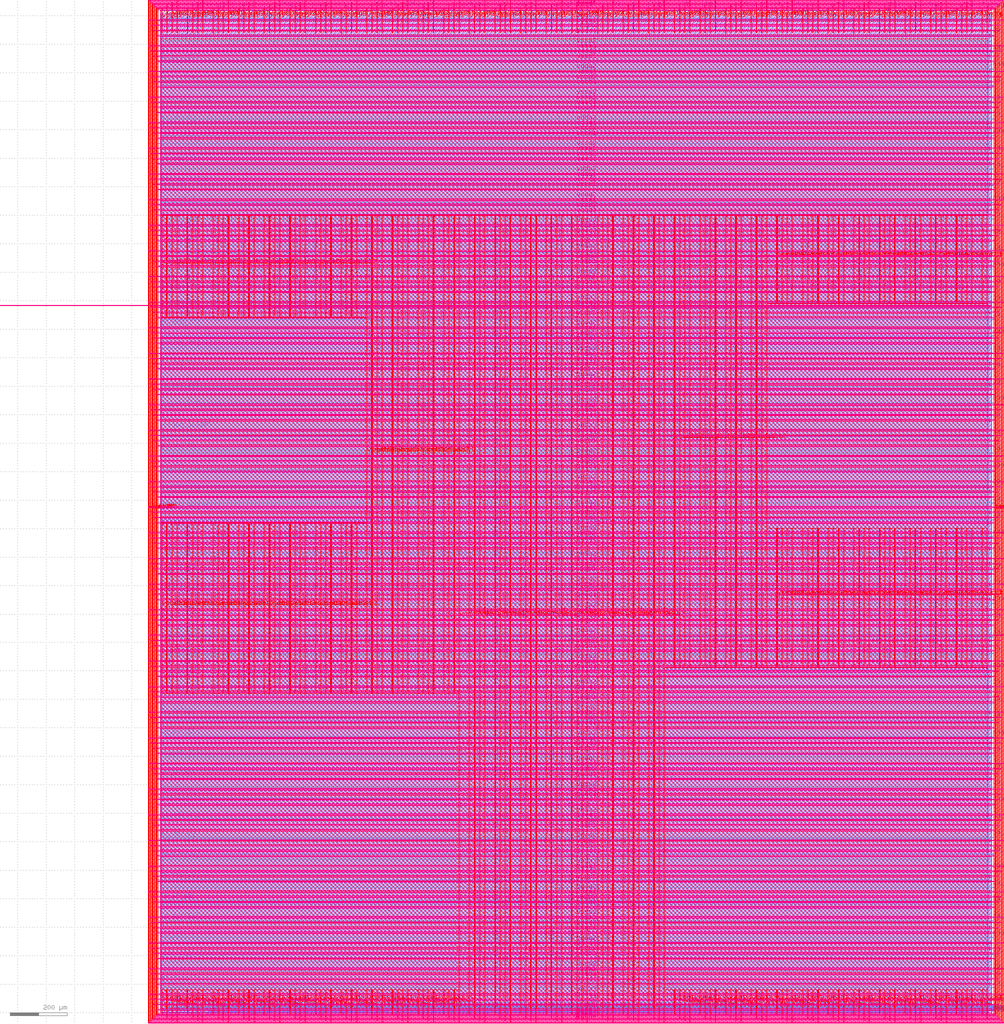
<source format=lef>
VERSION 5.7 ;
  NOWIREEXTENSIONATPIN ON ;
  DIVIDERCHAR "/" ;
  BUSBITCHARS "[]" ;
MACRO user_project_wrapper
  CLASS BLOCK ;
  FOREIGN user_project_wrapper ;
  ORIGIN 0.000 0.000 ;
  SIZE 2920.000 BY 3520.000 ;
  PIN analog_io[0]
    DIRECTION INOUT ;
    USE SIGNAL ;
    PORT
      LAYER met3 ;
        RECT 2917.600 28.980 2924.800 30.180 ;
    END
  END analog_io[0]
  PIN analog_io[10]
    DIRECTION INOUT ;
    USE SIGNAL ;
    PORT
      LAYER met3 ;
        RECT 2917.600 2374.980 2924.800 2376.180 ;
    END
  END analog_io[10]
  PIN analog_io[11]
    DIRECTION INOUT ;
    USE SIGNAL ;
    PORT
      LAYER met3 ;
        RECT 2917.600 2609.580 2924.800 2610.780 ;
    END
  END analog_io[11]
  PIN analog_io[12]
    DIRECTION INOUT ;
    USE SIGNAL ;
    PORT
      LAYER met3 ;
        RECT 2917.600 2844.180 2924.800 2845.380 ;
    END
  END analog_io[12]
  PIN analog_io[13]
    DIRECTION INOUT ;
    USE SIGNAL ;
    PORT
      LAYER met3 ;
        RECT 2917.600 3078.780 2924.800 3079.980 ;
    END
  END analog_io[13]
  PIN analog_io[14]
    DIRECTION INOUT ;
    USE SIGNAL ;
    PORT
      LAYER met3 ;
        RECT 2917.600 3313.380 2924.800 3314.580 ;
    END
  END analog_io[14]
  PIN analog_io[15]
    DIRECTION INOUT ;
    USE SIGNAL ;
    PORT
      LAYER met2 ;
        RECT 2879.090 3517.600 2879.650 3524.800 ;
    END
  END analog_io[15]
  PIN analog_io[16]
    DIRECTION INOUT ;
    USE SIGNAL ;
    PORT
      LAYER met2 ;
        RECT 2554.790 3517.600 2555.350 3524.800 ;
    END
  END analog_io[16]
  PIN analog_io[17]
    DIRECTION INOUT ;
    USE SIGNAL ;
    PORT
      LAYER met2 ;
        RECT 2230.490 3517.600 2231.050 3524.800 ;
    END
  END analog_io[17]
  PIN analog_io[18]
    DIRECTION INOUT ;
    USE SIGNAL ;
    PORT
      LAYER met2 ;
        RECT 1905.730 3517.600 1906.290 3524.800 ;
    END
  END analog_io[18]
  PIN analog_io[19]
    DIRECTION INOUT ;
    USE SIGNAL ;
    PORT
      LAYER met2 ;
        RECT 1581.430 3517.600 1581.990 3524.800 ;
    END
  END analog_io[19]
  PIN analog_io[1]
    DIRECTION INOUT ;
    USE SIGNAL ;
    PORT
      LAYER met3 ;
        RECT 2917.600 263.580 2924.800 264.780 ;
    END
  END analog_io[1]
  PIN analog_io[20]
    DIRECTION INOUT ;
    USE SIGNAL ;
    PORT
      LAYER met2 ;
        RECT 1257.130 3517.600 1257.690 3524.800 ;
    END
  END analog_io[20]
  PIN analog_io[21]
    DIRECTION INOUT ;
    USE SIGNAL ;
    PORT
      LAYER met2 ;
        RECT 932.370 3517.600 932.930 3524.800 ;
    END
  END analog_io[21]
  PIN analog_io[22]
    DIRECTION INOUT ;
    USE SIGNAL ;
    PORT
      LAYER met2 ;
        RECT 608.070 3517.600 608.630 3524.800 ;
    END
  END analog_io[22]
  PIN analog_io[23]
    DIRECTION INOUT ;
    USE SIGNAL ;
    PORT
      LAYER met2 ;
        RECT 283.770 3517.600 284.330 3524.800 ;
    END
  END analog_io[23]
  PIN analog_io[24]
    DIRECTION INOUT ;
    USE SIGNAL ;
    PORT
      LAYER met3 ;
        RECT -4.800 3482.700 2.400 3483.900 ;
    END
  END analog_io[24]
  PIN analog_io[25]
    DIRECTION INOUT ;
    USE SIGNAL ;
    PORT
      LAYER met3 ;
        RECT -4.800 3195.060 2.400 3196.260 ;
    END
  END analog_io[25]
  PIN analog_io[26]
    DIRECTION INOUT ;
    USE SIGNAL ;
    PORT
      LAYER met3 ;
        RECT -4.800 2908.100 2.400 2909.300 ;
    END
  END analog_io[26]
  PIN analog_io[27]
    DIRECTION INOUT ;
    USE SIGNAL ;
    PORT
      LAYER met3 ;
        RECT -4.800 2620.460 2.400 2621.660 ;
    END
  END analog_io[27]
  PIN analog_io[28]
    DIRECTION INOUT ;
    USE SIGNAL ;
    PORT
      LAYER met3 ;
        RECT -4.800 2333.500 2.400 2334.700 ;
    END
  END analog_io[28]
  PIN analog_io[29]
    DIRECTION INOUT ;
    USE SIGNAL ;
    PORT
      LAYER met3 ;
        RECT -4.800 2045.860 2.400 2047.060 ;
    END
  END analog_io[29]
  PIN analog_io[2]
    DIRECTION INOUT ;
    USE SIGNAL ;
    PORT
      LAYER met3 ;
        RECT 2917.600 498.180 2924.800 499.380 ;
    END
  END analog_io[2]
  PIN analog_io[30]
    DIRECTION INOUT ;
    USE SIGNAL ;
    PORT
      LAYER met3 ;
        RECT -4.800 1758.900 2.400 1760.100 ;
    END
  END analog_io[30]
  PIN analog_io[3]
    DIRECTION INOUT ;
    USE SIGNAL ;
    PORT
      LAYER met3 ;
        RECT 2917.600 732.780 2924.800 733.980 ;
    END
  END analog_io[3]
  PIN analog_io[4]
    DIRECTION INOUT ;
    USE SIGNAL ;
    PORT
      LAYER met3 ;
        RECT 2917.600 967.380 2924.800 968.580 ;
    END
  END analog_io[4]
  PIN analog_io[5]
    DIRECTION INOUT ;
    USE SIGNAL ;
    PORT
      LAYER met3 ;
        RECT 2917.600 1201.980 2924.800 1203.180 ;
    END
  END analog_io[5]
  PIN analog_io[6]
    DIRECTION INOUT ;
    USE SIGNAL ;
    PORT
      LAYER met3 ;
        RECT 2917.600 1436.580 2924.800 1437.780 ;
    END
  END analog_io[6]
  PIN analog_io[7]
    DIRECTION INOUT ;
    USE SIGNAL ;
    PORT
      LAYER met3 ;
        RECT 2917.600 1671.180 2924.800 1672.380 ;
    END
  END analog_io[7]
  PIN analog_io[8]
    DIRECTION INOUT ;
    USE SIGNAL ;
    PORT
      LAYER met3 ;
        RECT 2917.600 1905.780 2924.800 1906.980 ;
    END
  END analog_io[8]
  PIN analog_io[9]
    DIRECTION INOUT ;
    USE SIGNAL ;
    PORT
      LAYER met3 ;
        RECT 2917.600 2140.380 2924.800 2141.580 ;
    END
  END analog_io[9]
  PIN io_in[0]
    DIRECTION INPUT ;
    USE SIGNAL ;
    PORT
      LAYER met3 ;
        RECT 2917.600 87.460 2924.800 88.660 ;
    END
  END io_in[0]
  PIN io_in[10]
    DIRECTION INPUT ;
    USE SIGNAL ;
    PORT
      LAYER met3 ;
        RECT 2917.600 2433.460 2924.800 2434.660 ;
    END
  END io_in[10]
  PIN io_in[11]
    DIRECTION INPUT ;
    USE SIGNAL ;
    PORT
      LAYER met3 ;
        RECT 2917.600 2668.740 2924.800 2669.940 ;
    END
  END io_in[11]
  PIN io_in[12]
    DIRECTION INPUT ;
    USE SIGNAL ;
    PORT
      LAYER met3 ;
        RECT 2917.600 2903.340 2924.800 2904.540 ;
    END
  END io_in[12]
  PIN io_in[13]
    DIRECTION INPUT ;
    USE SIGNAL ;
    PORT
      LAYER met3 ;
        RECT 2917.600 3137.940 2924.800 3139.140 ;
    END
  END io_in[13]
  PIN io_in[14]
    DIRECTION INPUT ;
    USE SIGNAL ;
    PORT
      LAYER met3 ;
        RECT 2917.600 3372.540 2924.800 3373.740 ;
    END
  END io_in[14]
  PIN io_in[15]
    DIRECTION INPUT ;
    USE SIGNAL ;
    PORT
      LAYER met2 ;
        RECT 2798.130 3517.600 2798.690 3524.800 ;
    END
  END io_in[15]
  PIN io_in[16]
    DIRECTION INPUT ;
    USE SIGNAL ;
    PORT
      LAYER met2 ;
        RECT 2473.830 3517.600 2474.390 3524.800 ;
    END
  END io_in[16]
  PIN io_in[17]
    DIRECTION INPUT ;
    USE SIGNAL ;
    PORT
      LAYER met2 ;
        RECT 2149.070 3517.600 2149.630 3524.800 ;
    END
  END io_in[17]
  PIN io_in[18]
    DIRECTION INPUT ;
    USE SIGNAL ;
    PORT
      LAYER met2 ;
        RECT 1824.770 3517.600 1825.330 3524.800 ;
    END
  END io_in[18]
  PIN io_in[19]
    DIRECTION INPUT ;
    USE SIGNAL ;
    PORT
      LAYER met2 ;
        RECT 1500.470 3517.600 1501.030 3524.800 ;
    END
  END io_in[19]
  PIN io_in[1]
    DIRECTION INPUT ;
    USE SIGNAL ;
    PORT
      LAYER met3 ;
        RECT 2917.600 322.060 2924.800 323.260 ;
    END
  END io_in[1]
  PIN io_in[20]
    DIRECTION INPUT ;
    USE SIGNAL ;
    PORT
      LAYER met2 ;
        RECT 1175.710 3517.600 1176.270 3524.800 ;
    END
  END io_in[20]
  PIN io_in[21]
    DIRECTION INPUT ;
    USE SIGNAL ;
    PORT
      LAYER met2 ;
        RECT 851.410 3517.600 851.970 3524.800 ;
    END
  END io_in[21]
  PIN io_in[22]
    DIRECTION INPUT ;
    USE SIGNAL ;
    PORT
      LAYER met2 ;
        RECT 527.110 3517.600 527.670 3524.800 ;
    END
  END io_in[22]
  PIN io_in[23]
    DIRECTION INPUT ;
    USE SIGNAL ;
    PORT
      LAYER met2 ;
        RECT 202.350 3517.600 202.910 3524.800 ;
    END
  END io_in[23]
  PIN io_in[24]
    DIRECTION INPUT ;
    USE SIGNAL ;
    PORT
      LAYER met3 ;
        RECT -4.800 3410.620 2.400 3411.820 ;
    END
  END io_in[24]
  PIN io_in[25]
    DIRECTION INPUT ;
    USE SIGNAL ;
    PORT
      LAYER met3 ;
        RECT -4.800 3123.660 2.400 3124.860 ;
    END
  END io_in[25]
  PIN io_in[26]
    DIRECTION INPUT ;
    USE SIGNAL ;
    PORT
      LAYER met3 ;
        RECT -4.800 2836.020 2.400 2837.220 ;
    END
  END io_in[26]
  PIN io_in[27]
    DIRECTION INPUT ;
    USE SIGNAL ;
    PORT
      LAYER met3 ;
        RECT -4.800 2549.060 2.400 2550.260 ;
    END
  END io_in[27]
  PIN io_in[28]
    DIRECTION INPUT ;
    USE SIGNAL ;
    PORT
      LAYER met3 ;
        RECT -4.800 2261.420 2.400 2262.620 ;
    END
  END io_in[28]
  PIN io_in[29]
    DIRECTION INPUT ;
    USE SIGNAL ;
    PORT
      LAYER met3 ;
        RECT -4.800 1974.460 2.400 1975.660 ;
    END
  END io_in[29]
  PIN io_in[2]
    DIRECTION INPUT ;
    USE SIGNAL ;
    PORT
      LAYER met3 ;
        RECT 2917.600 556.660 2924.800 557.860 ;
    END
  END io_in[2]
  PIN io_in[30]
    DIRECTION INPUT ;
    USE SIGNAL ;
    PORT
      LAYER met3 ;
        RECT -4.800 1686.820 2.400 1688.020 ;
    END
  END io_in[30]
  PIN io_in[31]
    DIRECTION INPUT ;
    USE SIGNAL ;
    PORT
      LAYER met3 ;
        RECT -4.800 1471.260 2.400 1472.460 ;
    END
  END io_in[31]
  PIN io_in[32]
    DIRECTION INPUT ;
    USE SIGNAL ;
    PORT
      LAYER met3 ;
        RECT -4.800 1255.700 2.400 1256.900 ;
    END
  END io_in[32]
  PIN io_in[33]
    DIRECTION INPUT ;
    USE SIGNAL ;
    PORT
      LAYER met3 ;
        RECT -4.800 1040.140 2.400 1041.340 ;
    END
  END io_in[33]
  PIN io_in[34]
    DIRECTION INPUT ;
    USE SIGNAL ;
    PORT
      LAYER met3 ;
        RECT -4.800 824.580 2.400 825.780 ;
    END
  END io_in[34]
  PIN io_in[35]
    DIRECTION INPUT ;
    USE SIGNAL ;
    PORT
      LAYER met3 ;
        RECT -4.800 609.700 2.400 610.900 ;
    END
  END io_in[35]
  PIN io_in[36]
    DIRECTION INPUT ;
    USE SIGNAL ;
    PORT
      LAYER met3 ;
        RECT -4.800 394.140 2.400 395.340 ;
    END
  END io_in[36]
  PIN io_in[37]
    DIRECTION INPUT ;
    USE SIGNAL ;
    PORT
      LAYER met3 ;
        RECT -4.800 178.580 2.400 179.780 ;
    END
  END io_in[37]
  PIN io_in[3]
    DIRECTION INPUT ;
    USE SIGNAL ;
    PORT
      LAYER met3 ;
        RECT 2917.600 791.260 2924.800 792.460 ;
    END
  END io_in[3]
  PIN io_in[4]
    DIRECTION INPUT ;
    USE SIGNAL ;
    PORT
      LAYER met3 ;
        RECT 2917.600 1025.860 2924.800 1027.060 ;
    END
  END io_in[4]
  PIN io_in[5]
    DIRECTION INPUT ;
    USE SIGNAL ;
    PORT
      LAYER met3 ;
        RECT 2917.600 1260.460 2924.800 1261.660 ;
    END
  END io_in[5]
  PIN io_in[6]
    DIRECTION INPUT ;
    USE SIGNAL ;
    PORT
      LAYER met3 ;
        RECT 2917.600 1495.060 2924.800 1496.260 ;
    END
  END io_in[6]
  PIN io_in[7]
    DIRECTION INPUT ;
    USE SIGNAL ;
    PORT
      LAYER met3 ;
        RECT 2917.600 1729.660 2924.800 1730.860 ;
    END
  END io_in[7]
  PIN io_in[8]
    DIRECTION INPUT ;
    USE SIGNAL ;
    PORT
      LAYER met3 ;
        RECT 2917.600 1964.260 2924.800 1965.460 ;
    END
  END io_in[8]
  PIN io_in[9]
    DIRECTION INPUT ;
    USE SIGNAL ;
    PORT
      LAYER met3 ;
        RECT 2917.600 2198.860 2924.800 2200.060 ;
    END
  END io_in[9]
  PIN io_oeb[0]
    DIRECTION OUTPUT TRISTATE ;
    USE SIGNAL ;
    PORT
      LAYER met3 ;
        RECT 2917.600 204.420 2924.800 205.620 ;
    END
  END io_oeb[0]
  PIN io_oeb[10]
    DIRECTION OUTPUT TRISTATE ;
    USE SIGNAL ;
    PORT
      LAYER met3 ;
        RECT 2917.600 2551.100 2924.800 2552.300 ;
    END
  END io_oeb[10]
  PIN io_oeb[11]
    DIRECTION OUTPUT TRISTATE ;
    USE SIGNAL ;
    PORT
      LAYER met3 ;
        RECT 2917.600 2785.700 2924.800 2786.900 ;
    END
  END io_oeb[11]
  PIN io_oeb[12]
    DIRECTION OUTPUT TRISTATE ;
    USE SIGNAL ;
    PORT
      LAYER met3 ;
        RECT 2917.600 3020.300 2924.800 3021.500 ;
    END
  END io_oeb[12]
  PIN io_oeb[13]
    DIRECTION OUTPUT TRISTATE ;
    USE SIGNAL ;
    PORT
      LAYER met3 ;
        RECT 2917.600 3254.900 2924.800 3256.100 ;
    END
  END io_oeb[13]
  PIN io_oeb[14]
    DIRECTION OUTPUT TRISTATE ;
    USE SIGNAL ;
    PORT
      LAYER met3 ;
        RECT 2917.600 3489.500 2924.800 3490.700 ;
    END
  END io_oeb[14]
  PIN io_oeb[15]
    DIRECTION OUTPUT TRISTATE ;
    USE SIGNAL ;
    PORT
      LAYER met2 ;
        RECT 2635.750 3517.600 2636.310 3524.800 ;
    END
  END io_oeb[15]
  PIN io_oeb[16]
    DIRECTION OUTPUT TRISTATE ;
    USE SIGNAL ;
    PORT
      LAYER met2 ;
        RECT 2311.450 3517.600 2312.010 3524.800 ;
    END
  END io_oeb[16]
  PIN io_oeb[17]
    DIRECTION OUTPUT TRISTATE ;
    USE SIGNAL ;
    PORT
      LAYER met2 ;
        RECT 1987.150 3517.600 1987.710 3524.800 ;
    END
  END io_oeb[17]
  PIN io_oeb[18]
    DIRECTION OUTPUT TRISTATE ;
    USE SIGNAL ;
    PORT
      LAYER met2 ;
        RECT 1662.390 3517.600 1662.950 3524.800 ;
    END
  END io_oeb[18]
  PIN io_oeb[19]
    DIRECTION OUTPUT TRISTATE ;
    USE SIGNAL ;
    PORT
      LAYER met2 ;
        RECT 1338.090 3517.600 1338.650 3524.800 ;
    END
  END io_oeb[19]
  PIN io_oeb[1]
    DIRECTION OUTPUT TRISTATE ;
    USE SIGNAL ;
    PORT
      LAYER met3 ;
        RECT 2917.600 439.020 2924.800 440.220 ;
    END
  END io_oeb[1]
  PIN io_oeb[20]
    DIRECTION OUTPUT TRISTATE ;
    USE SIGNAL ;
    PORT
      LAYER met2 ;
        RECT 1013.790 3517.600 1014.350 3524.800 ;
    END
  END io_oeb[20]
  PIN io_oeb[21]
    DIRECTION OUTPUT TRISTATE ;
    USE SIGNAL ;
    PORT
      LAYER met2 ;
        RECT 689.030 3517.600 689.590 3524.800 ;
    END
  END io_oeb[21]
  PIN io_oeb[22]
    DIRECTION OUTPUT TRISTATE ;
    USE SIGNAL ;
    PORT
      LAYER met2 ;
        RECT 364.730 3517.600 365.290 3524.800 ;
    END
  END io_oeb[22]
  PIN io_oeb[23]
    DIRECTION OUTPUT TRISTATE ;
    USE SIGNAL ;
    PORT
      LAYER met2 ;
        RECT 40.430 3517.600 40.990 3524.800 ;
    END
  END io_oeb[23]
  PIN io_oeb[24]
    DIRECTION OUTPUT TRISTATE ;
    USE SIGNAL ;
    PORT
      LAYER met3 ;
        RECT -4.800 3267.140 2.400 3268.340 ;
    END
  END io_oeb[24]
  PIN io_oeb[25]
    DIRECTION OUTPUT TRISTATE ;
    USE SIGNAL ;
    PORT
      LAYER met3 ;
        RECT -4.800 2979.500 2.400 2980.700 ;
    END
  END io_oeb[25]
  PIN io_oeb[26]
    DIRECTION OUTPUT TRISTATE ;
    USE SIGNAL ;
    PORT
      LAYER met3 ;
        RECT -4.800 2692.540 2.400 2693.740 ;
    END
  END io_oeb[26]
  PIN io_oeb[27]
    DIRECTION OUTPUT TRISTATE ;
    USE SIGNAL ;
    PORT
      LAYER met3 ;
        RECT -4.800 2404.900 2.400 2406.100 ;
    END
  END io_oeb[27]
  PIN io_oeb[28]
    DIRECTION OUTPUT TRISTATE ;
    USE SIGNAL ;
    PORT
      LAYER met3 ;
        RECT -4.800 2117.940 2.400 2119.140 ;
    END
  END io_oeb[28]
  PIN io_oeb[29]
    DIRECTION OUTPUT TRISTATE ;
    USE SIGNAL ;
    PORT
      LAYER met3 ;
        RECT -4.800 1830.300 2.400 1831.500 ;
    END
  END io_oeb[29]
  PIN io_oeb[2]
    DIRECTION OUTPUT TRISTATE ;
    USE SIGNAL ;
    PORT
      LAYER met3 ;
        RECT 2917.600 673.620 2924.800 674.820 ;
    END
  END io_oeb[2]
  PIN io_oeb[30]
    DIRECTION OUTPUT TRISTATE ;
    USE SIGNAL ;
    PORT
      LAYER met3 ;
        RECT -4.800 1543.340 2.400 1544.540 ;
    END
  END io_oeb[30]
  PIN io_oeb[31]
    DIRECTION OUTPUT TRISTATE ;
    USE SIGNAL ;
    PORT
      LAYER met3 ;
        RECT -4.800 1327.780 2.400 1328.980 ;
    END
  END io_oeb[31]
  PIN io_oeb[32]
    DIRECTION OUTPUT TRISTATE ;
    USE SIGNAL ;
    PORT
      LAYER met3 ;
        RECT -4.800 1112.220 2.400 1113.420 ;
    END
  END io_oeb[32]
  PIN io_oeb[33]
    DIRECTION OUTPUT TRISTATE ;
    USE SIGNAL ;
    PORT
      LAYER met3 ;
        RECT -4.800 896.660 2.400 897.860 ;
    END
  END io_oeb[33]
  PIN io_oeb[34]
    DIRECTION OUTPUT TRISTATE ;
    USE SIGNAL ;
    PORT
      LAYER met3 ;
        RECT -4.800 681.100 2.400 682.300 ;
    END
  END io_oeb[34]
  PIN io_oeb[35]
    DIRECTION OUTPUT TRISTATE ;
    USE SIGNAL ;
    PORT
      LAYER met3 ;
        RECT -4.800 465.540 2.400 466.740 ;
    END
  END io_oeb[35]
  PIN io_oeb[36]
    DIRECTION OUTPUT TRISTATE ;
    USE SIGNAL ;
    PORT
      LAYER met3 ;
        RECT -4.800 249.980 2.400 251.180 ;
    END
  END io_oeb[36]
  PIN io_oeb[37]
    DIRECTION OUTPUT TRISTATE ;
    USE SIGNAL ;
    PORT
      LAYER met3 ;
        RECT -4.800 35.100 2.400 36.300 ;
    END
  END io_oeb[37]
  PIN io_oeb[3]
    DIRECTION OUTPUT TRISTATE ;
    USE SIGNAL ;
    PORT
      LAYER met3 ;
        RECT 2917.600 908.900 2924.800 910.100 ;
    END
  END io_oeb[3]
  PIN io_oeb[4]
    DIRECTION OUTPUT TRISTATE ;
    USE SIGNAL ;
    PORT
      LAYER met3 ;
        RECT 2917.600 1143.500 2924.800 1144.700 ;
    END
  END io_oeb[4]
  PIN io_oeb[5]
    DIRECTION OUTPUT TRISTATE ;
    USE SIGNAL ;
    PORT
      LAYER met3 ;
        RECT 2917.600 1378.100 2924.800 1379.300 ;
    END
  END io_oeb[5]
  PIN io_oeb[6]
    DIRECTION OUTPUT TRISTATE ;
    USE SIGNAL ;
    PORT
      LAYER met3 ;
        RECT 2917.600 1612.700 2924.800 1613.900 ;
    END
  END io_oeb[6]
  PIN io_oeb[7]
    DIRECTION OUTPUT TRISTATE ;
    USE SIGNAL ;
    PORT
      LAYER met3 ;
        RECT 2917.600 1847.300 2924.800 1848.500 ;
    END
  END io_oeb[7]
  PIN io_oeb[8]
    DIRECTION OUTPUT TRISTATE ;
    USE SIGNAL ;
    PORT
      LAYER met3 ;
        RECT 2917.600 2081.900 2924.800 2083.100 ;
    END
  END io_oeb[8]
  PIN io_oeb[9]
    DIRECTION OUTPUT TRISTATE ;
    USE SIGNAL ;
    PORT
      LAYER met3 ;
        RECT 2917.600 2316.500 2924.800 2317.700 ;
    END
  END io_oeb[9]
  PIN io_out[0]
    DIRECTION OUTPUT TRISTATE ;
    USE SIGNAL ;
    PORT
      LAYER met3 ;
        RECT 2917.600 145.940 2924.800 147.140 ;
    END
  END io_out[0]
  PIN io_out[10]
    DIRECTION OUTPUT TRISTATE ;
    USE SIGNAL ;
    PORT
      LAYER met3 ;
        RECT 2917.600 2492.620 2924.800 2493.820 ;
    END
  END io_out[10]
  PIN io_out[11]
    DIRECTION OUTPUT TRISTATE ;
    USE SIGNAL ;
    PORT
      LAYER met3 ;
        RECT 2917.600 2727.220 2924.800 2728.420 ;
    END
  END io_out[11]
  PIN io_out[12]
    DIRECTION OUTPUT TRISTATE ;
    USE SIGNAL ;
    PORT
      LAYER met3 ;
        RECT 2917.600 2961.820 2924.800 2963.020 ;
    END
  END io_out[12]
  PIN io_out[13]
    DIRECTION OUTPUT TRISTATE ;
    USE SIGNAL ;
    PORT
      LAYER met3 ;
        RECT 2917.600 3196.420 2924.800 3197.620 ;
    END
  END io_out[13]
  PIN io_out[14]
    DIRECTION OUTPUT TRISTATE ;
    USE SIGNAL ;
    PORT
      LAYER met3 ;
        RECT 2917.600 3431.020 2924.800 3432.220 ;
    END
  END io_out[14]
  PIN io_out[15]
    DIRECTION OUTPUT TRISTATE ;
    USE SIGNAL ;
    PORT
      LAYER met2 ;
        RECT 2717.170 3517.600 2717.730 3524.800 ;
    END
  END io_out[15]
  PIN io_out[16]
    DIRECTION OUTPUT TRISTATE ;
    USE SIGNAL ;
    PORT
      LAYER met2 ;
        RECT 2392.410 3517.600 2392.970 3524.800 ;
    END
  END io_out[16]
  PIN io_out[17]
    DIRECTION OUTPUT TRISTATE ;
    USE SIGNAL ;
    PORT
      LAYER met2 ;
        RECT 2068.110 3517.600 2068.670 3524.800 ;
    END
  END io_out[17]
  PIN io_out[18]
    DIRECTION OUTPUT TRISTATE ;
    USE SIGNAL ;
    PORT
      LAYER met2 ;
        RECT 1743.810 3517.600 1744.370 3524.800 ;
    END
  END io_out[18]
  PIN io_out[19]
    DIRECTION OUTPUT TRISTATE ;
    USE SIGNAL ;
    PORT
      LAYER met2 ;
        RECT 1419.050 3517.600 1419.610 3524.800 ;
    END
  END io_out[19]
  PIN io_out[1]
    DIRECTION OUTPUT TRISTATE ;
    USE SIGNAL ;
    PORT
      LAYER met3 ;
        RECT 2917.600 380.540 2924.800 381.740 ;
    END
  END io_out[1]
  PIN io_out[20]
    DIRECTION OUTPUT TRISTATE ;
    USE SIGNAL ;
    PORT
      LAYER met2 ;
        RECT 1094.750 3517.600 1095.310 3524.800 ;
    END
  END io_out[20]
  PIN io_out[21]
    DIRECTION OUTPUT TRISTATE ;
    USE SIGNAL ;
    PORT
      LAYER met2 ;
        RECT 770.450 3517.600 771.010 3524.800 ;
    END
  END io_out[21]
  PIN io_out[22]
    DIRECTION OUTPUT TRISTATE ;
    USE SIGNAL ;
    PORT
      LAYER met2 ;
        RECT 445.690 3517.600 446.250 3524.800 ;
    END
  END io_out[22]
  PIN io_out[23]
    DIRECTION OUTPUT TRISTATE ;
    USE SIGNAL ;
    PORT
      LAYER met2 ;
        RECT 121.390 3517.600 121.950 3524.800 ;
    END
  END io_out[23]
  PIN io_out[24]
    DIRECTION OUTPUT TRISTATE ;
    USE SIGNAL ;
    PORT
      LAYER met3 ;
        RECT -4.800 3339.220 2.400 3340.420 ;
    END
  END io_out[24]
  PIN io_out[25]
    DIRECTION OUTPUT TRISTATE ;
    USE SIGNAL ;
    PORT
      LAYER met3 ;
        RECT -4.800 3051.580 2.400 3052.780 ;
    END
  END io_out[25]
  PIN io_out[26]
    DIRECTION OUTPUT TRISTATE ;
    USE SIGNAL ;
    PORT
      LAYER met3 ;
        RECT -4.800 2764.620 2.400 2765.820 ;
    END
  END io_out[26]
  PIN io_out[27]
    DIRECTION OUTPUT TRISTATE ;
    USE SIGNAL ;
    PORT
      LAYER met3 ;
        RECT -4.800 2476.980 2.400 2478.180 ;
    END
  END io_out[27]
  PIN io_out[28]
    DIRECTION OUTPUT TRISTATE ;
    USE SIGNAL ;
    PORT
      LAYER met3 ;
        RECT -4.800 2189.340 2.400 2190.540 ;
    END
  END io_out[28]
  PIN io_out[29]
    DIRECTION OUTPUT TRISTATE ;
    USE SIGNAL ;
    PORT
      LAYER met3 ;
        RECT -4.800 1902.380 2.400 1903.580 ;
    END
  END io_out[29]
  PIN io_out[2]
    DIRECTION OUTPUT TRISTATE ;
    USE SIGNAL ;
    PORT
      LAYER met3 ;
        RECT 2917.600 615.140 2924.800 616.340 ;
    END
  END io_out[2]
  PIN io_out[30]
    DIRECTION OUTPUT TRISTATE ;
    USE SIGNAL ;
    PORT
      LAYER met3 ;
        RECT -4.800 1614.740 2.400 1615.940 ;
    END
  END io_out[30]
  PIN io_out[31]
    DIRECTION OUTPUT TRISTATE ;
    USE SIGNAL ;
    PORT
      LAYER met3 ;
        RECT -4.800 1399.860 2.400 1401.060 ;
    END
  END io_out[31]
  PIN io_out[32]
    DIRECTION OUTPUT TRISTATE ;
    USE SIGNAL ;
    PORT
      LAYER met3 ;
        RECT -4.800 1184.300 2.400 1185.500 ;
    END
  END io_out[32]
  PIN io_out[33]
    DIRECTION OUTPUT TRISTATE ;
    USE SIGNAL ;
    PORT
      LAYER met3 ;
        RECT -4.800 968.740 2.400 969.940 ;
    END
  END io_out[33]
  PIN io_out[34]
    DIRECTION OUTPUT TRISTATE ;
    USE SIGNAL ;
    PORT
      LAYER met3 ;
        RECT -4.800 753.180 2.400 754.380 ;
    END
  END io_out[34]
  PIN io_out[35]
    DIRECTION OUTPUT TRISTATE ;
    USE SIGNAL ;
    PORT
      LAYER met3 ;
        RECT -4.800 537.620 2.400 538.820 ;
    END
  END io_out[35]
  PIN io_out[36]
    DIRECTION OUTPUT TRISTATE ;
    USE SIGNAL ;
    PORT
      LAYER met3 ;
        RECT -4.800 322.060 2.400 323.260 ;
    END
  END io_out[36]
  PIN io_out[37]
    DIRECTION OUTPUT TRISTATE ;
    USE SIGNAL ;
    PORT
      LAYER met3 ;
        RECT -4.800 106.500 2.400 107.700 ;
    END
  END io_out[37]
  PIN io_out[3]
    DIRECTION OUTPUT TRISTATE ;
    USE SIGNAL ;
    PORT
      LAYER met3 ;
        RECT 2917.600 849.740 2924.800 850.940 ;
    END
  END io_out[3]
  PIN io_out[4]
    DIRECTION OUTPUT TRISTATE ;
    USE SIGNAL ;
    PORT
      LAYER met3 ;
        RECT 2917.600 1084.340 2924.800 1085.540 ;
    END
  END io_out[4]
  PIN io_out[5]
    DIRECTION OUTPUT TRISTATE ;
    USE SIGNAL ;
    PORT
      LAYER met3 ;
        RECT 2917.600 1318.940 2924.800 1320.140 ;
    END
  END io_out[5]
  PIN io_out[6]
    DIRECTION OUTPUT TRISTATE ;
    USE SIGNAL ;
    PORT
      LAYER met3 ;
        RECT 2917.600 1553.540 2924.800 1554.740 ;
    END
  END io_out[6]
  PIN io_out[7]
    DIRECTION OUTPUT TRISTATE ;
    USE SIGNAL ;
    PORT
      LAYER met3 ;
        RECT 2917.600 1788.820 2924.800 1790.020 ;
    END
  END io_out[7]
  PIN io_out[8]
    DIRECTION OUTPUT TRISTATE ;
    USE SIGNAL ;
    PORT
      LAYER met3 ;
        RECT 2917.600 2023.420 2924.800 2024.620 ;
    END
  END io_out[8]
  PIN io_out[9]
    DIRECTION OUTPUT TRISTATE ;
    USE SIGNAL ;
    PORT
      LAYER met3 ;
        RECT 2917.600 2258.020 2924.800 2259.220 ;
    END
  END io_out[9]
  PIN la_data_in[0]
    DIRECTION INPUT ;
    USE SIGNAL ;
    PORT
      LAYER met2 ;
        RECT 632.910 -4.800 633.470 2.400 ;
    END
  END la_data_in[0]
  PIN la_data_in[100]
    DIRECTION INPUT ;
    USE SIGNAL ;
    PORT
      LAYER met2 ;
        RECT 2417.250 -4.800 2417.810 2.400 ;
    END
  END la_data_in[100]
  PIN la_data_in[101]
    DIRECTION INPUT ;
    USE SIGNAL ;
    PORT
      LAYER met2 ;
        RECT 2434.730 -4.800 2435.290 2.400 ;
    END
  END la_data_in[101]
  PIN la_data_in[102]
    DIRECTION INPUT ;
    USE SIGNAL ;
    PORT
      LAYER met2 ;
        RECT 2452.670 -4.800 2453.230 2.400 ;
    END
  END la_data_in[102]
  PIN la_data_in[103]
    DIRECTION INPUT ;
    USE SIGNAL ;
    PORT
      LAYER met2 ;
        RECT 2470.610 -4.800 2471.170 2.400 ;
    END
  END la_data_in[103]
  PIN la_data_in[104]
    DIRECTION INPUT ;
    USE SIGNAL ;
    PORT
      LAYER met2 ;
        RECT 2488.550 -4.800 2489.110 2.400 ;
    END
  END la_data_in[104]
  PIN la_data_in[105]
    DIRECTION INPUT ;
    USE SIGNAL ;
    PORT
      LAYER met2 ;
        RECT 2506.030 -4.800 2506.590 2.400 ;
    END
  END la_data_in[105]
  PIN la_data_in[106]
    DIRECTION INPUT ;
    USE SIGNAL ;
    PORT
      LAYER met2 ;
        RECT 2523.970 -4.800 2524.530 2.400 ;
    END
  END la_data_in[106]
  PIN la_data_in[107]
    DIRECTION INPUT ;
    USE SIGNAL ;
    PORT
      LAYER met2 ;
        RECT 2541.910 -4.800 2542.470 2.400 ;
    END
  END la_data_in[107]
  PIN la_data_in[108]
    DIRECTION INPUT ;
    USE SIGNAL ;
    PORT
      LAYER met2 ;
        RECT 2559.850 -4.800 2560.410 2.400 ;
    END
  END la_data_in[108]
  PIN la_data_in[109]
    DIRECTION INPUT ;
    USE SIGNAL ;
    PORT
      LAYER met2 ;
        RECT 2577.790 -4.800 2578.350 2.400 ;
    END
  END la_data_in[109]
  PIN la_data_in[10]
    DIRECTION INPUT ;
    USE SIGNAL ;
    PORT
      LAYER met2 ;
        RECT 811.390 -4.800 811.950 2.400 ;
    END
  END la_data_in[10]
  PIN la_data_in[110]
    DIRECTION INPUT ;
    USE SIGNAL ;
    PORT
      LAYER met2 ;
        RECT 2595.270 -4.800 2595.830 2.400 ;
    END
  END la_data_in[110]
  PIN la_data_in[111]
    DIRECTION INPUT ;
    USE SIGNAL ;
    PORT
      LAYER met2 ;
        RECT 2613.210 -4.800 2613.770 2.400 ;
    END
  END la_data_in[111]
  PIN la_data_in[112]
    DIRECTION INPUT ;
    USE SIGNAL ;
    PORT
      LAYER met2 ;
        RECT 2631.150 -4.800 2631.710 2.400 ;
    END
  END la_data_in[112]
  PIN la_data_in[113]
    DIRECTION INPUT ;
    USE SIGNAL ;
    PORT
      LAYER met2 ;
        RECT 2649.090 -4.800 2649.650 2.400 ;
    END
  END la_data_in[113]
  PIN la_data_in[114]
    DIRECTION INPUT ;
    USE SIGNAL ;
    PORT
      LAYER met2 ;
        RECT 2667.030 -4.800 2667.590 2.400 ;
    END
  END la_data_in[114]
  PIN la_data_in[115]
    DIRECTION INPUT ;
    USE SIGNAL ;
    PORT
      LAYER met2 ;
        RECT 2684.510 -4.800 2685.070 2.400 ;
    END
  END la_data_in[115]
  PIN la_data_in[116]
    DIRECTION INPUT ;
    USE SIGNAL ;
    PORT
      LAYER met2 ;
        RECT 2702.450 -4.800 2703.010 2.400 ;
    END
  END la_data_in[116]
  PIN la_data_in[117]
    DIRECTION INPUT ;
    USE SIGNAL ;
    PORT
      LAYER met2 ;
        RECT 2720.390 -4.800 2720.950 2.400 ;
    END
  END la_data_in[117]
  PIN la_data_in[118]
    DIRECTION INPUT ;
    USE SIGNAL ;
    PORT
      LAYER met2 ;
        RECT 2738.330 -4.800 2738.890 2.400 ;
    END
  END la_data_in[118]
  PIN la_data_in[119]
    DIRECTION INPUT ;
    USE SIGNAL ;
    PORT
      LAYER met2 ;
        RECT 2755.810 -4.800 2756.370 2.400 ;
    END
  END la_data_in[119]
  PIN la_data_in[11]
    DIRECTION INPUT ;
    USE SIGNAL ;
    PORT
      LAYER met2 ;
        RECT 829.330 -4.800 829.890 2.400 ;
    END
  END la_data_in[11]
  PIN la_data_in[120]
    DIRECTION INPUT ;
    USE SIGNAL ;
    PORT
      LAYER met2 ;
        RECT 2773.750 -4.800 2774.310 2.400 ;
    END
  END la_data_in[120]
  PIN la_data_in[121]
    DIRECTION INPUT ;
    USE SIGNAL ;
    PORT
      LAYER met2 ;
        RECT 2791.690 -4.800 2792.250 2.400 ;
    END
  END la_data_in[121]
  PIN la_data_in[122]
    DIRECTION INPUT ;
    USE SIGNAL ;
    PORT
      LAYER met2 ;
        RECT 2809.630 -4.800 2810.190 2.400 ;
    END
  END la_data_in[122]
  PIN la_data_in[123]
    DIRECTION INPUT ;
    USE SIGNAL ;
    PORT
      LAYER met2 ;
        RECT 2827.570 -4.800 2828.130 2.400 ;
    END
  END la_data_in[123]
  PIN la_data_in[124]
    DIRECTION INPUT ;
    USE SIGNAL ;
    PORT
      LAYER met2 ;
        RECT 2845.050 -4.800 2845.610 2.400 ;
    END
  END la_data_in[124]
  PIN la_data_in[125]
    DIRECTION INPUT ;
    USE SIGNAL ;
    PORT
      LAYER met2 ;
        RECT 2862.990 -4.800 2863.550 2.400 ;
    END
  END la_data_in[125]
  PIN la_data_in[126]
    DIRECTION INPUT ;
    USE SIGNAL ;
    PORT
      LAYER met2 ;
        RECT 2880.930 -4.800 2881.490 2.400 ;
    END
  END la_data_in[126]
  PIN la_data_in[127]
    DIRECTION INPUT ;
    USE SIGNAL ;
    PORT
      LAYER met2 ;
        RECT 2898.870 -4.800 2899.430 2.400 ;
    END
  END la_data_in[127]
  PIN la_data_in[12]
    DIRECTION INPUT ;
    USE SIGNAL ;
    PORT
      LAYER met2 ;
        RECT 846.810 -4.800 847.370 2.400 ;
    END
  END la_data_in[12]
  PIN la_data_in[13]
    DIRECTION INPUT ;
    USE SIGNAL ;
    PORT
      LAYER met2 ;
        RECT 864.750 -4.800 865.310 2.400 ;
    END
  END la_data_in[13]
  PIN la_data_in[14]
    DIRECTION INPUT ;
    USE SIGNAL ;
    PORT
      LAYER met2 ;
        RECT 882.690 -4.800 883.250 2.400 ;
    END
  END la_data_in[14]
  PIN la_data_in[15]
    DIRECTION INPUT ;
    USE SIGNAL ;
    PORT
      LAYER met2 ;
        RECT 900.630 -4.800 901.190 2.400 ;
    END
  END la_data_in[15]
  PIN la_data_in[16]
    DIRECTION INPUT ;
    USE SIGNAL ;
    PORT
      LAYER met2 ;
        RECT 918.570 -4.800 919.130 2.400 ;
    END
  END la_data_in[16]
  PIN la_data_in[17]
    DIRECTION INPUT ;
    USE SIGNAL ;
    PORT
      LAYER met2 ;
        RECT 936.050 -4.800 936.610 2.400 ;
    END
  END la_data_in[17]
  PIN la_data_in[18]
    DIRECTION INPUT ;
    USE SIGNAL ;
    PORT
      LAYER met2 ;
        RECT 953.990 -4.800 954.550 2.400 ;
    END
  END la_data_in[18]
  PIN la_data_in[19]
    DIRECTION INPUT ;
    USE SIGNAL ;
    PORT
      LAYER met2 ;
        RECT 971.930 -4.800 972.490 2.400 ;
    END
  END la_data_in[19]
  PIN la_data_in[1]
    DIRECTION INPUT ;
    USE SIGNAL ;
    PORT
      LAYER met2 ;
        RECT 650.850 -4.800 651.410 2.400 ;
    END
  END la_data_in[1]
  PIN la_data_in[20]
    DIRECTION INPUT ;
    USE SIGNAL ;
    PORT
      LAYER met2 ;
        RECT 989.870 -4.800 990.430 2.400 ;
    END
  END la_data_in[20]
  PIN la_data_in[21]
    DIRECTION INPUT ;
    USE SIGNAL ;
    PORT
      LAYER met2 ;
        RECT 1007.350 -4.800 1007.910 2.400 ;
    END
  END la_data_in[21]
  PIN la_data_in[22]
    DIRECTION INPUT ;
    USE SIGNAL ;
    PORT
      LAYER met2 ;
        RECT 1025.290 -4.800 1025.850 2.400 ;
    END
  END la_data_in[22]
  PIN la_data_in[23]
    DIRECTION INPUT ;
    USE SIGNAL ;
    PORT
      LAYER met2 ;
        RECT 1043.230 -4.800 1043.790 2.400 ;
    END
  END la_data_in[23]
  PIN la_data_in[24]
    DIRECTION INPUT ;
    USE SIGNAL ;
    PORT
      LAYER met2 ;
        RECT 1061.170 -4.800 1061.730 2.400 ;
    END
  END la_data_in[24]
  PIN la_data_in[25]
    DIRECTION INPUT ;
    USE SIGNAL ;
    PORT
      LAYER met2 ;
        RECT 1079.110 -4.800 1079.670 2.400 ;
    END
  END la_data_in[25]
  PIN la_data_in[26]
    DIRECTION INPUT ;
    USE SIGNAL ;
    PORT
      LAYER met2 ;
        RECT 1096.590 -4.800 1097.150 2.400 ;
    END
  END la_data_in[26]
  PIN la_data_in[27]
    DIRECTION INPUT ;
    USE SIGNAL ;
    PORT
      LAYER met2 ;
        RECT 1114.530 -4.800 1115.090 2.400 ;
    END
  END la_data_in[27]
  PIN la_data_in[28]
    DIRECTION INPUT ;
    USE SIGNAL ;
    PORT
      LAYER met2 ;
        RECT 1132.470 -4.800 1133.030 2.400 ;
    END
  END la_data_in[28]
  PIN la_data_in[29]
    DIRECTION INPUT ;
    USE SIGNAL ;
    PORT
      LAYER met2 ;
        RECT 1150.410 -4.800 1150.970 2.400 ;
    END
  END la_data_in[29]
  PIN la_data_in[2]
    DIRECTION INPUT ;
    USE SIGNAL ;
    PORT
      LAYER met2 ;
        RECT 668.790 -4.800 669.350 2.400 ;
    END
  END la_data_in[2]
  PIN la_data_in[30]
    DIRECTION INPUT ;
    USE SIGNAL ;
    PORT
      LAYER met2 ;
        RECT 1168.350 -4.800 1168.910 2.400 ;
    END
  END la_data_in[30]
  PIN la_data_in[31]
    DIRECTION INPUT ;
    USE SIGNAL ;
    PORT
      LAYER met2 ;
        RECT 1185.830 -4.800 1186.390 2.400 ;
    END
  END la_data_in[31]
  PIN la_data_in[32]
    DIRECTION INPUT ;
    USE SIGNAL ;
    PORT
      LAYER met2 ;
        RECT 1203.770 -4.800 1204.330 2.400 ;
    END
  END la_data_in[32]
  PIN la_data_in[33]
    DIRECTION INPUT ;
    USE SIGNAL ;
    PORT
      LAYER met2 ;
        RECT 1221.710 -4.800 1222.270 2.400 ;
    END
  END la_data_in[33]
  PIN la_data_in[34]
    DIRECTION INPUT ;
    USE SIGNAL ;
    PORT
      LAYER met2 ;
        RECT 1239.650 -4.800 1240.210 2.400 ;
    END
  END la_data_in[34]
  PIN la_data_in[35]
    DIRECTION INPUT ;
    USE SIGNAL ;
    PORT
      LAYER met2 ;
        RECT 1257.130 -4.800 1257.690 2.400 ;
    END
  END la_data_in[35]
  PIN la_data_in[36]
    DIRECTION INPUT ;
    USE SIGNAL ;
    PORT
      LAYER met2 ;
        RECT 1275.070 -4.800 1275.630 2.400 ;
    END
  END la_data_in[36]
  PIN la_data_in[37]
    DIRECTION INPUT ;
    USE SIGNAL ;
    PORT
      LAYER met2 ;
        RECT 1293.010 -4.800 1293.570 2.400 ;
    END
  END la_data_in[37]
  PIN la_data_in[38]
    DIRECTION INPUT ;
    USE SIGNAL ;
    PORT
      LAYER met2 ;
        RECT 1310.950 -4.800 1311.510 2.400 ;
    END
  END la_data_in[38]
  PIN la_data_in[39]
    DIRECTION INPUT ;
    USE SIGNAL ;
    PORT
      LAYER met2 ;
        RECT 1328.890 -4.800 1329.450 2.400 ;
    END
  END la_data_in[39]
  PIN la_data_in[3]
    DIRECTION INPUT ;
    USE SIGNAL ;
    PORT
      LAYER met2 ;
        RECT 686.270 -4.800 686.830 2.400 ;
    END
  END la_data_in[3]
  PIN la_data_in[40]
    DIRECTION INPUT ;
    USE SIGNAL ;
    PORT
      LAYER met2 ;
        RECT 1346.370 -4.800 1346.930 2.400 ;
    END
  END la_data_in[40]
  PIN la_data_in[41]
    DIRECTION INPUT ;
    USE SIGNAL ;
    PORT
      LAYER met2 ;
        RECT 1364.310 -4.800 1364.870 2.400 ;
    END
  END la_data_in[41]
  PIN la_data_in[42]
    DIRECTION INPUT ;
    USE SIGNAL ;
    PORT
      LAYER met2 ;
        RECT 1382.250 -4.800 1382.810 2.400 ;
    END
  END la_data_in[42]
  PIN la_data_in[43]
    DIRECTION INPUT ;
    USE SIGNAL ;
    PORT
      LAYER met2 ;
        RECT 1400.190 -4.800 1400.750 2.400 ;
    END
  END la_data_in[43]
  PIN la_data_in[44]
    DIRECTION INPUT ;
    USE SIGNAL ;
    PORT
      LAYER met2 ;
        RECT 1418.130 -4.800 1418.690 2.400 ;
    END
  END la_data_in[44]
  PIN la_data_in[45]
    DIRECTION INPUT ;
    USE SIGNAL ;
    PORT
      LAYER met2 ;
        RECT 1435.610 -4.800 1436.170 2.400 ;
    END
  END la_data_in[45]
  PIN la_data_in[46]
    DIRECTION INPUT ;
    USE SIGNAL ;
    PORT
      LAYER met2 ;
        RECT 1453.550 -4.800 1454.110 2.400 ;
    END
  END la_data_in[46]
  PIN la_data_in[47]
    DIRECTION INPUT ;
    USE SIGNAL ;
    PORT
      LAYER met2 ;
        RECT 1471.490 -4.800 1472.050 2.400 ;
    END
  END la_data_in[47]
  PIN la_data_in[48]
    DIRECTION INPUT ;
    USE SIGNAL ;
    PORT
      LAYER met2 ;
        RECT 1489.430 -4.800 1489.990 2.400 ;
    END
  END la_data_in[48]
  PIN la_data_in[49]
    DIRECTION INPUT ;
    USE SIGNAL ;
    PORT
      LAYER met2 ;
        RECT 1506.910 -4.800 1507.470 2.400 ;
    END
  END la_data_in[49]
  PIN la_data_in[4]
    DIRECTION INPUT ;
    USE SIGNAL ;
    PORT
      LAYER met2 ;
        RECT 704.210 -4.800 704.770 2.400 ;
    END
  END la_data_in[4]
  PIN la_data_in[50]
    DIRECTION INPUT ;
    USE SIGNAL ;
    PORT
      LAYER met2 ;
        RECT 1524.850 -4.800 1525.410 2.400 ;
    END
  END la_data_in[50]
  PIN la_data_in[51]
    DIRECTION INPUT ;
    USE SIGNAL ;
    PORT
      LAYER met2 ;
        RECT 1542.790 -4.800 1543.350 2.400 ;
    END
  END la_data_in[51]
  PIN la_data_in[52]
    DIRECTION INPUT ;
    USE SIGNAL ;
    PORT
      LAYER met2 ;
        RECT 1560.730 -4.800 1561.290 2.400 ;
    END
  END la_data_in[52]
  PIN la_data_in[53]
    DIRECTION INPUT ;
    USE SIGNAL ;
    PORT
      LAYER met2 ;
        RECT 1578.670 -4.800 1579.230 2.400 ;
    END
  END la_data_in[53]
  PIN la_data_in[54]
    DIRECTION INPUT ;
    USE SIGNAL ;
    PORT
      LAYER met2 ;
        RECT 1596.150 -4.800 1596.710 2.400 ;
    END
  END la_data_in[54]
  PIN la_data_in[55]
    DIRECTION INPUT ;
    USE SIGNAL ;
    PORT
      LAYER met2 ;
        RECT 1614.090 -4.800 1614.650 2.400 ;
    END
  END la_data_in[55]
  PIN la_data_in[56]
    DIRECTION INPUT ;
    USE SIGNAL ;
    PORT
      LAYER met2 ;
        RECT 1632.030 -4.800 1632.590 2.400 ;
    END
  END la_data_in[56]
  PIN la_data_in[57]
    DIRECTION INPUT ;
    USE SIGNAL ;
    PORT
      LAYER met2 ;
        RECT 1649.970 -4.800 1650.530 2.400 ;
    END
  END la_data_in[57]
  PIN la_data_in[58]
    DIRECTION INPUT ;
    USE SIGNAL ;
    PORT
      LAYER met2 ;
        RECT 1667.910 -4.800 1668.470 2.400 ;
    END
  END la_data_in[58]
  PIN la_data_in[59]
    DIRECTION INPUT ;
    USE SIGNAL ;
    PORT
      LAYER met2 ;
        RECT 1685.390 -4.800 1685.950 2.400 ;
    END
  END la_data_in[59]
  PIN la_data_in[5]
    DIRECTION INPUT ;
    USE SIGNAL ;
    PORT
      LAYER met2 ;
        RECT 722.150 -4.800 722.710 2.400 ;
    END
  END la_data_in[5]
  PIN la_data_in[60]
    DIRECTION INPUT ;
    USE SIGNAL ;
    PORT
      LAYER met2 ;
        RECT 1703.330 -4.800 1703.890 2.400 ;
    END
  END la_data_in[60]
  PIN la_data_in[61]
    DIRECTION INPUT ;
    USE SIGNAL ;
    PORT
      LAYER met2 ;
        RECT 1721.270 -4.800 1721.830 2.400 ;
    END
  END la_data_in[61]
  PIN la_data_in[62]
    DIRECTION INPUT ;
    USE SIGNAL ;
    PORT
      LAYER met2 ;
        RECT 1739.210 -4.800 1739.770 2.400 ;
    END
  END la_data_in[62]
  PIN la_data_in[63]
    DIRECTION INPUT ;
    USE SIGNAL ;
    PORT
      LAYER met2 ;
        RECT 1756.690 -4.800 1757.250 2.400 ;
    END
  END la_data_in[63]
  PIN la_data_in[64]
    DIRECTION INPUT ;
    USE SIGNAL ;
    PORT
      LAYER met2 ;
        RECT 1774.630 -4.800 1775.190 2.400 ;
    END
  END la_data_in[64]
  PIN la_data_in[65]
    DIRECTION INPUT ;
    USE SIGNAL ;
    PORT
      LAYER met2 ;
        RECT 1792.570 -4.800 1793.130 2.400 ;
    END
  END la_data_in[65]
  PIN la_data_in[66]
    DIRECTION INPUT ;
    USE SIGNAL ;
    PORT
      LAYER met2 ;
        RECT 1810.510 -4.800 1811.070 2.400 ;
    END
  END la_data_in[66]
  PIN la_data_in[67]
    DIRECTION INPUT ;
    USE SIGNAL ;
    PORT
      LAYER met2 ;
        RECT 1828.450 -4.800 1829.010 2.400 ;
    END
  END la_data_in[67]
  PIN la_data_in[68]
    DIRECTION INPUT ;
    USE SIGNAL ;
    PORT
      LAYER met2 ;
        RECT 1845.930 -4.800 1846.490 2.400 ;
    END
  END la_data_in[68]
  PIN la_data_in[69]
    DIRECTION INPUT ;
    USE SIGNAL ;
    PORT
      LAYER met2 ;
        RECT 1863.870 -4.800 1864.430 2.400 ;
    END
  END la_data_in[69]
  PIN la_data_in[6]
    DIRECTION INPUT ;
    USE SIGNAL ;
    PORT
      LAYER met2 ;
        RECT 740.090 -4.800 740.650 2.400 ;
    END
  END la_data_in[6]
  PIN la_data_in[70]
    DIRECTION INPUT ;
    USE SIGNAL ;
    PORT
      LAYER met2 ;
        RECT 1881.810 -4.800 1882.370 2.400 ;
    END
  END la_data_in[70]
  PIN la_data_in[71]
    DIRECTION INPUT ;
    USE SIGNAL ;
    PORT
      LAYER met2 ;
        RECT 1899.750 -4.800 1900.310 2.400 ;
    END
  END la_data_in[71]
  PIN la_data_in[72]
    DIRECTION INPUT ;
    USE SIGNAL ;
    PORT
      LAYER met2 ;
        RECT 1917.690 -4.800 1918.250 2.400 ;
    END
  END la_data_in[72]
  PIN la_data_in[73]
    DIRECTION INPUT ;
    USE SIGNAL ;
    PORT
      LAYER met2 ;
        RECT 1935.170 -4.800 1935.730 2.400 ;
    END
  END la_data_in[73]
  PIN la_data_in[74]
    DIRECTION INPUT ;
    USE SIGNAL ;
    PORT
      LAYER met2 ;
        RECT 1953.110 -4.800 1953.670 2.400 ;
    END
  END la_data_in[74]
  PIN la_data_in[75]
    DIRECTION INPUT ;
    USE SIGNAL ;
    PORT
      LAYER met2 ;
        RECT 1971.050 -4.800 1971.610 2.400 ;
    END
  END la_data_in[75]
  PIN la_data_in[76]
    DIRECTION INPUT ;
    USE SIGNAL ;
    PORT
      LAYER met2 ;
        RECT 1988.990 -4.800 1989.550 2.400 ;
    END
  END la_data_in[76]
  PIN la_data_in[77]
    DIRECTION INPUT ;
    USE SIGNAL ;
    PORT
      LAYER met2 ;
        RECT 2006.470 -4.800 2007.030 2.400 ;
    END
  END la_data_in[77]
  PIN la_data_in[78]
    DIRECTION INPUT ;
    USE SIGNAL ;
    PORT
      LAYER met2 ;
        RECT 2024.410 -4.800 2024.970 2.400 ;
    END
  END la_data_in[78]
  PIN la_data_in[79]
    DIRECTION INPUT ;
    USE SIGNAL ;
    PORT
      LAYER met2 ;
        RECT 2042.350 -4.800 2042.910 2.400 ;
    END
  END la_data_in[79]
  PIN la_data_in[7]
    DIRECTION INPUT ;
    USE SIGNAL ;
    PORT
      LAYER met2 ;
        RECT 757.570 -4.800 758.130 2.400 ;
    END
  END la_data_in[7]
  PIN la_data_in[80]
    DIRECTION INPUT ;
    USE SIGNAL ;
    PORT
      LAYER met2 ;
        RECT 2060.290 -4.800 2060.850 2.400 ;
    END
  END la_data_in[80]
  PIN la_data_in[81]
    DIRECTION INPUT ;
    USE SIGNAL ;
    PORT
      LAYER met2 ;
        RECT 2078.230 -4.800 2078.790 2.400 ;
    END
  END la_data_in[81]
  PIN la_data_in[82]
    DIRECTION INPUT ;
    USE SIGNAL ;
    PORT
      LAYER met2 ;
        RECT 2095.710 -4.800 2096.270 2.400 ;
    END
  END la_data_in[82]
  PIN la_data_in[83]
    DIRECTION INPUT ;
    USE SIGNAL ;
    PORT
      LAYER met2 ;
        RECT 2113.650 -4.800 2114.210 2.400 ;
    END
  END la_data_in[83]
  PIN la_data_in[84]
    DIRECTION INPUT ;
    USE SIGNAL ;
    PORT
      LAYER met2 ;
        RECT 2131.590 -4.800 2132.150 2.400 ;
    END
  END la_data_in[84]
  PIN la_data_in[85]
    DIRECTION INPUT ;
    USE SIGNAL ;
    PORT
      LAYER met2 ;
        RECT 2149.530 -4.800 2150.090 2.400 ;
    END
  END la_data_in[85]
  PIN la_data_in[86]
    DIRECTION INPUT ;
    USE SIGNAL ;
    PORT
      LAYER met2 ;
        RECT 2167.470 -4.800 2168.030 2.400 ;
    END
  END la_data_in[86]
  PIN la_data_in[87]
    DIRECTION INPUT ;
    USE SIGNAL ;
    PORT
      LAYER met2 ;
        RECT 2184.950 -4.800 2185.510 2.400 ;
    END
  END la_data_in[87]
  PIN la_data_in[88]
    DIRECTION INPUT ;
    USE SIGNAL ;
    PORT
      LAYER met2 ;
        RECT 2202.890 -4.800 2203.450 2.400 ;
    END
  END la_data_in[88]
  PIN la_data_in[89]
    DIRECTION INPUT ;
    USE SIGNAL ;
    PORT
      LAYER met2 ;
        RECT 2220.830 -4.800 2221.390 2.400 ;
    END
  END la_data_in[89]
  PIN la_data_in[8]
    DIRECTION INPUT ;
    USE SIGNAL ;
    PORT
      LAYER met2 ;
        RECT 775.510 -4.800 776.070 2.400 ;
    END
  END la_data_in[8]
  PIN la_data_in[90]
    DIRECTION INPUT ;
    USE SIGNAL ;
    PORT
      LAYER met2 ;
        RECT 2238.770 -4.800 2239.330 2.400 ;
    END
  END la_data_in[90]
  PIN la_data_in[91]
    DIRECTION INPUT ;
    USE SIGNAL ;
    PORT
      LAYER met2 ;
        RECT 2256.250 -4.800 2256.810 2.400 ;
    END
  END la_data_in[91]
  PIN la_data_in[92]
    DIRECTION INPUT ;
    USE SIGNAL ;
    PORT
      LAYER met2 ;
        RECT 2274.190 -4.800 2274.750 2.400 ;
    END
  END la_data_in[92]
  PIN la_data_in[93]
    DIRECTION INPUT ;
    USE SIGNAL ;
    PORT
      LAYER met2 ;
        RECT 2292.130 -4.800 2292.690 2.400 ;
    END
  END la_data_in[93]
  PIN la_data_in[94]
    DIRECTION INPUT ;
    USE SIGNAL ;
    PORT
      LAYER met2 ;
        RECT 2310.070 -4.800 2310.630 2.400 ;
    END
  END la_data_in[94]
  PIN la_data_in[95]
    DIRECTION INPUT ;
    USE SIGNAL ;
    PORT
      LAYER met2 ;
        RECT 2328.010 -4.800 2328.570 2.400 ;
    END
  END la_data_in[95]
  PIN la_data_in[96]
    DIRECTION INPUT ;
    USE SIGNAL ;
    PORT
      LAYER met2 ;
        RECT 2345.490 -4.800 2346.050 2.400 ;
    END
  END la_data_in[96]
  PIN la_data_in[97]
    DIRECTION INPUT ;
    USE SIGNAL ;
    PORT
      LAYER met2 ;
        RECT 2363.430 -4.800 2363.990 2.400 ;
    END
  END la_data_in[97]
  PIN la_data_in[98]
    DIRECTION INPUT ;
    USE SIGNAL ;
    PORT
      LAYER met2 ;
        RECT 2381.370 -4.800 2381.930 2.400 ;
    END
  END la_data_in[98]
  PIN la_data_in[99]
    DIRECTION INPUT ;
    USE SIGNAL ;
    PORT
      LAYER met2 ;
        RECT 2399.310 -4.800 2399.870 2.400 ;
    END
  END la_data_in[99]
  PIN la_data_in[9]
    DIRECTION INPUT ;
    USE SIGNAL ;
    PORT
      LAYER met2 ;
        RECT 793.450 -4.800 794.010 2.400 ;
    END
  END la_data_in[9]
  PIN la_data_out[0]
    DIRECTION OUTPUT TRISTATE ;
    USE SIGNAL ;
    PORT
      LAYER met2 ;
        RECT 638.890 -4.800 639.450 2.400 ;
    END
  END la_data_out[0]
  PIN la_data_out[100]
    DIRECTION OUTPUT TRISTATE ;
    USE SIGNAL ;
    PORT
      LAYER met2 ;
        RECT 2422.770 -4.800 2423.330 2.400 ;
    END
  END la_data_out[100]
  PIN la_data_out[101]
    DIRECTION OUTPUT TRISTATE ;
    USE SIGNAL ;
    PORT
      LAYER met2 ;
        RECT 2440.710 -4.800 2441.270 2.400 ;
    END
  END la_data_out[101]
  PIN la_data_out[102]
    DIRECTION OUTPUT TRISTATE ;
    USE SIGNAL ;
    PORT
      LAYER met2 ;
        RECT 2458.650 -4.800 2459.210 2.400 ;
    END
  END la_data_out[102]
  PIN la_data_out[103]
    DIRECTION OUTPUT TRISTATE ;
    USE SIGNAL ;
    PORT
      LAYER met2 ;
        RECT 2476.590 -4.800 2477.150 2.400 ;
    END
  END la_data_out[103]
  PIN la_data_out[104]
    DIRECTION OUTPUT TRISTATE ;
    USE SIGNAL ;
    PORT
      LAYER met2 ;
        RECT 2494.530 -4.800 2495.090 2.400 ;
    END
  END la_data_out[104]
  PIN la_data_out[105]
    DIRECTION OUTPUT TRISTATE ;
    USE SIGNAL ;
    PORT
      LAYER met2 ;
        RECT 2512.010 -4.800 2512.570 2.400 ;
    END
  END la_data_out[105]
  PIN la_data_out[106]
    DIRECTION OUTPUT TRISTATE ;
    USE SIGNAL ;
    PORT
      LAYER met2 ;
        RECT 2529.950 -4.800 2530.510 2.400 ;
    END
  END la_data_out[106]
  PIN la_data_out[107]
    DIRECTION OUTPUT TRISTATE ;
    USE SIGNAL ;
    PORT
      LAYER met2 ;
        RECT 2547.890 -4.800 2548.450 2.400 ;
    END
  END la_data_out[107]
  PIN la_data_out[108]
    DIRECTION OUTPUT TRISTATE ;
    USE SIGNAL ;
    PORT
      LAYER met2 ;
        RECT 2565.830 -4.800 2566.390 2.400 ;
    END
  END la_data_out[108]
  PIN la_data_out[109]
    DIRECTION OUTPUT TRISTATE ;
    USE SIGNAL ;
    PORT
      LAYER met2 ;
        RECT 2583.770 -4.800 2584.330 2.400 ;
    END
  END la_data_out[109]
  PIN la_data_out[10]
    DIRECTION OUTPUT TRISTATE ;
    USE SIGNAL ;
    PORT
      LAYER met2 ;
        RECT 817.370 -4.800 817.930 2.400 ;
    END
  END la_data_out[10]
  PIN la_data_out[110]
    DIRECTION OUTPUT TRISTATE ;
    USE SIGNAL ;
    PORT
      LAYER met2 ;
        RECT 2601.250 -4.800 2601.810 2.400 ;
    END
  END la_data_out[110]
  PIN la_data_out[111]
    DIRECTION OUTPUT TRISTATE ;
    USE SIGNAL ;
    PORT
      LAYER met2 ;
        RECT 2619.190 -4.800 2619.750 2.400 ;
    END
  END la_data_out[111]
  PIN la_data_out[112]
    DIRECTION OUTPUT TRISTATE ;
    USE SIGNAL ;
    PORT
      LAYER met2 ;
        RECT 2637.130 -4.800 2637.690 2.400 ;
    END
  END la_data_out[112]
  PIN la_data_out[113]
    DIRECTION OUTPUT TRISTATE ;
    USE SIGNAL ;
    PORT
      LAYER met2 ;
        RECT 2655.070 -4.800 2655.630 2.400 ;
    END
  END la_data_out[113]
  PIN la_data_out[114]
    DIRECTION OUTPUT TRISTATE ;
    USE SIGNAL ;
    PORT
      LAYER met2 ;
        RECT 2672.550 -4.800 2673.110 2.400 ;
    END
  END la_data_out[114]
  PIN la_data_out[115]
    DIRECTION OUTPUT TRISTATE ;
    USE SIGNAL ;
    PORT
      LAYER met2 ;
        RECT 2690.490 -4.800 2691.050 2.400 ;
    END
  END la_data_out[115]
  PIN la_data_out[116]
    DIRECTION OUTPUT TRISTATE ;
    USE SIGNAL ;
    PORT
      LAYER met2 ;
        RECT 2708.430 -4.800 2708.990 2.400 ;
    END
  END la_data_out[116]
  PIN la_data_out[117]
    DIRECTION OUTPUT TRISTATE ;
    USE SIGNAL ;
    PORT
      LAYER met2 ;
        RECT 2726.370 -4.800 2726.930 2.400 ;
    END
  END la_data_out[117]
  PIN la_data_out[118]
    DIRECTION OUTPUT TRISTATE ;
    USE SIGNAL ;
    PORT
      LAYER met2 ;
        RECT 2744.310 -4.800 2744.870 2.400 ;
    END
  END la_data_out[118]
  PIN la_data_out[119]
    DIRECTION OUTPUT TRISTATE ;
    USE SIGNAL ;
    PORT
      LAYER met2 ;
        RECT 2761.790 -4.800 2762.350 2.400 ;
    END
  END la_data_out[119]
  PIN la_data_out[11]
    DIRECTION OUTPUT TRISTATE ;
    USE SIGNAL ;
    PORT
      LAYER met2 ;
        RECT 835.310 -4.800 835.870 2.400 ;
    END
  END la_data_out[11]
  PIN la_data_out[120]
    DIRECTION OUTPUT TRISTATE ;
    USE SIGNAL ;
    PORT
      LAYER met2 ;
        RECT 2779.730 -4.800 2780.290 2.400 ;
    END
  END la_data_out[120]
  PIN la_data_out[121]
    DIRECTION OUTPUT TRISTATE ;
    USE SIGNAL ;
    PORT
      LAYER met2 ;
        RECT 2797.670 -4.800 2798.230 2.400 ;
    END
  END la_data_out[121]
  PIN la_data_out[122]
    DIRECTION OUTPUT TRISTATE ;
    USE SIGNAL ;
    PORT
      LAYER met2 ;
        RECT 2815.610 -4.800 2816.170 2.400 ;
    END
  END la_data_out[122]
  PIN la_data_out[123]
    DIRECTION OUTPUT TRISTATE ;
    USE SIGNAL ;
    PORT
      LAYER met2 ;
        RECT 2833.550 -4.800 2834.110 2.400 ;
    END
  END la_data_out[123]
  PIN la_data_out[124]
    DIRECTION OUTPUT TRISTATE ;
    USE SIGNAL ;
    PORT
      LAYER met2 ;
        RECT 2851.030 -4.800 2851.590 2.400 ;
    END
  END la_data_out[124]
  PIN la_data_out[125]
    DIRECTION OUTPUT TRISTATE ;
    USE SIGNAL ;
    PORT
      LAYER met2 ;
        RECT 2868.970 -4.800 2869.530 2.400 ;
    END
  END la_data_out[125]
  PIN la_data_out[126]
    DIRECTION OUTPUT TRISTATE ;
    USE SIGNAL ;
    PORT
      LAYER met2 ;
        RECT 2886.910 -4.800 2887.470 2.400 ;
    END
  END la_data_out[126]
  PIN la_data_out[127]
    DIRECTION OUTPUT TRISTATE ;
    USE SIGNAL ;
    PORT
      LAYER met2 ;
        RECT 2904.850 -4.800 2905.410 2.400 ;
    END
  END la_data_out[127]
  PIN la_data_out[12]
    DIRECTION OUTPUT TRISTATE ;
    USE SIGNAL ;
    PORT
      LAYER met2 ;
        RECT 852.790 -4.800 853.350 2.400 ;
    END
  END la_data_out[12]
  PIN la_data_out[13]
    DIRECTION OUTPUT TRISTATE ;
    USE SIGNAL ;
    PORT
      LAYER met2 ;
        RECT 870.730 -4.800 871.290 2.400 ;
    END
  END la_data_out[13]
  PIN la_data_out[14]
    DIRECTION OUTPUT TRISTATE ;
    USE SIGNAL ;
    PORT
      LAYER met2 ;
        RECT 888.670 -4.800 889.230 2.400 ;
    END
  END la_data_out[14]
  PIN la_data_out[15]
    DIRECTION OUTPUT TRISTATE ;
    USE SIGNAL ;
    PORT
      LAYER met2 ;
        RECT 906.610 -4.800 907.170 2.400 ;
    END
  END la_data_out[15]
  PIN la_data_out[16]
    DIRECTION OUTPUT TRISTATE ;
    USE SIGNAL ;
    PORT
      LAYER met2 ;
        RECT 924.090 -4.800 924.650 2.400 ;
    END
  END la_data_out[16]
  PIN la_data_out[17]
    DIRECTION OUTPUT TRISTATE ;
    USE SIGNAL ;
    PORT
      LAYER met2 ;
        RECT 942.030 -4.800 942.590 2.400 ;
    END
  END la_data_out[17]
  PIN la_data_out[18]
    DIRECTION OUTPUT TRISTATE ;
    USE SIGNAL ;
    PORT
      LAYER met2 ;
        RECT 959.970 -4.800 960.530 2.400 ;
    END
  END la_data_out[18]
  PIN la_data_out[19]
    DIRECTION OUTPUT TRISTATE ;
    USE SIGNAL ;
    PORT
      LAYER met2 ;
        RECT 977.910 -4.800 978.470 2.400 ;
    END
  END la_data_out[19]
  PIN la_data_out[1]
    DIRECTION OUTPUT TRISTATE ;
    USE SIGNAL ;
    PORT
      LAYER met2 ;
        RECT 656.830 -4.800 657.390 2.400 ;
    END
  END la_data_out[1]
  PIN la_data_out[20]
    DIRECTION OUTPUT TRISTATE ;
    USE SIGNAL ;
    PORT
      LAYER met2 ;
        RECT 995.850 -4.800 996.410 2.400 ;
    END
  END la_data_out[20]
  PIN la_data_out[21]
    DIRECTION OUTPUT TRISTATE ;
    USE SIGNAL ;
    PORT
      LAYER met2 ;
        RECT 1013.330 -4.800 1013.890 2.400 ;
    END
  END la_data_out[21]
  PIN la_data_out[22]
    DIRECTION OUTPUT TRISTATE ;
    USE SIGNAL ;
    PORT
      LAYER met2 ;
        RECT 1031.270 -4.800 1031.830 2.400 ;
    END
  END la_data_out[22]
  PIN la_data_out[23]
    DIRECTION OUTPUT TRISTATE ;
    USE SIGNAL ;
    PORT
      LAYER met2 ;
        RECT 1049.210 -4.800 1049.770 2.400 ;
    END
  END la_data_out[23]
  PIN la_data_out[24]
    DIRECTION OUTPUT TRISTATE ;
    USE SIGNAL ;
    PORT
      LAYER met2 ;
        RECT 1067.150 -4.800 1067.710 2.400 ;
    END
  END la_data_out[24]
  PIN la_data_out[25]
    DIRECTION OUTPUT TRISTATE ;
    USE SIGNAL ;
    PORT
      LAYER met2 ;
        RECT 1085.090 -4.800 1085.650 2.400 ;
    END
  END la_data_out[25]
  PIN la_data_out[26]
    DIRECTION OUTPUT TRISTATE ;
    USE SIGNAL ;
    PORT
      LAYER met2 ;
        RECT 1102.570 -4.800 1103.130 2.400 ;
    END
  END la_data_out[26]
  PIN la_data_out[27]
    DIRECTION OUTPUT TRISTATE ;
    USE SIGNAL ;
    PORT
      LAYER met2 ;
        RECT 1120.510 -4.800 1121.070 2.400 ;
    END
  END la_data_out[27]
  PIN la_data_out[28]
    DIRECTION OUTPUT TRISTATE ;
    USE SIGNAL ;
    PORT
      LAYER met2 ;
        RECT 1138.450 -4.800 1139.010 2.400 ;
    END
  END la_data_out[28]
  PIN la_data_out[29]
    DIRECTION OUTPUT TRISTATE ;
    USE SIGNAL ;
    PORT
      LAYER met2 ;
        RECT 1156.390 -4.800 1156.950 2.400 ;
    END
  END la_data_out[29]
  PIN la_data_out[2]
    DIRECTION OUTPUT TRISTATE ;
    USE SIGNAL ;
    PORT
      LAYER met2 ;
        RECT 674.310 -4.800 674.870 2.400 ;
    END
  END la_data_out[2]
  PIN la_data_out[30]
    DIRECTION OUTPUT TRISTATE ;
    USE SIGNAL ;
    PORT
      LAYER met2 ;
        RECT 1173.870 -4.800 1174.430 2.400 ;
    END
  END la_data_out[30]
  PIN la_data_out[31]
    DIRECTION OUTPUT TRISTATE ;
    USE SIGNAL ;
    PORT
      LAYER met2 ;
        RECT 1191.810 -4.800 1192.370 2.400 ;
    END
  END la_data_out[31]
  PIN la_data_out[32]
    DIRECTION OUTPUT TRISTATE ;
    USE SIGNAL ;
    PORT
      LAYER met2 ;
        RECT 1209.750 -4.800 1210.310 2.400 ;
    END
  END la_data_out[32]
  PIN la_data_out[33]
    DIRECTION OUTPUT TRISTATE ;
    USE SIGNAL ;
    PORT
      LAYER met2 ;
        RECT 1227.690 -4.800 1228.250 2.400 ;
    END
  END la_data_out[33]
  PIN la_data_out[34]
    DIRECTION OUTPUT TRISTATE ;
    USE SIGNAL ;
    PORT
      LAYER met2 ;
        RECT 1245.630 -4.800 1246.190 2.400 ;
    END
  END la_data_out[34]
  PIN la_data_out[35]
    DIRECTION OUTPUT TRISTATE ;
    USE SIGNAL ;
    PORT
      LAYER met2 ;
        RECT 1263.110 -4.800 1263.670 2.400 ;
    END
  END la_data_out[35]
  PIN la_data_out[36]
    DIRECTION OUTPUT TRISTATE ;
    USE SIGNAL ;
    PORT
      LAYER met2 ;
        RECT 1281.050 -4.800 1281.610 2.400 ;
    END
  END la_data_out[36]
  PIN la_data_out[37]
    DIRECTION OUTPUT TRISTATE ;
    USE SIGNAL ;
    PORT
      LAYER met2 ;
        RECT 1298.990 -4.800 1299.550 2.400 ;
    END
  END la_data_out[37]
  PIN la_data_out[38]
    DIRECTION OUTPUT TRISTATE ;
    USE SIGNAL ;
    PORT
      LAYER met2 ;
        RECT 1316.930 -4.800 1317.490 2.400 ;
    END
  END la_data_out[38]
  PIN la_data_out[39]
    DIRECTION OUTPUT TRISTATE ;
    USE SIGNAL ;
    PORT
      LAYER met2 ;
        RECT 1334.870 -4.800 1335.430 2.400 ;
    END
  END la_data_out[39]
  PIN la_data_out[3]
    DIRECTION OUTPUT TRISTATE ;
    USE SIGNAL ;
    PORT
      LAYER met2 ;
        RECT 692.250 -4.800 692.810 2.400 ;
    END
  END la_data_out[3]
  PIN la_data_out[40]
    DIRECTION OUTPUT TRISTATE ;
    USE SIGNAL ;
    PORT
      LAYER met2 ;
        RECT 1352.350 -4.800 1352.910 2.400 ;
    END
  END la_data_out[40]
  PIN la_data_out[41]
    DIRECTION OUTPUT TRISTATE ;
    USE SIGNAL ;
    PORT
      LAYER met2 ;
        RECT 1370.290 -4.800 1370.850 2.400 ;
    END
  END la_data_out[41]
  PIN la_data_out[42]
    DIRECTION OUTPUT TRISTATE ;
    USE SIGNAL ;
    PORT
      LAYER met2 ;
        RECT 1388.230 -4.800 1388.790 2.400 ;
    END
  END la_data_out[42]
  PIN la_data_out[43]
    DIRECTION OUTPUT TRISTATE ;
    USE SIGNAL ;
    PORT
      LAYER met2 ;
        RECT 1406.170 -4.800 1406.730 2.400 ;
    END
  END la_data_out[43]
  PIN la_data_out[44]
    DIRECTION OUTPUT TRISTATE ;
    USE SIGNAL ;
    PORT
      LAYER met2 ;
        RECT 1423.650 -4.800 1424.210 2.400 ;
    END
  END la_data_out[44]
  PIN la_data_out[45]
    DIRECTION OUTPUT TRISTATE ;
    USE SIGNAL ;
    PORT
      LAYER met2 ;
        RECT 1441.590 -4.800 1442.150 2.400 ;
    END
  END la_data_out[45]
  PIN la_data_out[46]
    DIRECTION OUTPUT TRISTATE ;
    USE SIGNAL ;
    PORT
      LAYER met2 ;
        RECT 1459.530 -4.800 1460.090 2.400 ;
    END
  END la_data_out[46]
  PIN la_data_out[47]
    DIRECTION OUTPUT TRISTATE ;
    USE SIGNAL ;
    PORT
      LAYER met2 ;
        RECT 1477.470 -4.800 1478.030 2.400 ;
    END
  END la_data_out[47]
  PIN la_data_out[48]
    DIRECTION OUTPUT TRISTATE ;
    USE SIGNAL ;
    PORT
      LAYER met2 ;
        RECT 1495.410 -4.800 1495.970 2.400 ;
    END
  END la_data_out[48]
  PIN la_data_out[49]
    DIRECTION OUTPUT TRISTATE ;
    USE SIGNAL ;
    PORT
      LAYER met2 ;
        RECT 1512.890 -4.800 1513.450 2.400 ;
    END
  END la_data_out[49]
  PIN la_data_out[4]
    DIRECTION OUTPUT TRISTATE ;
    USE SIGNAL ;
    PORT
      LAYER met2 ;
        RECT 710.190 -4.800 710.750 2.400 ;
    END
  END la_data_out[4]
  PIN la_data_out[50]
    DIRECTION OUTPUT TRISTATE ;
    USE SIGNAL ;
    PORT
      LAYER met2 ;
        RECT 1530.830 -4.800 1531.390 2.400 ;
    END
  END la_data_out[50]
  PIN la_data_out[51]
    DIRECTION OUTPUT TRISTATE ;
    USE SIGNAL ;
    PORT
      LAYER met2 ;
        RECT 1548.770 -4.800 1549.330 2.400 ;
    END
  END la_data_out[51]
  PIN la_data_out[52]
    DIRECTION OUTPUT TRISTATE ;
    USE SIGNAL ;
    PORT
      LAYER met2 ;
        RECT 1566.710 -4.800 1567.270 2.400 ;
    END
  END la_data_out[52]
  PIN la_data_out[53]
    DIRECTION OUTPUT TRISTATE ;
    USE SIGNAL ;
    PORT
      LAYER met2 ;
        RECT 1584.650 -4.800 1585.210 2.400 ;
    END
  END la_data_out[53]
  PIN la_data_out[54]
    DIRECTION OUTPUT TRISTATE ;
    USE SIGNAL ;
    PORT
      LAYER met2 ;
        RECT 1602.130 -4.800 1602.690 2.400 ;
    END
  END la_data_out[54]
  PIN la_data_out[55]
    DIRECTION OUTPUT TRISTATE ;
    USE SIGNAL ;
    PORT
      LAYER met2 ;
        RECT 1620.070 -4.800 1620.630 2.400 ;
    END
  END la_data_out[55]
  PIN la_data_out[56]
    DIRECTION OUTPUT TRISTATE ;
    USE SIGNAL ;
    PORT
      LAYER met2 ;
        RECT 1638.010 -4.800 1638.570 2.400 ;
    END
  END la_data_out[56]
  PIN la_data_out[57]
    DIRECTION OUTPUT TRISTATE ;
    USE SIGNAL ;
    PORT
      LAYER met2 ;
        RECT 1655.950 -4.800 1656.510 2.400 ;
    END
  END la_data_out[57]
  PIN la_data_out[58]
    DIRECTION OUTPUT TRISTATE ;
    USE SIGNAL ;
    PORT
      LAYER met2 ;
        RECT 1673.430 -4.800 1673.990 2.400 ;
    END
  END la_data_out[58]
  PIN la_data_out[59]
    DIRECTION OUTPUT TRISTATE ;
    USE SIGNAL ;
    PORT
      LAYER met2 ;
        RECT 1691.370 -4.800 1691.930 2.400 ;
    END
  END la_data_out[59]
  PIN la_data_out[5]
    DIRECTION OUTPUT TRISTATE ;
    USE SIGNAL ;
    PORT
      LAYER met2 ;
        RECT 728.130 -4.800 728.690 2.400 ;
    END
  END la_data_out[5]
  PIN la_data_out[60]
    DIRECTION OUTPUT TRISTATE ;
    USE SIGNAL ;
    PORT
      LAYER met2 ;
        RECT 1709.310 -4.800 1709.870 2.400 ;
    END
  END la_data_out[60]
  PIN la_data_out[61]
    DIRECTION OUTPUT TRISTATE ;
    USE SIGNAL ;
    PORT
      LAYER met2 ;
        RECT 1727.250 -4.800 1727.810 2.400 ;
    END
  END la_data_out[61]
  PIN la_data_out[62]
    DIRECTION OUTPUT TRISTATE ;
    USE SIGNAL ;
    PORT
      LAYER met2 ;
        RECT 1745.190 -4.800 1745.750 2.400 ;
    END
  END la_data_out[62]
  PIN la_data_out[63]
    DIRECTION OUTPUT TRISTATE ;
    USE SIGNAL ;
    PORT
      LAYER met2 ;
        RECT 1762.670 -4.800 1763.230 2.400 ;
    END
  END la_data_out[63]
  PIN la_data_out[64]
    DIRECTION OUTPUT TRISTATE ;
    USE SIGNAL ;
    PORT
      LAYER met2 ;
        RECT 1780.610 -4.800 1781.170 2.400 ;
    END
  END la_data_out[64]
  PIN la_data_out[65]
    DIRECTION OUTPUT TRISTATE ;
    USE SIGNAL ;
    PORT
      LAYER met2 ;
        RECT 1798.550 -4.800 1799.110 2.400 ;
    END
  END la_data_out[65]
  PIN la_data_out[66]
    DIRECTION OUTPUT TRISTATE ;
    USE SIGNAL ;
    PORT
      LAYER met2 ;
        RECT 1816.490 -4.800 1817.050 2.400 ;
    END
  END la_data_out[66]
  PIN la_data_out[67]
    DIRECTION OUTPUT TRISTATE ;
    USE SIGNAL ;
    PORT
      LAYER met2 ;
        RECT 1834.430 -4.800 1834.990 2.400 ;
    END
  END la_data_out[67]
  PIN la_data_out[68]
    DIRECTION OUTPUT TRISTATE ;
    USE SIGNAL ;
    PORT
      LAYER met2 ;
        RECT 1851.910 -4.800 1852.470 2.400 ;
    END
  END la_data_out[68]
  PIN la_data_out[69]
    DIRECTION OUTPUT TRISTATE ;
    USE SIGNAL ;
    PORT
      LAYER met2 ;
        RECT 1869.850 -4.800 1870.410 2.400 ;
    END
  END la_data_out[69]
  PIN la_data_out[6]
    DIRECTION OUTPUT TRISTATE ;
    USE SIGNAL ;
    PORT
      LAYER met2 ;
        RECT 746.070 -4.800 746.630 2.400 ;
    END
  END la_data_out[6]
  PIN la_data_out[70]
    DIRECTION OUTPUT TRISTATE ;
    USE SIGNAL ;
    PORT
      LAYER met2 ;
        RECT 1887.790 -4.800 1888.350 2.400 ;
    END
  END la_data_out[70]
  PIN la_data_out[71]
    DIRECTION OUTPUT TRISTATE ;
    USE SIGNAL ;
    PORT
      LAYER met2 ;
        RECT 1905.730 -4.800 1906.290 2.400 ;
    END
  END la_data_out[71]
  PIN la_data_out[72]
    DIRECTION OUTPUT TRISTATE ;
    USE SIGNAL ;
    PORT
      LAYER met2 ;
        RECT 1923.210 -4.800 1923.770 2.400 ;
    END
  END la_data_out[72]
  PIN la_data_out[73]
    DIRECTION OUTPUT TRISTATE ;
    USE SIGNAL ;
    PORT
      LAYER met2 ;
        RECT 1941.150 -4.800 1941.710 2.400 ;
    END
  END la_data_out[73]
  PIN la_data_out[74]
    DIRECTION OUTPUT TRISTATE ;
    USE SIGNAL ;
    PORT
      LAYER met2 ;
        RECT 1959.090 -4.800 1959.650 2.400 ;
    END
  END la_data_out[74]
  PIN la_data_out[75]
    DIRECTION OUTPUT TRISTATE ;
    USE SIGNAL ;
    PORT
      LAYER met2 ;
        RECT 1977.030 -4.800 1977.590 2.400 ;
    END
  END la_data_out[75]
  PIN la_data_out[76]
    DIRECTION OUTPUT TRISTATE ;
    USE SIGNAL ;
    PORT
      LAYER met2 ;
        RECT 1994.970 -4.800 1995.530 2.400 ;
    END
  END la_data_out[76]
  PIN la_data_out[77]
    DIRECTION OUTPUT TRISTATE ;
    USE SIGNAL ;
    PORT
      LAYER met2 ;
        RECT 2012.450 -4.800 2013.010 2.400 ;
    END
  END la_data_out[77]
  PIN la_data_out[78]
    DIRECTION OUTPUT TRISTATE ;
    USE SIGNAL ;
    PORT
      LAYER met2 ;
        RECT 2030.390 -4.800 2030.950 2.400 ;
    END
  END la_data_out[78]
  PIN la_data_out[79]
    DIRECTION OUTPUT TRISTATE ;
    USE SIGNAL ;
    PORT
      LAYER met2 ;
        RECT 2048.330 -4.800 2048.890 2.400 ;
    END
  END la_data_out[79]
  PIN la_data_out[7]
    DIRECTION OUTPUT TRISTATE ;
    USE SIGNAL ;
    PORT
      LAYER met2 ;
        RECT 763.550 -4.800 764.110 2.400 ;
    END
  END la_data_out[7]
  PIN la_data_out[80]
    DIRECTION OUTPUT TRISTATE ;
    USE SIGNAL ;
    PORT
      LAYER met2 ;
        RECT 2066.270 -4.800 2066.830 2.400 ;
    END
  END la_data_out[80]
  PIN la_data_out[81]
    DIRECTION OUTPUT TRISTATE ;
    USE SIGNAL ;
    PORT
      LAYER met2 ;
        RECT 2084.210 -4.800 2084.770 2.400 ;
    END
  END la_data_out[81]
  PIN la_data_out[82]
    DIRECTION OUTPUT TRISTATE ;
    USE SIGNAL ;
    PORT
      LAYER met2 ;
        RECT 2101.690 -4.800 2102.250 2.400 ;
    END
  END la_data_out[82]
  PIN la_data_out[83]
    DIRECTION OUTPUT TRISTATE ;
    USE SIGNAL ;
    PORT
      LAYER met2 ;
        RECT 2119.630 -4.800 2120.190 2.400 ;
    END
  END la_data_out[83]
  PIN la_data_out[84]
    DIRECTION OUTPUT TRISTATE ;
    USE SIGNAL ;
    PORT
      LAYER met2 ;
        RECT 2137.570 -4.800 2138.130 2.400 ;
    END
  END la_data_out[84]
  PIN la_data_out[85]
    DIRECTION OUTPUT TRISTATE ;
    USE SIGNAL ;
    PORT
      LAYER met2 ;
        RECT 2155.510 -4.800 2156.070 2.400 ;
    END
  END la_data_out[85]
  PIN la_data_out[86]
    DIRECTION OUTPUT TRISTATE ;
    USE SIGNAL ;
    PORT
      LAYER met2 ;
        RECT 2172.990 -4.800 2173.550 2.400 ;
    END
  END la_data_out[86]
  PIN la_data_out[87]
    DIRECTION OUTPUT TRISTATE ;
    USE SIGNAL ;
    PORT
      LAYER met2 ;
        RECT 2190.930 -4.800 2191.490 2.400 ;
    END
  END la_data_out[87]
  PIN la_data_out[88]
    DIRECTION OUTPUT TRISTATE ;
    USE SIGNAL ;
    PORT
      LAYER met2 ;
        RECT 2208.870 -4.800 2209.430 2.400 ;
    END
  END la_data_out[88]
  PIN la_data_out[89]
    DIRECTION OUTPUT TRISTATE ;
    USE SIGNAL ;
    PORT
      LAYER met2 ;
        RECT 2226.810 -4.800 2227.370 2.400 ;
    END
  END la_data_out[89]
  PIN la_data_out[8]
    DIRECTION OUTPUT TRISTATE ;
    USE SIGNAL ;
    PORT
      LAYER met2 ;
        RECT 781.490 -4.800 782.050 2.400 ;
    END
  END la_data_out[8]
  PIN la_data_out[90]
    DIRECTION OUTPUT TRISTATE ;
    USE SIGNAL ;
    PORT
      LAYER met2 ;
        RECT 2244.750 -4.800 2245.310 2.400 ;
    END
  END la_data_out[90]
  PIN la_data_out[91]
    DIRECTION OUTPUT TRISTATE ;
    USE SIGNAL ;
    PORT
      LAYER met2 ;
        RECT 2262.230 -4.800 2262.790 2.400 ;
    END
  END la_data_out[91]
  PIN la_data_out[92]
    DIRECTION OUTPUT TRISTATE ;
    USE SIGNAL ;
    PORT
      LAYER met2 ;
        RECT 2280.170 -4.800 2280.730 2.400 ;
    END
  END la_data_out[92]
  PIN la_data_out[93]
    DIRECTION OUTPUT TRISTATE ;
    USE SIGNAL ;
    PORT
      LAYER met2 ;
        RECT 2298.110 -4.800 2298.670 2.400 ;
    END
  END la_data_out[93]
  PIN la_data_out[94]
    DIRECTION OUTPUT TRISTATE ;
    USE SIGNAL ;
    PORT
      LAYER met2 ;
        RECT 2316.050 -4.800 2316.610 2.400 ;
    END
  END la_data_out[94]
  PIN la_data_out[95]
    DIRECTION OUTPUT TRISTATE ;
    USE SIGNAL ;
    PORT
      LAYER met2 ;
        RECT 2333.990 -4.800 2334.550 2.400 ;
    END
  END la_data_out[95]
  PIN la_data_out[96]
    DIRECTION OUTPUT TRISTATE ;
    USE SIGNAL ;
    PORT
      LAYER met2 ;
        RECT 2351.470 -4.800 2352.030 2.400 ;
    END
  END la_data_out[96]
  PIN la_data_out[97]
    DIRECTION OUTPUT TRISTATE ;
    USE SIGNAL ;
    PORT
      LAYER met2 ;
        RECT 2369.410 -4.800 2369.970 2.400 ;
    END
  END la_data_out[97]
  PIN la_data_out[98]
    DIRECTION OUTPUT TRISTATE ;
    USE SIGNAL ;
    PORT
      LAYER met2 ;
        RECT 2387.350 -4.800 2387.910 2.400 ;
    END
  END la_data_out[98]
  PIN la_data_out[99]
    DIRECTION OUTPUT TRISTATE ;
    USE SIGNAL ;
    PORT
      LAYER met2 ;
        RECT 2405.290 -4.800 2405.850 2.400 ;
    END
  END la_data_out[99]
  PIN la_data_out[9]
    DIRECTION OUTPUT TRISTATE ;
    USE SIGNAL ;
    PORT
      LAYER met2 ;
        RECT 799.430 -4.800 799.990 2.400 ;
    END
  END la_data_out[9]
  PIN la_oen[0]
    DIRECTION INPUT ;
    USE SIGNAL ;
    PORT
      LAYER met2 ;
        RECT 644.870 -4.800 645.430 2.400 ;
    END
  END la_oen[0]
  PIN la_oen[100]
    DIRECTION INPUT ;
    USE SIGNAL ;
    PORT
      LAYER met2 ;
        RECT 2428.750 -4.800 2429.310 2.400 ;
    END
  END la_oen[100]
  PIN la_oen[101]
    DIRECTION INPUT ;
    USE SIGNAL ;
    PORT
      LAYER met2 ;
        RECT 2446.690 -4.800 2447.250 2.400 ;
    END
  END la_oen[101]
  PIN la_oen[102]
    DIRECTION INPUT ;
    USE SIGNAL ;
    PORT
      LAYER met2 ;
        RECT 2464.630 -4.800 2465.190 2.400 ;
    END
  END la_oen[102]
  PIN la_oen[103]
    DIRECTION INPUT ;
    USE SIGNAL ;
    PORT
      LAYER met2 ;
        RECT 2482.570 -4.800 2483.130 2.400 ;
    END
  END la_oen[103]
  PIN la_oen[104]
    DIRECTION INPUT ;
    USE SIGNAL ;
    PORT
      LAYER met2 ;
        RECT 2500.510 -4.800 2501.070 2.400 ;
    END
  END la_oen[104]
  PIN la_oen[105]
    DIRECTION INPUT ;
    USE SIGNAL ;
    PORT
      LAYER met2 ;
        RECT 2517.990 -4.800 2518.550 2.400 ;
    END
  END la_oen[105]
  PIN la_oen[106]
    DIRECTION INPUT ;
    USE SIGNAL ;
    PORT
      LAYER met2 ;
        RECT 2535.930 -4.800 2536.490 2.400 ;
    END
  END la_oen[106]
  PIN la_oen[107]
    DIRECTION INPUT ;
    USE SIGNAL ;
    PORT
      LAYER met2 ;
        RECT 2553.870 -4.800 2554.430 2.400 ;
    END
  END la_oen[107]
  PIN la_oen[108]
    DIRECTION INPUT ;
    USE SIGNAL ;
    PORT
      LAYER met2 ;
        RECT 2571.810 -4.800 2572.370 2.400 ;
    END
  END la_oen[108]
  PIN la_oen[109]
    DIRECTION INPUT ;
    USE SIGNAL ;
    PORT
      LAYER met2 ;
        RECT 2589.290 -4.800 2589.850 2.400 ;
    END
  END la_oen[109]
  PIN la_oen[10]
    DIRECTION INPUT ;
    USE SIGNAL ;
    PORT
      LAYER met2 ;
        RECT 823.350 -4.800 823.910 2.400 ;
    END
  END la_oen[10]
  PIN la_oen[110]
    DIRECTION INPUT ;
    USE SIGNAL ;
    PORT
      LAYER met2 ;
        RECT 2607.230 -4.800 2607.790 2.400 ;
    END
  END la_oen[110]
  PIN la_oen[111]
    DIRECTION INPUT ;
    USE SIGNAL ;
    PORT
      LAYER met2 ;
        RECT 2625.170 -4.800 2625.730 2.400 ;
    END
  END la_oen[111]
  PIN la_oen[112]
    DIRECTION INPUT ;
    USE SIGNAL ;
    PORT
      LAYER met2 ;
        RECT 2643.110 -4.800 2643.670 2.400 ;
    END
  END la_oen[112]
  PIN la_oen[113]
    DIRECTION INPUT ;
    USE SIGNAL ;
    PORT
      LAYER met2 ;
        RECT 2661.050 -4.800 2661.610 2.400 ;
    END
  END la_oen[113]
  PIN la_oen[114]
    DIRECTION INPUT ;
    USE SIGNAL ;
    PORT
      LAYER met2 ;
        RECT 2678.530 -4.800 2679.090 2.400 ;
    END
  END la_oen[114]
  PIN la_oen[115]
    DIRECTION INPUT ;
    USE SIGNAL ;
    PORT
      LAYER met2 ;
        RECT 2696.470 -4.800 2697.030 2.400 ;
    END
  END la_oen[115]
  PIN la_oen[116]
    DIRECTION INPUT ;
    USE SIGNAL ;
    PORT
      LAYER met2 ;
        RECT 2714.410 -4.800 2714.970 2.400 ;
    END
  END la_oen[116]
  PIN la_oen[117]
    DIRECTION INPUT ;
    USE SIGNAL ;
    PORT
      LAYER met2 ;
        RECT 2732.350 -4.800 2732.910 2.400 ;
    END
  END la_oen[117]
  PIN la_oen[118]
    DIRECTION INPUT ;
    USE SIGNAL ;
    PORT
      LAYER met2 ;
        RECT 2750.290 -4.800 2750.850 2.400 ;
    END
  END la_oen[118]
  PIN la_oen[119]
    DIRECTION INPUT ;
    USE SIGNAL ;
    PORT
      LAYER met2 ;
        RECT 2767.770 -4.800 2768.330 2.400 ;
    END
  END la_oen[119]
  PIN la_oen[11]
    DIRECTION INPUT ;
    USE SIGNAL ;
    PORT
      LAYER met2 ;
        RECT 840.830 -4.800 841.390 2.400 ;
    END
  END la_oen[11]
  PIN la_oen[120]
    DIRECTION INPUT ;
    USE SIGNAL ;
    PORT
      LAYER met2 ;
        RECT 2785.710 -4.800 2786.270 2.400 ;
    END
  END la_oen[120]
  PIN la_oen[121]
    DIRECTION INPUT ;
    USE SIGNAL ;
    PORT
      LAYER met2 ;
        RECT 2803.650 -4.800 2804.210 2.400 ;
    END
  END la_oen[121]
  PIN la_oen[122]
    DIRECTION INPUT ;
    USE SIGNAL ;
    PORT
      LAYER met2 ;
        RECT 2821.590 -4.800 2822.150 2.400 ;
    END
  END la_oen[122]
  PIN la_oen[123]
    DIRECTION INPUT ;
    USE SIGNAL ;
    PORT
      LAYER met2 ;
        RECT 2839.070 -4.800 2839.630 2.400 ;
    END
  END la_oen[123]
  PIN la_oen[124]
    DIRECTION INPUT ;
    USE SIGNAL ;
    PORT
      LAYER met2 ;
        RECT 2857.010 -4.800 2857.570 2.400 ;
    END
  END la_oen[124]
  PIN la_oen[125]
    DIRECTION INPUT ;
    USE SIGNAL ;
    PORT
      LAYER met2 ;
        RECT 2874.950 -4.800 2875.510 2.400 ;
    END
  END la_oen[125]
  PIN la_oen[126]
    DIRECTION INPUT ;
    USE SIGNAL ;
    PORT
      LAYER met2 ;
        RECT 2892.890 -4.800 2893.450 2.400 ;
    END
  END la_oen[126]
  PIN la_oen[127]
    DIRECTION INPUT ;
    USE SIGNAL ;
    PORT
      LAYER met2 ;
        RECT 2910.830 -4.800 2911.390 2.400 ;
    END
  END la_oen[127]
  PIN la_oen[12]
    DIRECTION INPUT ;
    USE SIGNAL ;
    PORT
      LAYER met2 ;
        RECT 858.770 -4.800 859.330 2.400 ;
    END
  END la_oen[12]
  PIN la_oen[13]
    DIRECTION INPUT ;
    USE SIGNAL ;
    PORT
      LAYER met2 ;
        RECT 876.710 -4.800 877.270 2.400 ;
    END
  END la_oen[13]
  PIN la_oen[14]
    DIRECTION INPUT ;
    USE SIGNAL ;
    PORT
      LAYER met2 ;
        RECT 894.650 -4.800 895.210 2.400 ;
    END
  END la_oen[14]
  PIN la_oen[15]
    DIRECTION INPUT ;
    USE SIGNAL ;
    PORT
      LAYER met2 ;
        RECT 912.590 -4.800 913.150 2.400 ;
    END
  END la_oen[15]
  PIN la_oen[16]
    DIRECTION INPUT ;
    USE SIGNAL ;
    PORT
      LAYER met2 ;
        RECT 930.070 -4.800 930.630 2.400 ;
    END
  END la_oen[16]
  PIN la_oen[17]
    DIRECTION INPUT ;
    USE SIGNAL ;
    PORT
      LAYER met2 ;
        RECT 948.010 -4.800 948.570 2.400 ;
    END
  END la_oen[17]
  PIN la_oen[18]
    DIRECTION INPUT ;
    USE SIGNAL ;
    PORT
      LAYER met2 ;
        RECT 965.950 -4.800 966.510 2.400 ;
    END
  END la_oen[18]
  PIN la_oen[19]
    DIRECTION INPUT ;
    USE SIGNAL ;
    PORT
      LAYER met2 ;
        RECT 983.890 -4.800 984.450 2.400 ;
    END
  END la_oen[19]
  PIN la_oen[1]
    DIRECTION INPUT ;
    USE SIGNAL ;
    PORT
      LAYER met2 ;
        RECT 662.810 -4.800 663.370 2.400 ;
    END
  END la_oen[1]
  PIN la_oen[20]
    DIRECTION INPUT ;
    USE SIGNAL ;
    PORT
      LAYER met2 ;
        RECT 1001.830 -4.800 1002.390 2.400 ;
    END
  END la_oen[20]
  PIN la_oen[21]
    DIRECTION INPUT ;
    USE SIGNAL ;
    PORT
      LAYER met2 ;
        RECT 1019.310 -4.800 1019.870 2.400 ;
    END
  END la_oen[21]
  PIN la_oen[22]
    DIRECTION INPUT ;
    USE SIGNAL ;
    PORT
      LAYER met2 ;
        RECT 1037.250 -4.800 1037.810 2.400 ;
    END
  END la_oen[22]
  PIN la_oen[23]
    DIRECTION INPUT ;
    USE SIGNAL ;
    PORT
      LAYER met2 ;
        RECT 1055.190 -4.800 1055.750 2.400 ;
    END
  END la_oen[23]
  PIN la_oen[24]
    DIRECTION INPUT ;
    USE SIGNAL ;
    PORT
      LAYER met2 ;
        RECT 1073.130 -4.800 1073.690 2.400 ;
    END
  END la_oen[24]
  PIN la_oen[25]
    DIRECTION INPUT ;
    USE SIGNAL ;
    PORT
      LAYER met2 ;
        RECT 1090.610 -4.800 1091.170 2.400 ;
    END
  END la_oen[25]
  PIN la_oen[26]
    DIRECTION INPUT ;
    USE SIGNAL ;
    PORT
      LAYER met2 ;
        RECT 1108.550 -4.800 1109.110 2.400 ;
    END
  END la_oen[26]
  PIN la_oen[27]
    DIRECTION INPUT ;
    USE SIGNAL ;
    PORT
      LAYER met2 ;
        RECT 1126.490 -4.800 1127.050 2.400 ;
    END
  END la_oen[27]
  PIN la_oen[28]
    DIRECTION INPUT ;
    USE SIGNAL ;
    PORT
      LAYER met2 ;
        RECT 1144.430 -4.800 1144.990 2.400 ;
    END
  END la_oen[28]
  PIN la_oen[29]
    DIRECTION INPUT ;
    USE SIGNAL ;
    PORT
      LAYER met2 ;
        RECT 1162.370 -4.800 1162.930 2.400 ;
    END
  END la_oen[29]
  PIN la_oen[2]
    DIRECTION INPUT ;
    USE SIGNAL ;
    PORT
      LAYER met2 ;
        RECT 680.290 -4.800 680.850 2.400 ;
    END
  END la_oen[2]
  PIN la_oen[30]
    DIRECTION INPUT ;
    USE SIGNAL ;
    PORT
      LAYER met2 ;
        RECT 1179.850 -4.800 1180.410 2.400 ;
    END
  END la_oen[30]
  PIN la_oen[31]
    DIRECTION INPUT ;
    USE SIGNAL ;
    PORT
      LAYER met2 ;
        RECT 1197.790 -4.800 1198.350 2.400 ;
    END
  END la_oen[31]
  PIN la_oen[32]
    DIRECTION INPUT ;
    USE SIGNAL ;
    PORT
      LAYER met2 ;
        RECT 1215.730 -4.800 1216.290 2.400 ;
    END
  END la_oen[32]
  PIN la_oen[33]
    DIRECTION INPUT ;
    USE SIGNAL ;
    PORT
      LAYER met2 ;
        RECT 1233.670 -4.800 1234.230 2.400 ;
    END
  END la_oen[33]
  PIN la_oen[34]
    DIRECTION INPUT ;
    USE SIGNAL ;
    PORT
      LAYER met2 ;
        RECT 1251.610 -4.800 1252.170 2.400 ;
    END
  END la_oen[34]
  PIN la_oen[35]
    DIRECTION INPUT ;
    USE SIGNAL ;
    PORT
      LAYER met2 ;
        RECT 1269.090 -4.800 1269.650 2.400 ;
    END
  END la_oen[35]
  PIN la_oen[36]
    DIRECTION INPUT ;
    USE SIGNAL ;
    PORT
      LAYER met2 ;
        RECT 1287.030 -4.800 1287.590 2.400 ;
    END
  END la_oen[36]
  PIN la_oen[37]
    DIRECTION INPUT ;
    USE SIGNAL ;
    PORT
      LAYER met2 ;
        RECT 1304.970 -4.800 1305.530 2.400 ;
    END
  END la_oen[37]
  PIN la_oen[38]
    DIRECTION INPUT ;
    USE SIGNAL ;
    PORT
      LAYER met2 ;
        RECT 1322.910 -4.800 1323.470 2.400 ;
    END
  END la_oen[38]
  PIN la_oen[39]
    DIRECTION INPUT ;
    USE SIGNAL ;
    PORT
      LAYER met2 ;
        RECT 1340.390 -4.800 1340.950 2.400 ;
    END
  END la_oen[39]
  PIN la_oen[3]
    DIRECTION INPUT ;
    USE SIGNAL ;
    PORT
      LAYER met2 ;
        RECT 698.230 -4.800 698.790 2.400 ;
    END
  END la_oen[3]
  PIN la_oen[40]
    DIRECTION INPUT ;
    USE SIGNAL ;
    PORT
      LAYER met2 ;
        RECT 1358.330 -4.800 1358.890 2.400 ;
    END
  END la_oen[40]
  PIN la_oen[41]
    DIRECTION INPUT ;
    USE SIGNAL ;
    PORT
      LAYER met2 ;
        RECT 1376.270 -4.800 1376.830 2.400 ;
    END
  END la_oen[41]
  PIN la_oen[42]
    DIRECTION INPUT ;
    USE SIGNAL ;
    PORT
      LAYER met2 ;
        RECT 1394.210 -4.800 1394.770 2.400 ;
    END
  END la_oen[42]
  PIN la_oen[43]
    DIRECTION INPUT ;
    USE SIGNAL ;
    PORT
      LAYER met2 ;
        RECT 1412.150 -4.800 1412.710 2.400 ;
    END
  END la_oen[43]
  PIN la_oen[44]
    DIRECTION INPUT ;
    USE SIGNAL ;
    PORT
      LAYER met2 ;
        RECT 1429.630 -4.800 1430.190 2.400 ;
    END
  END la_oen[44]
  PIN la_oen[45]
    DIRECTION INPUT ;
    USE SIGNAL ;
    PORT
      LAYER met2 ;
        RECT 1447.570 -4.800 1448.130 2.400 ;
    END
  END la_oen[45]
  PIN la_oen[46]
    DIRECTION INPUT ;
    USE SIGNAL ;
    PORT
      LAYER met2 ;
        RECT 1465.510 -4.800 1466.070 2.400 ;
    END
  END la_oen[46]
  PIN la_oen[47]
    DIRECTION INPUT ;
    USE SIGNAL ;
    PORT
      LAYER met2 ;
        RECT 1483.450 -4.800 1484.010 2.400 ;
    END
  END la_oen[47]
  PIN la_oen[48]
    DIRECTION INPUT ;
    USE SIGNAL ;
    PORT
      LAYER met2 ;
        RECT 1501.390 -4.800 1501.950 2.400 ;
    END
  END la_oen[48]
  PIN la_oen[49]
    DIRECTION INPUT ;
    USE SIGNAL ;
    PORT
      LAYER met2 ;
        RECT 1518.870 -4.800 1519.430 2.400 ;
    END
  END la_oen[49]
  PIN la_oen[4]
    DIRECTION INPUT ;
    USE SIGNAL ;
    PORT
      LAYER met2 ;
        RECT 716.170 -4.800 716.730 2.400 ;
    END
  END la_oen[4]
  PIN la_oen[50]
    DIRECTION INPUT ;
    USE SIGNAL ;
    PORT
      LAYER met2 ;
        RECT 1536.810 -4.800 1537.370 2.400 ;
    END
  END la_oen[50]
  PIN la_oen[51]
    DIRECTION INPUT ;
    USE SIGNAL ;
    PORT
      LAYER met2 ;
        RECT 1554.750 -4.800 1555.310 2.400 ;
    END
  END la_oen[51]
  PIN la_oen[52]
    DIRECTION INPUT ;
    USE SIGNAL ;
    PORT
      LAYER met2 ;
        RECT 1572.690 -4.800 1573.250 2.400 ;
    END
  END la_oen[52]
  PIN la_oen[53]
    DIRECTION INPUT ;
    USE SIGNAL ;
    PORT
      LAYER met2 ;
        RECT 1590.170 -4.800 1590.730 2.400 ;
    END
  END la_oen[53]
  PIN la_oen[54]
    DIRECTION INPUT ;
    USE SIGNAL ;
    PORT
      LAYER met2 ;
        RECT 1608.110 -4.800 1608.670 2.400 ;
    END
  END la_oen[54]
  PIN la_oen[55]
    DIRECTION INPUT ;
    USE SIGNAL ;
    PORT
      LAYER met2 ;
        RECT 1626.050 -4.800 1626.610 2.400 ;
    END
  END la_oen[55]
  PIN la_oen[56]
    DIRECTION INPUT ;
    USE SIGNAL ;
    PORT
      LAYER met2 ;
        RECT 1643.990 -4.800 1644.550 2.400 ;
    END
  END la_oen[56]
  PIN la_oen[57]
    DIRECTION INPUT ;
    USE SIGNAL ;
    PORT
      LAYER met2 ;
        RECT 1661.930 -4.800 1662.490 2.400 ;
    END
  END la_oen[57]
  PIN la_oen[58]
    DIRECTION INPUT ;
    USE SIGNAL ;
    PORT
      LAYER met2 ;
        RECT 1679.410 -4.800 1679.970 2.400 ;
    END
  END la_oen[58]
  PIN la_oen[59]
    DIRECTION INPUT ;
    USE SIGNAL ;
    PORT
      LAYER met2 ;
        RECT 1697.350 -4.800 1697.910 2.400 ;
    END
  END la_oen[59]
  PIN la_oen[5]
    DIRECTION INPUT ;
    USE SIGNAL ;
    PORT
      LAYER met2 ;
        RECT 734.110 -4.800 734.670 2.400 ;
    END
  END la_oen[5]
  PIN la_oen[60]
    DIRECTION INPUT ;
    USE SIGNAL ;
    PORT
      LAYER met2 ;
        RECT 1715.290 -4.800 1715.850 2.400 ;
    END
  END la_oen[60]
  PIN la_oen[61]
    DIRECTION INPUT ;
    USE SIGNAL ;
    PORT
      LAYER met2 ;
        RECT 1733.230 -4.800 1733.790 2.400 ;
    END
  END la_oen[61]
  PIN la_oen[62]
    DIRECTION INPUT ;
    USE SIGNAL ;
    PORT
      LAYER met2 ;
        RECT 1751.170 -4.800 1751.730 2.400 ;
    END
  END la_oen[62]
  PIN la_oen[63]
    DIRECTION INPUT ;
    USE SIGNAL ;
    PORT
      LAYER met2 ;
        RECT 1768.650 -4.800 1769.210 2.400 ;
    END
  END la_oen[63]
  PIN la_oen[64]
    DIRECTION INPUT ;
    USE SIGNAL ;
    PORT
      LAYER met2 ;
        RECT 1786.590 -4.800 1787.150 2.400 ;
    END
  END la_oen[64]
  PIN la_oen[65]
    DIRECTION INPUT ;
    USE SIGNAL ;
    PORT
      LAYER met2 ;
        RECT 1804.530 -4.800 1805.090 2.400 ;
    END
  END la_oen[65]
  PIN la_oen[66]
    DIRECTION INPUT ;
    USE SIGNAL ;
    PORT
      LAYER met2 ;
        RECT 1822.470 -4.800 1823.030 2.400 ;
    END
  END la_oen[66]
  PIN la_oen[67]
    DIRECTION INPUT ;
    USE SIGNAL ;
    PORT
      LAYER met2 ;
        RECT 1839.950 -4.800 1840.510 2.400 ;
    END
  END la_oen[67]
  PIN la_oen[68]
    DIRECTION INPUT ;
    USE SIGNAL ;
    PORT
      LAYER met2 ;
        RECT 1857.890 -4.800 1858.450 2.400 ;
    END
  END la_oen[68]
  PIN la_oen[69]
    DIRECTION INPUT ;
    USE SIGNAL ;
    PORT
      LAYER met2 ;
        RECT 1875.830 -4.800 1876.390 2.400 ;
    END
  END la_oen[69]
  PIN la_oen[6]
    DIRECTION INPUT ;
    USE SIGNAL ;
    PORT
      LAYER met2 ;
        RECT 752.050 -4.800 752.610 2.400 ;
    END
  END la_oen[6]
  PIN la_oen[70]
    DIRECTION INPUT ;
    USE SIGNAL ;
    PORT
      LAYER met2 ;
        RECT 1893.770 -4.800 1894.330 2.400 ;
    END
  END la_oen[70]
  PIN la_oen[71]
    DIRECTION INPUT ;
    USE SIGNAL ;
    PORT
      LAYER met2 ;
        RECT 1911.710 -4.800 1912.270 2.400 ;
    END
  END la_oen[71]
  PIN la_oen[72]
    DIRECTION INPUT ;
    USE SIGNAL ;
    PORT
      LAYER met2 ;
        RECT 1929.190 -4.800 1929.750 2.400 ;
    END
  END la_oen[72]
  PIN la_oen[73]
    DIRECTION INPUT ;
    USE SIGNAL ;
    PORT
      LAYER met2 ;
        RECT 1947.130 -4.800 1947.690 2.400 ;
    END
  END la_oen[73]
  PIN la_oen[74]
    DIRECTION INPUT ;
    USE SIGNAL ;
    PORT
      LAYER met2 ;
        RECT 1965.070 -4.800 1965.630 2.400 ;
    END
  END la_oen[74]
  PIN la_oen[75]
    DIRECTION INPUT ;
    USE SIGNAL ;
    PORT
      LAYER met2 ;
        RECT 1983.010 -4.800 1983.570 2.400 ;
    END
  END la_oen[75]
  PIN la_oen[76]
    DIRECTION INPUT ;
    USE SIGNAL ;
    PORT
      LAYER met2 ;
        RECT 2000.950 -4.800 2001.510 2.400 ;
    END
  END la_oen[76]
  PIN la_oen[77]
    DIRECTION INPUT ;
    USE SIGNAL ;
    PORT
      LAYER met2 ;
        RECT 2018.430 -4.800 2018.990 2.400 ;
    END
  END la_oen[77]
  PIN la_oen[78]
    DIRECTION INPUT ;
    USE SIGNAL ;
    PORT
      LAYER met2 ;
        RECT 2036.370 -4.800 2036.930 2.400 ;
    END
  END la_oen[78]
  PIN la_oen[79]
    DIRECTION INPUT ;
    USE SIGNAL ;
    PORT
      LAYER met2 ;
        RECT 2054.310 -4.800 2054.870 2.400 ;
    END
  END la_oen[79]
  PIN la_oen[7]
    DIRECTION INPUT ;
    USE SIGNAL ;
    PORT
      LAYER met2 ;
        RECT 769.530 -4.800 770.090 2.400 ;
    END
  END la_oen[7]
  PIN la_oen[80]
    DIRECTION INPUT ;
    USE SIGNAL ;
    PORT
      LAYER met2 ;
        RECT 2072.250 -4.800 2072.810 2.400 ;
    END
  END la_oen[80]
  PIN la_oen[81]
    DIRECTION INPUT ;
    USE SIGNAL ;
    PORT
      LAYER met2 ;
        RECT 2089.730 -4.800 2090.290 2.400 ;
    END
  END la_oen[81]
  PIN la_oen[82]
    DIRECTION INPUT ;
    USE SIGNAL ;
    PORT
      LAYER met2 ;
        RECT 2107.670 -4.800 2108.230 2.400 ;
    END
  END la_oen[82]
  PIN la_oen[83]
    DIRECTION INPUT ;
    USE SIGNAL ;
    PORT
      LAYER met2 ;
        RECT 2125.610 -4.800 2126.170 2.400 ;
    END
  END la_oen[83]
  PIN la_oen[84]
    DIRECTION INPUT ;
    USE SIGNAL ;
    PORT
      LAYER met2 ;
        RECT 2143.550 -4.800 2144.110 2.400 ;
    END
  END la_oen[84]
  PIN la_oen[85]
    DIRECTION INPUT ;
    USE SIGNAL ;
    PORT
      LAYER met2 ;
        RECT 2161.490 -4.800 2162.050 2.400 ;
    END
  END la_oen[85]
  PIN la_oen[86]
    DIRECTION INPUT ;
    USE SIGNAL ;
    PORT
      LAYER met2 ;
        RECT 2178.970 -4.800 2179.530 2.400 ;
    END
  END la_oen[86]
  PIN la_oen[87]
    DIRECTION INPUT ;
    USE SIGNAL ;
    PORT
      LAYER met2 ;
        RECT 2196.910 -4.800 2197.470 2.400 ;
    END
  END la_oen[87]
  PIN la_oen[88]
    DIRECTION INPUT ;
    USE SIGNAL ;
    PORT
      LAYER met2 ;
        RECT 2214.850 -4.800 2215.410 2.400 ;
    END
  END la_oen[88]
  PIN la_oen[89]
    DIRECTION INPUT ;
    USE SIGNAL ;
    PORT
      LAYER met2 ;
        RECT 2232.790 -4.800 2233.350 2.400 ;
    END
  END la_oen[89]
  PIN la_oen[8]
    DIRECTION INPUT ;
    USE SIGNAL ;
    PORT
      LAYER met2 ;
        RECT 787.470 -4.800 788.030 2.400 ;
    END
  END la_oen[8]
  PIN la_oen[90]
    DIRECTION INPUT ;
    USE SIGNAL ;
    PORT
      LAYER met2 ;
        RECT 2250.730 -4.800 2251.290 2.400 ;
    END
  END la_oen[90]
  PIN la_oen[91]
    DIRECTION INPUT ;
    USE SIGNAL ;
    PORT
      LAYER met2 ;
        RECT 2268.210 -4.800 2268.770 2.400 ;
    END
  END la_oen[91]
  PIN la_oen[92]
    DIRECTION INPUT ;
    USE SIGNAL ;
    PORT
      LAYER met2 ;
        RECT 2286.150 -4.800 2286.710 2.400 ;
    END
  END la_oen[92]
  PIN la_oen[93]
    DIRECTION INPUT ;
    USE SIGNAL ;
    PORT
      LAYER met2 ;
        RECT 2304.090 -4.800 2304.650 2.400 ;
    END
  END la_oen[93]
  PIN la_oen[94]
    DIRECTION INPUT ;
    USE SIGNAL ;
    PORT
      LAYER met2 ;
        RECT 2322.030 -4.800 2322.590 2.400 ;
    END
  END la_oen[94]
  PIN la_oen[95]
    DIRECTION INPUT ;
    USE SIGNAL ;
    PORT
      LAYER met2 ;
        RECT 2339.510 -4.800 2340.070 2.400 ;
    END
  END la_oen[95]
  PIN la_oen[96]
    DIRECTION INPUT ;
    USE SIGNAL ;
    PORT
      LAYER met2 ;
        RECT 2357.450 -4.800 2358.010 2.400 ;
    END
  END la_oen[96]
  PIN la_oen[97]
    DIRECTION INPUT ;
    USE SIGNAL ;
    PORT
      LAYER met2 ;
        RECT 2375.390 -4.800 2375.950 2.400 ;
    END
  END la_oen[97]
  PIN la_oen[98]
    DIRECTION INPUT ;
    USE SIGNAL ;
    PORT
      LAYER met2 ;
        RECT 2393.330 -4.800 2393.890 2.400 ;
    END
  END la_oen[98]
  PIN la_oen[99]
    DIRECTION INPUT ;
    USE SIGNAL ;
    PORT
      LAYER met2 ;
        RECT 2411.270 -4.800 2411.830 2.400 ;
    END
  END la_oen[99]
  PIN la_oen[9]
    DIRECTION INPUT ;
    USE SIGNAL ;
    PORT
      LAYER met2 ;
        RECT 805.410 -4.800 805.970 2.400 ;
    END
  END la_oen[9]
  PIN user_clock2
    DIRECTION INPUT ;
    USE SIGNAL ;
    PORT
      LAYER met2 ;
        RECT 2916.810 -4.800 2917.370 2.400 ;
    END
  END user_clock2
  PIN wb_clk_i
    DIRECTION INPUT ;
    USE SIGNAL ;
    PORT
      LAYER met2 ;
        RECT 2.710 -4.800 3.270 2.400 ;
    END
  END wb_clk_i
  PIN wb_rst_i
    DIRECTION INPUT ;
    USE SIGNAL ;
    PORT
      LAYER met2 ;
        RECT 8.230 -4.800 8.790 2.400 ;
    END
  END wb_rst_i
  PIN wbs_ack_o
    DIRECTION OUTPUT TRISTATE ;
    USE SIGNAL ;
    PORT
      LAYER met2 ;
        RECT 14.210 -4.800 14.770 2.400 ;
    END
  END wbs_ack_o
  PIN wbs_adr_i[0]
    DIRECTION INPUT ;
    USE SIGNAL ;
    PORT
      LAYER met2 ;
        RECT 38.130 -4.800 38.690 2.400 ;
    END
  END wbs_adr_i[0]
  PIN wbs_adr_i[10]
    DIRECTION INPUT ;
    USE SIGNAL ;
    PORT
      LAYER met2 ;
        RECT 240.530 -4.800 241.090 2.400 ;
    END
  END wbs_adr_i[10]
  PIN wbs_adr_i[11]
    DIRECTION INPUT ;
    USE SIGNAL ;
    PORT
      LAYER met2 ;
        RECT 258.010 -4.800 258.570 2.400 ;
    END
  END wbs_adr_i[11]
  PIN wbs_adr_i[12]
    DIRECTION INPUT ;
    USE SIGNAL ;
    PORT
      LAYER met2 ;
        RECT 275.950 -4.800 276.510 2.400 ;
    END
  END wbs_adr_i[12]
  PIN wbs_adr_i[13]
    DIRECTION INPUT ;
    USE SIGNAL ;
    PORT
      LAYER met2 ;
        RECT 293.890 -4.800 294.450 2.400 ;
    END
  END wbs_adr_i[13]
  PIN wbs_adr_i[14]
    DIRECTION INPUT ;
    USE SIGNAL ;
    PORT
      LAYER met2 ;
        RECT 311.830 -4.800 312.390 2.400 ;
    END
  END wbs_adr_i[14]
  PIN wbs_adr_i[15]
    DIRECTION INPUT ;
    USE SIGNAL ;
    PORT
      LAYER met2 ;
        RECT 329.770 -4.800 330.330 2.400 ;
    END
  END wbs_adr_i[15]
  PIN wbs_adr_i[16]
    DIRECTION INPUT ;
    USE SIGNAL ;
    PORT
      LAYER met2 ;
        RECT 347.250 -4.800 347.810 2.400 ;
    END
  END wbs_adr_i[16]
  PIN wbs_adr_i[17]
    DIRECTION INPUT ;
    USE SIGNAL ;
    PORT
      LAYER met2 ;
        RECT 365.190 -4.800 365.750 2.400 ;
    END
  END wbs_adr_i[17]
  PIN wbs_adr_i[18]
    DIRECTION INPUT ;
    USE SIGNAL ;
    PORT
      LAYER met2 ;
        RECT 383.130 -4.800 383.690 2.400 ;
    END
  END wbs_adr_i[18]
  PIN wbs_adr_i[19]
    DIRECTION INPUT ;
    USE SIGNAL ;
    PORT
      LAYER met2 ;
        RECT 401.070 -4.800 401.630 2.400 ;
    END
  END wbs_adr_i[19]
  PIN wbs_adr_i[1]
    DIRECTION INPUT ;
    USE SIGNAL ;
    PORT
      LAYER met2 ;
        RECT 62.050 -4.800 62.610 2.400 ;
    END
  END wbs_adr_i[1]
  PIN wbs_adr_i[20]
    DIRECTION INPUT ;
    USE SIGNAL ;
    PORT
      LAYER met2 ;
        RECT 419.010 -4.800 419.570 2.400 ;
    END
  END wbs_adr_i[20]
  PIN wbs_adr_i[21]
    DIRECTION INPUT ;
    USE SIGNAL ;
    PORT
      LAYER met2 ;
        RECT 436.490 -4.800 437.050 2.400 ;
    END
  END wbs_adr_i[21]
  PIN wbs_adr_i[22]
    DIRECTION INPUT ;
    USE SIGNAL ;
    PORT
      LAYER met2 ;
        RECT 454.430 -4.800 454.990 2.400 ;
    END
  END wbs_adr_i[22]
  PIN wbs_adr_i[23]
    DIRECTION INPUT ;
    USE SIGNAL ;
    PORT
      LAYER met2 ;
        RECT 472.370 -4.800 472.930 2.400 ;
    END
  END wbs_adr_i[23]
  PIN wbs_adr_i[24]
    DIRECTION INPUT ;
    USE SIGNAL ;
    PORT
      LAYER met2 ;
        RECT 490.310 -4.800 490.870 2.400 ;
    END
  END wbs_adr_i[24]
  PIN wbs_adr_i[25]
    DIRECTION INPUT ;
    USE SIGNAL ;
    PORT
      LAYER met2 ;
        RECT 507.790 -4.800 508.350 2.400 ;
    END
  END wbs_adr_i[25]
  PIN wbs_adr_i[26]
    DIRECTION INPUT ;
    USE SIGNAL ;
    PORT
      LAYER met2 ;
        RECT 525.730 -4.800 526.290 2.400 ;
    END
  END wbs_adr_i[26]
  PIN wbs_adr_i[27]
    DIRECTION INPUT ;
    USE SIGNAL ;
    PORT
      LAYER met2 ;
        RECT 543.670 -4.800 544.230 2.400 ;
    END
  END wbs_adr_i[27]
  PIN wbs_adr_i[28]
    DIRECTION INPUT ;
    USE SIGNAL ;
    PORT
      LAYER met2 ;
        RECT 561.610 -4.800 562.170 2.400 ;
    END
  END wbs_adr_i[28]
  PIN wbs_adr_i[29]
    DIRECTION INPUT ;
    USE SIGNAL ;
    PORT
      LAYER met2 ;
        RECT 579.550 -4.800 580.110 2.400 ;
    END
  END wbs_adr_i[29]
  PIN wbs_adr_i[2]
    DIRECTION INPUT ;
    USE SIGNAL ;
    PORT
      LAYER met2 ;
        RECT 85.970 -4.800 86.530 2.400 ;
    END
  END wbs_adr_i[2]
  PIN wbs_adr_i[30]
    DIRECTION INPUT ;
    USE SIGNAL ;
    PORT
      LAYER met2 ;
        RECT 597.030 -4.800 597.590 2.400 ;
    END
  END wbs_adr_i[30]
  PIN wbs_adr_i[31]
    DIRECTION INPUT ;
    USE SIGNAL ;
    PORT
      LAYER met2 ;
        RECT 614.970 -4.800 615.530 2.400 ;
    END
  END wbs_adr_i[31]
  PIN wbs_adr_i[3]
    DIRECTION INPUT ;
    USE SIGNAL ;
    PORT
      LAYER met2 ;
        RECT 109.430 -4.800 109.990 2.400 ;
    END
  END wbs_adr_i[3]
  PIN wbs_adr_i[4]
    DIRECTION INPUT ;
    USE SIGNAL ;
    PORT
      LAYER met2 ;
        RECT 133.350 -4.800 133.910 2.400 ;
    END
  END wbs_adr_i[4]
  PIN wbs_adr_i[5]
    DIRECTION INPUT ;
    USE SIGNAL ;
    PORT
      LAYER met2 ;
        RECT 151.290 -4.800 151.850 2.400 ;
    END
  END wbs_adr_i[5]
  PIN wbs_adr_i[6]
    DIRECTION INPUT ;
    USE SIGNAL ;
    PORT
      LAYER met2 ;
        RECT 169.230 -4.800 169.790 2.400 ;
    END
  END wbs_adr_i[6]
  PIN wbs_adr_i[7]
    DIRECTION INPUT ;
    USE SIGNAL ;
    PORT
      LAYER met2 ;
        RECT 186.710 -4.800 187.270 2.400 ;
    END
  END wbs_adr_i[7]
  PIN wbs_adr_i[8]
    DIRECTION INPUT ;
    USE SIGNAL ;
    PORT
      LAYER met2 ;
        RECT 204.650 -4.800 205.210 2.400 ;
    END
  END wbs_adr_i[8]
  PIN wbs_adr_i[9]
    DIRECTION INPUT ;
    USE SIGNAL ;
    PORT
      LAYER met2 ;
        RECT 222.590 -4.800 223.150 2.400 ;
    END
  END wbs_adr_i[9]
  PIN wbs_cyc_i
    DIRECTION INPUT ;
    USE SIGNAL ;
    PORT
      LAYER met2 ;
        RECT 20.190 -4.800 20.750 2.400 ;
    END
  END wbs_cyc_i
  PIN wbs_dat_i[0]
    DIRECTION INPUT ;
    USE SIGNAL ;
    PORT
      LAYER met2 ;
        RECT 44.110 -4.800 44.670 2.400 ;
    END
  END wbs_dat_i[0]
  PIN wbs_dat_i[10]
    DIRECTION INPUT ;
    USE SIGNAL ;
    PORT
      LAYER met2 ;
        RECT 246.510 -4.800 247.070 2.400 ;
    END
  END wbs_dat_i[10]
  PIN wbs_dat_i[11]
    DIRECTION INPUT ;
    USE SIGNAL ;
    PORT
      LAYER met2 ;
        RECT 263.990 -4.800 264.550 2.400 ;
    END
  END wbs_dat_i[11]
  PIN wbs_dat_i[12]
    DIRECTION INPUT ;
    USE SIGNAL ;
    PORT
      LAYER met2 ;
        RECT 281.930 -4.800 282.490 2.400 ;
    END
  END wbs_dat_i[12]
  PIN wbs_dat_i[13]
    DIRECTION INPUT ;
    USE SIGNAL ;
    PORT
      LAYER met2 ;
        RECT 299.870 -4.800 300.430 2.400 ;
    END
  END wbs_dat_i[13]
  PIN wbs_dat_i[14]
    DIRECTION INPUT ;
    USE SIGNAL ;
    PORT
      LAYER met2 ;
        RECT 317.810 -4.800 318.370 2.400 ;
    END
  END wbs_dat_i[14]
  PIN wbs_dat_i[15]
    DIRECTION INPUT ;
    USE SIGNAL ;
    PORT
      LAYER met2 ;
        RECT 335.750 -4.800 336.310 2.400 ;
    END
  END wbs_dat_i[15]
  PIN wbs_dat_i[16]
    DIRECTION INPUT ;
    USE SIGNAL ;
    PORT
      LAYER met2 ;
        RECT 353.230 -4.800 353.790 2.400 ;
    END
  END wbs_dat_i[16]
  PIN wbs_dat_i[17]
    DIRECTION INPUT ;
    USE SIGNAL ;
    PORT
      LAYER met2 ;
        RECT 371.170 -4.800 371.730 2.400 ;
    END
  END wbs_dat_i[17]
  PIN wbs_dat_i[18]
    DIRECTION INPUT ;
    USE SIGNAL ;
    PORT
      LAYER met2 ;
        RECT 389.110 -4.800 389.670 2.400 ;
    END
  END wbs_dat_i[18]
  PIN wbs_dat_i[19]
    DIRECTION INPUT ;
    USE SIGNAL ;
    PORT
      LAYER met2 ;
        RECT 407.050 -4.800 407.610 2.400 ;
    END
  END wbs_dat_i[19]
  PIN wbs_dat_i[1]
    DIRECTION INPUT ;
    USE SIGNAL ;
    PORT
      LAYER met2 ;
        RECT 68.030 -4.800 68.590 2.400 ;
    END
  END wbs_dat_i[1]
  PIN wbs_dat_i[20]
    DIRECTION INPUT ;
    USE SIGNAL ;
    PORT
      LAYER met2 ;
        RECT 424.530 -4.800 425.090 2.400 ;
    END
  END wbs_dat_i[20]
  PIN wbs_dat_i[21]
    DIRECTION INPUT ;
    USE SIGNAL ;
    PORT
      LAYER met2 ;
        RECT 442.470 -4.800 443.030 2.400 ;
    END
  END wbs_dat_i[21]
  PIN wbs_dat_i[22]
    DIRECTION INPUT ;
    USE SIGNAL ;
    PORT
      LAYER met2 ;
        RECT 460.410 -4.800 460.970 2.400 ;
    END
  END wbs_dat_i[22]
  PIN wbs_dat_i[23]
    DIRECTION INPUT ;
    USE SIGNAL ;
    PORT
      LAYER met2 ;
        RECT 478.350 -4.800 478.910 2.400 ;
    END
  END wbs_dat_i[23]
  PIN wbs_dat_i[24]
    DIRECTION INPUT ;
    USE SIGNAL ;
    PORT
      LAYER met2 ;
        RECT 496.290 -4.800 496.850 2.400 ;
    END
  END wbs_dat_i[24]
  PIN wbs_dat_i[25]
    DIRECTION INPUT ;
    USE SIGNAL ;
    PORT
      LAYER met2 ;
        RECT 513.770 -4.800 514.330 2.400 ;
    END
  END wbs_dat_i[25]
  PIN wbs_dat_i[26]
    DIRECTION INPUT ;
    USE SIGNAL ;
    PORT
      LAYER met2 ;
        RECT 531.710 -4.800 532.270 2.400 ;
    END
  END wbs_dat_i[26]
  PIN wbs_dat_i[27]
    DIRECTION INPUT ;
    USE SIGNAL ;
    PORT
      LAYER met2 ;
        RECT 549.650 -4.800 550.210 2.400 ;
    END
  END wbs_dat_i[27]
  PIN wbs_dat_i[28]
    DIRECTION INPUT ;
    USE SIGNAL ;
    PORT
      LAYER met2 ;
        RECT 567.590 -4.800 568.150 2.400 ;
    END
  END wbs_dat_i[28]
  PIN wbs_dat_i[29]
    DIRECTION INPUT ;
    USE SIGNAL ;
    PORT
      LAYER met2 ;
        RECT 585.530 -4.800 586.090 2.400 ;
    END
  END wbs_dat_i[29]
  PIN wbs_dat_i[2]
    DIRECTION INPUT ;
    USE SIGNAL ;
    PORT
      LAYER met2 ;
        RECT 91.490 -4.800 92.050 2.400 ;
    END
  END wbs_dat_i[2]
  PIN wbs_dat_i[30]
    DIRECTION INPUT ;
    USE SIGNAL ;
    PORT
      LAYER met2 ;
        RECT 603.010 -4.800 603.570 2.400 ;
    END
  END wbs_dat_i[30]
  PIN wbs_dat_i[31]
    DIRECTION INPUT ;
    USE SIGNAL ;
    PORT
      LAYER met2 ;
        RECT 620.950 -4.800 621.510 2.400 ;
    END
  END wbs_dat_i[31]
  PIN wbs_dat_i[3]
    DIRECTION INPUT ;
    USE SIGNAL ;
    PORT
      LAYER met2 ;
        RECT 115.410 -4.800 115.970 2.400 ;
    END
  END wbs_dat_i[3]
  PIN wbs_dat_i[4]
    DIRECTION INPUT ;
    USE SIGNAL ;
    PORT
      LAYER met2 ;
        RECT 139.330 -4.800 139.890 2.400 ;
    END
  END wbs_dat_i[4]
  PIN wbs_dat_i[5]
    DIRECTION INPUT ;
    USE SIGNAL ;
    PORT
      LAYER met2 ;
        RECT 157.270 -4.800 157.830 2.400 ;
    END
  END wbs_dat_i[5]
  PIN wbs_dat_i[6]
    DIRECTION INPUT ;
    USE SIGNAL ;
    PORT
      LAYER met2 ;
        RECT 174.750 -4.800 175.310 2.400 ;
    END
  END wbs_dat_i[6]
  PIN wbs_dat_i[7]
    DIRECTION INPUT ;
    USE SIGNAL ;
    PORT
      LAYER met2 ;
        RECT 192.690 -4.800 193.250 2.400 ;
    END
  END wbs_dat_i[7]
  PIN wbs_dat_i[8]
    DIRECTION INPUT ;
    USE SIGNAL ;
    PORT
      LAYER met2 ;
        RECT 210.630 -4.800 211.190 2.400 ;
    END
  END wbs_dat_i[8]
  PIN wbs_dat_i[9]
    DIRECTION INPUT ;
    USE SIGNAL ;
    PORT
      LAYER met2 ;
        RECT 228.570 -4.800 229.130 2.400 ;
    END
  END wbs_dat_i[9]
  PIN wbs_dat_o[0]
    DIRECTION OUTPUT TRISTATE ;
    USE SIGNAL ;
    PORT
      LAYER met2 ;
        RECT 50.090 -4.800 50.650 2.400 ;
    END
  END wbs_dat_o[0]
  PIN wbs_dat_o[10]
    DIRECTION OUTPUT TRISTATE ;
    USE SIGNAL ;
    PORT
      LAYER met2 ;
        RECT 252.490 -4.800 253.050 2.400 ;
    END
  END wbs_dat_o[10]
  PIN wbs_dat_o[11]
    DIRECTION OUTPUT TRISTATE ;
    USE SIGNAL ;
    PORT
      LAYER met2 ;
        RECT 269.970 -4.800 270.530 2.400 ;
    END
  END wbs_dat_o[11]
  PIN wbs_dat_o[12]
    DIRECTION OUTPUT TRISTATE ;
    USE SIGNAL ;
    PORT
      LAYER met2 ;
        RECT 287.910 -4.800 288.470 2.400 ;
    END
  END wbs_dat_o[12]
  PIN wbs_dat_o[13]
    DIRECTION OUTPUT TRISTATE ;
    USE SIGNAL ;
    PORT
      LAYER met2 ;
        RECT 305.850 -4.800 306.410 2.400 ;
    END
  END wbs_dat_o[13]
  PIN wbs_dat_o[14]
    DIRECTION OUTPUT TRISTATE ;
    USE SIGNAL ;
    PORT
      LAYER met2 ;
        RECT 323.790 -4.800 324.350 2.400 ;
    END
  END wbs_dat_o[14]
  PIN wbs_dat_o[15]
    DIRECTION OUTPUT TRISTATE ;
    USE SIGNAL ;
    PORT
      LAYER met2 ;
        RECT 341.270 -4.800 341.830 2.400 ;
    END
  END wbs_dat_o[15]
  PIN wbs_dat_o[16]
    DIRECTION OUTPUT TRISTATE ;
    USE SIGNAL ;
    PORT
      LAYER met2 ;
        RECT 359.210 -4.800 359.770 2.400 ;
    END
  END wbs_dat_o[16]
  PIN wbs_dat_o[17]
    DIRECTION OUTPUT TRISTATE ;
    USE SIGNAL ;
    PORT
      LAYER met2 ;
        RECT 377.150 -4.800 377.710 2.400 ;
    END
  END wbs_dat_o[17]
  PIN wbs_dat_o[18]
    DIRECTION OUTPUT TRISTATE ;
    USE SIGNAL ;
    PORT
      LAYER met2 ;
        RECT 395.090 -4.800 395.650 2.400 ;
    END
  END wbs_dat_o[18]
  PIN wbs_dat_o[19]
    DIRECTION OUTPUT TRISTATE ;
    USE SIGNAL ;
    PORT
      LAYER met2 ;
        RECT 413.030 -4.800 413.590 2.400 ;
    END
  END wbs_dat_o[19]
  PIN wbs_dat_o[1]
    DIRECTION OUTPUT TRISTATE ;
    USE SIGNAL ;
    PORT
      LAYER met2 ;
        RECT 74.010 -4.800 74.570 2.400 ;
    END
  END wbs_dat_o[1]
  PIN wbs_dat_o[20]
    DIRECTION OUTPUT TRISTATE ;
    USE SIGNAL ;
    PORT
      LAYER met2 ;
        RECT 430.510 -4.800 431.070 2.400 ;
    END
  END wbs_dat_o[20]
  PIN wbs_dat_o[21]
    DIRECTION OUTPUT TRISTATE ;
    USE SIGNAL ;
    PORT
      LAYER met2 ;
        RECT 448.450 -4.800 449.010 2.400 ;
    END
  END wbs_dat_o[21]
  PIN wbs_dat_o[22]
    DIRECTION OUTPUT TRISTATE ;
    USE SIGNAL ;
    PORT
      LAYER met2 ;
        RECT 466.390 -4.800 466.950 2.400 ;
    END
  END wbs_dat_o[22]
  PIN wbs_dat_o[23]
    DIRECTION OUTPUT TRISTATE ;
    USE SIGNAL ;
    PORT
      LAYER met2 ;
        RECT 484.330 -4.800 484.890 2.400 ;
    END
  END wbs_dat_o[23]
  PIN wbs_dat_o[24]
    DIRECTION OUTPUT TRISTATE ;
    USE SIGNAL ;
    PORT
      LAYER met2 ;
        RECT 502.270 -4.800 502.830 2.400 ;
    END
  END wbs_dat_o[24]
  PIN wbs_dat_o[25]
    DIRECTION OUTPUT TRISTATE ;
    USE SIGNAL ;
    PORT
      LAYER met2 ;
        RECT 519.750 -4.800 520.310 2.400 ;
    END
  END wbs_dat_o[25]
  PIN wbs_dat_o[26]
    DIRECTION OUTPUT TRISTATE ;
    USE SIGNAL ;
    PORT
      LAYER met2 ;
        RECT 537.690 -4.800 538.250 2.400 ;
    END
  END wbs_dat_o[26]
  PIN wbs_dat_o[27]
    DIRECTION OUTPUT TRISTATE ;
    USE SIGNAL ;
    PORT
      LAYER met2 ;
        RECT 555.630 -4.800 556.190 2.400 ;
    END
  END wbs_dat_o[27]
  PIN wbs_dat_o[28]
    DIRECTION OUTPUT TRISTATE ;
    USE SIGNAL ;
    PORT
      LAYER met2 ;
        RECT 573.570 -4.800 574.130 2.400 ;
    END
  END wbs_dat_o[28]
  PIN wbs_dat_o[29]
    DIRECTION OUTPUT TRISTATE ;
    USE SIGNAL ;
    PORT
      LAYER met2 ;
        RECT 591.050 -4.800 591.610 2.400 ;
    END
  END wbs_dat_o[29]
  PIN wbs_dat_o[2]
    DIRECTION OUTPUT TRISTATE ;
    USE SIGNAL ;
    PORT
      LAYER met2 ;
        RECT 97.470 -4.800 98.030 2.400 ;
    END
  END wbs_dat_o[2]
  PIN wbs_dat_o[30]
    DIRECTION OUTPUT TRISTATE ;
    USE SIGNAL ;
    PORT
      LAYER met2 ;
        RECT 608.990 -4.800 609.550 2.400 ;
    END
  END wbs_dat_o[30]
  PIN wbs_dat_o[31]
    DIRECTION OUTPUT TRISTATE ;
    USE SIGNAL ;
    PORT
      LAYER met2 ;
        RECT 626.930 -4.800 627.490 2.400 ;
    END
  END wbs_dat_o[31]
  PIN wbs_dat_o[3]
    DIRECTION OUTPUT TRISTATE ;
    USE SIGNAL ;
    PORT
      LAYER met2 ;
        RECT 121.390 -4.800 121.950 2.400 ;
    END
  END wbs_dat_o[3]
  PIN wbs_dat_o[4]
    DIRECTION OUTPUT TRISTATE ;
    USE SIGNAL ;
    PORT
      LAYER met2 ;
        RECT 145.310 -4.800 145.870 2.400 ;
    END
  END wbs_dat_o[4]
  PIN wbs_dat_o[5]
    DIRECTION OUTPUT TRISTATE ;
    USE SIGNAL ;
    PORT
      LAYER met2 ;
        RECT 163.250 -4.800 163.810 2.400 ;
    END
  END wbs_dat_o[5]
  PIN wbs_dat_o[6]
    DIRECTION OUTPUT TRISTATE ;
    USE SIGNAL ;
    PORT
      LAYER met2 ;
        RECT 180.730 -4.800 181.290 2.400 ;
    END
  END wbs_dat_o[6]
  PIN wbs_dat_o[7]
    DIRECTION OUTPUT TRISTATE ;
    USE SIGNAL ;
    PORT
      LAYER met2 ;
        RECT 198.670 -4.800 199.230 2.400 ;
    END
  END wbs_dat_o[7]
  PIN wbs_dat_o[8]
    DIRECTION OUTPUT TRISTATE ;
    USE SIGNAL ;
    PORT
      LAYER met2 ;
        RECT 216.610 -4.800 217.170 2.400 ;
    END
  END wbs_dat_o[8]
  PIN wbs_dat_o[9]
    DIRECTION OUTPUT TRISTATE ;
    USE SIGNAL ;
    PORT
      LAYER met2 ;
        RECT 234.550 -4.800 235.110 2.400 ;
    END
  END wbs_dat_o[9]
  PIN wbs_sel_i[0]
    DIRECTION INPUT ;
    USE SIGNAL ;
    PORT
      LAYER met2 ;
        RECT 56.070 -4.800 56.630 2.400 ;
    END
  END wbs_sel_i[0]
  PIN wbs_sel_i[1]
    DIRECTION INPUT ;
    USE SIGNAL ;
    PORT
      LAYER met2 ;
        RECT 79.990 -4.800 80.550 2.400 ;
    END
  END wbs_sel_i[1]
  PIN wbs_sel_i[2]
    DIRECTION INPUT ;
    USE SIGNAL ;
    PORT
      LAYER met2 ;
        RECT 103.450 -4.800 104.010 2.400 ;
    END
  END wbs_sel_i[2]
  PIN wbs_sel_i[3]
    DIRECTION INPUT ;
    USE SIGNAL ;
    PORT
      LAYER met2 ;
        RECT 127.370 -4.800 127.930 2.400 ;
    END
  END wbs_sel_i[3]
  PIN wbs_stb_i
    DIRECTION INPUT ;
    USE SIGNAL ;
    PORT
      LAYER met2 ;
        RECT 26.170 -4.800 26.730 2.400 ;
    END
  END wbs_stb_i
  PIN wbs_we_i
    DIRECTION INPUT ;
    USE SIGNAL ;
    PORT
      LAYER met2 ;
        RECT 32.150 -4.800 32.710 2.400 ;
    END
  END wbs_we_i
  PIN vccd1
    DIRECTION INOUT ;
    USE POWER ;
    PORT
      LAYER met4 ;
        RECT 2884.020 3439.760 2887.020 3529.000 ;
    END
  END vccd1
  PIN vccd1
    DIRECTION INOUT ;
    USE POWER ;
    PORT
      LAYER met4 ;
        RECT 2704.020 3439.760 2707.020 3529.000 ;
    END
  END vccd1
  PIN vccd1
    DIRECTION INOUT ;
    USE POWER ;
    PORT
      LAYER met4 ;
        RECT 2524.020 3439.760 2527.020 3529.000 ;
    END
  END vccd1
  PIN vccd1
    DIRECTION INOUT ;
    USE POWER ;
    PORT
      LAYER met4 ;
        RECT 2344.020 3439.760 2347.020 3529.000 ;
    END
  END vccd1
  PIN vccd1
    DIRECTION INOUT ;
    USE POWER ;
    PORT
      LAYER met4 ;
        RECT 2164.020 3439.760 2167.020 3529.000 ;
    END
  END vccd1
  PIN vccd1
    DIRECTION INOUT ;
    USE POWER ;
    PORT
      LAYER met4 ;
        RECT 1984.020 3439.760 1987.020 3529.000 ;
    END
  END vccd1
  PIN vccd1
    DIRECTION INOUT ;
    USE POWER ;
    PORT
      LAYER met4 ;
        RECT 1804.020 3439.760 1807.020 3529.000 ;
    END
  END vccd1
  PIN vccd1
    DIRECTION INOUT ;
    USE POWER ;
    PORT
      LAYER met4 ;
        RECT 1624.020 3439.760 1627.020 3529.000 ;
    END
  END vccd1
  PIN vccd1
    DIRECTION INOUT ;
    USE POWER ;
    PORT
      LAYER met4 ;
        RECT 1444.020 3439.760 1447.020 3529.000 ;
    END
  END vccd1
  PIN vccd1
    DIRECTION INOUT ;
    USE POWER ;
    PORT
      LAYER met4 ;
        RECT 1264.020 3439.760 1267.020 3529.000 ;
    END
  END vccd1
  PIN vccd1
    DIRECTION INOUT ;
    USE POWER ;
    PORT
      LAYER met4 ;
        RECT 1084.020 3439.760 1087.020 3529.000 ;
    END
  END vccd1
  PIN vccd1
    DIRECTION INOUT ;
    USE POWER ;
    PORT
      LAYER met4 ;
        RECT 904.020 3439.760 907.020 3529.000 ;
    END
  END vccd1
  PIN vccd1
    DIRECTION INOUT ;
    USE POWER ;
    PORT
      LAYER met4 ;
        RECT 724.020 3439.760 727.020 3529.000 ;
    END
  END vccd1
  PIN vccd1
    DIRECTION INOUT ;
    USE POWER ;
    PORT
      LAYER met4 ;
        RECT 544.020 3439.760 547.020 3529.000 ;
    END
  END vccd1
  PIN vccd1
    DIRECTION INOUT ;
    USE POWER ;
    PORT
      LAYER met4 ;
        RECT 364.020 3439.760 367.020 3529.000 ;
    END
  END vccd1
  PIN vccd1
    DIRECTION INOUT ;
    USE POWER ;
    PORT
      LAYER met4 ;
        RECT 184.020 3439.760 187.020 3529.000 ;
    END
  END vccd1
  PIN vccd1
    DIRECTION INOUT ;
    USE POWER ;
    PORT
      LAYER met4 ;
        RECT 4.020 3439.760 7.020 3529.000 ;
    END
  END vccd1
  PIN vccd1
    DIRECTION INOUT ;
    USE POWER ;
    PORT
      LAYER met4 ;
        RECT 2926.600 -4.620 2929.600 3524.300 ;
    END
  END vccd1
  PIN vccd1
    DIRECTION INOUT ;
    USE POWER ;
    PORT
      LAYER met4 ;
        RECT -9.980 -4.620 -6.980 3524.300 ;
    END
  END vccd1
  PIN vccd1
    DIRECTION INOUT ;
    USE POWER ;
    PORT
      LAYER met4 ;
        RECT 2884.020 2489.760 2887.020 2800.150 ;
    END
  END vccd1
  PIN vccd1
    DIRECTION INOUT ;
    USE POWER ;
    PORT
      LAYER met4 ;
        RECT 2704.020 2489.760 2707.020 2800.150 ;
    END
  END vccd1
  PIN vccd1
    DIRECTION INOUT ;
    USE POWER ;
    PORT
      LAYER met4 ;
        RECT 2524.020 2489.760 2527.020 2800.150 ;
    END
  END vccd1
  PIN vccd1
    DIRECTION INOUT ;
    USE POWER ;
    PORT
      LAYER met4 ;
        RECT 2344.020 2489.760 2347.020 2800.150 ;
    END
  END vccd1
  PIN vccd1
    DIRECTION INOUT ;
    USE POWER ;
    PORT
      LAYER met4 ;
        RECT 2164.020 2489.760 2167.020 2800.150 ;
    END
  END vccd1
  PIN vccd1
    DIRECTION INOUT ;
    USE POWER ;
    PORT
      LAYER met4 ;
        RECT 1984.020 1212.240 1987.020 2800.150 ;
    END
  END vccd1
  PIN vccd1
    DIRECTION INOUT ;
    USE POWER ;
    PORT
      LAYER met4 ;
        RECT 1804.020 1212.240 1807.020 2800.150 ;
    END
  END vccd1
  PIN vccd1
    DIRECTION INOUT ;
    USE POWER ;
    PORT
      LAYER met4 ;
        RECT 1624.020 -9.320 1627.020 2800.150 ;
    END
  END vccd1
  PIN vccd1
    DIRECTION INOUT ;
    USE POWER ;
    PORT
      LAYER met4 ;
        RECT 1444.020 -9.320 1447.020 2800.150 ;
    END
  END vccd1
  PIN vccd1
    DIRECTION INOUT ;
    USE POWER ;
    PORT
      LAYER met4 ;
        RECT 1264.020 -9.320 1267.020 2800.150 ;
    END
  END vccd1
  PIN vccd1
    DIRECTION INOUT ;
    USE POWER ;
    PORT
      LAYER met4 ;
        RECT 1084.020 -9.320 1087.020 2800.150 ;
    END
  END vccd1
  PIN vccd1
    DIRECTION INOUT ;
    USE POWER ;
    PORT
      LAYER met4 ;
        RECT 904.020 1119.885 907.020 2800.145 ;
    END
  END vccd1
  PIN vccd1
    DIRECTION INOUT ;
    USE POWER ;
    PORT
      LAYER met4 ;
        RECT 724.020 1119.885 727.020 2800.145 ;
    END
  END vccd1
  PIN vccd1
    DIRECTION INOUT ;
    USE POWER ;
    PORT
      LAYER met4 ;
        RECT 544.020 2439.760 547.020 2800.150 ;
    END
  END vccd1
  PIN vccd1
    DIRECTION INOUT ;
    USE POWER ;
    PORT
      LAYER met4 ;
        RECT 364.020 2439.760 367.020 2800.150 ;
    END
  END vccd1
  PIN vccd1
    DIRECTION INOUT ;
    USE POWER ;
    PORT
      LAYER met4 ;
        RECT 184.020 2439.760 187.020 2800.150 ;
    END
  END vccd1
  PIN vccd1
    DIRECTION INOUT ;
    USE POWER ;
    PORT
      LAYER met4 ;
        RECT 4.020 2439.760 7.020 2800.150 ;
    END
  END vccd1
  PIN vccd1
    DIRECTION INOUT ;
    USE POWER ;
    PORT
      LAYER met4 ;
        RECT 544.020 1119.885 547.020 1720.235 ;
    END
  END vccd1
  PIN vccd1
    DIRECTION INOUT ;
    USE POWER ;
    PORT
      LAYER met4 ;
        RECT 364.020 1119.885 367.020 1720.235 ;
    END
  END vccd1
  PIN vccd1
    DIRECTION INOUT ;
    USE POWER ;
    PORT
      LAYER met4 ;
        RECT 184.020 1119.885 187.020 1720.235 ;
    END
  END vccd1
  PIN vccd1
    DIRECTION INOUT ;
    USE POWER ;
    PORT
      LAYER met4 ;
        RECT 4.020 1119.885 7.020 1720.235 ;
    END
  END vccd1
  PIN vccd1
    DIRECTION INOUT ;
    USE POWER ;
    PORT
      LAYER met4 ;
        RECT 2884.020 1212.240 2887.020 1700.210 ;
    END
  END vccd1
  PIN vccd1
    DIRECTION INOUT ;
    USE POWER ;
    PORT
      LAYER met4 ;
        RECT 2704.020 1212.240 2707.020 1700.210 ;
    END
  END vccd1
  PIN vccd1
    DIRECTION INOUT ;
    USE POWER ;
    PORT
      LAYER met4 ;
        RECT 2524.020 1212.240 2527.020 1700.210 ;
    END
  END vccd1
  PIN vccd1
    DIRECTION INOUT ;
    USE POWER ;
    PORT
      LAYER met4 ;
        RECT 2344.020 1212.240 2347.020 1700.210 ;
    END
  END vccd1
  PIN vccd1
    DIRECTION INOUT ;
    USE POWER ;
    PORT
      LAYER met4 ;
        RECT 2164.020 1212.240 2167.020 1700.210 ;
    END
  END vccd1
  PIN vccd1
    DIRECTION INOUT ;
    USE POWER ;
    PORT
      LAYER met4 ;
        RECT 2884.020 -9.320 2887.020 80.240 ;
    END
  END vccd1
  PIN vccd1
    DIRECTION INOUT ;
    USE POWER ;
    PORT
      LAYER met4 ;
        RECT 2704.020 -9.320 2707.020 80.240 ;
    END
  END vccd1
  PIN vccd1
    DIRECTION INOUT ;
    USE POWER ;
    PORT
      LAYER met4 ;
        RECT 2524.020 -9.320 2527.020 80.240 ;
    END
  END vccd1
  PIN vccd1
    DIRECTION INOUT ;
    USE POWER ;
    PORT
      LAYER met4 ;
        RECT 2344.020 -9.320 2347.020 80.240 ;
    END
  END vccd1
  PIN vccd1
    DIRECTION INOUT ;
    USE POWER ;
    PORT
      LAYER met4 ;
        RECT 2164.020 -9.320 2167.020 80.240 ;
    END
  END vccd1
  PIN vccd1
    DIRECTION INOUT ;
    USE POWER ;
    PORT
      LAYER met4 ;
        RECT 1984.020 -9.320 1987.020 80.240 ;
    END
  END vccd1
  PIN vccd1
    DIRECTION INOUT ;
    USE POWER ;
    PORT
      LAYER met4 ;
        RECT 1804.020 -9.320 1807.020 80.240 ;
    END
  END vccd1
  PIN vccd1
    DIRECTION INOUT ;
    USE POWER ;
    PORT
      LAYER met4 ;
        RECT 904.020 -9.320 907.020 80.240 ;
    END
  END vccd1
  PIN vccd1
    DIRECTION INOUT ;
    USE POWER ;
    PORT
      LAYER met4 ;
        RECT 724.020 -9.320 727.020 80.240 ;
    END
  END vccd1
  PIN vccd1
    DIRECTION INOUT ;
    USE POWER ;
    PORT
      LAYER met4 ;
        RECT 544.020 -9.320 547.020 80.240 ;
    END
  END vccd1
  PIN vccd1
    DIRECTION INOUT ;
    USE POWER ;
    PORT
      LAYER met4 ;
        RECT 364.020 -9.320 367.020 80.240 ;
    END
  END vccd1
  PIN vccd1
    DIRECTION INOUT ;
    USE POWER ;
    PORT
      LAYER met4 ;
        RECT 184.020 -9.320 187.020 80.240 ;
    END
  END vccd1
  PIN vccd1
    DIRECTION INOUT ;
    USE POWER ;
    PORT
      LAYER met4 ;
        RECT 4.020 -9.320 7.020 80.240 ;
    END
  END vccd1
  PIN vccd1
    DIRECTION INOUT ;
    USE POWER ;
    PORT
      LAYER met5 ;
        RECT -9.980 3521.300 2929.600 3524.300 ;
    END
  END vccd1
  PIN vccd1
    DIRECTION INOUT ;
    USE POWER ;
    PORT
      LAYER met5 ;
        RECT -14.680 3429.140 2934.300 3432.140 ;
    END
  END vccd1
  PIN vccd1
    DIRECTION INOUT ;
    USE POWER ;
    PORT
      LAYER met5 ;
        RECT -14.680 3249.140 2934.300 3252.140 ;
    END
  END vccd1
  PIN vccd1
    DIRECTION INOUT ;
    USE POWER ;
    PORT
      LAYER met5 ;
        RECT -14.680 3069.140 2934.300 3072.140 ;
    END
  END vccd1
  PIN vccd1
    DIRECTION INOUT ;
    USE POWER ;
    PORT
      LAYER met5 ;
        RECT -14.680 2889.140 2934.300 2892.140 ;
    END
  END vccd1
  PIN vccd1
    DIRECTION INOUT ;
    USE POWER ;
    PORT
      LAYER met5 ;
        RECT -14.680 2709.140 2934.300 2712.140 ;
    END
  END vccd1
  PIN vccd1
    DIRECTION INOUT ;
    USE POWER ;
    PORT
      LAYER met5 ;
        RECT -14.680 2529.140 2934.300 2532.140 ;
    END
  END vccd1
  PIN vccd1
    DIRECTION INOUT ;
    USE POWER ;
    PORT
      LAYER met5 ;
        RECT -14.680 2349.140 2934.300 2352.140 ;
    END
  END vccd1
  PIN vccd1
    DIRECTION INOUT ;
    USE POWER ;
    PORT
      LAYER met5 ;
        RECT -14.680 2169.140 2934.300 2172.140 ;
    END
  END vccd1
  PIN vccd1
    DIRECTION INOUT ;
    USE POWER ;
    PORT
      LAYER met5 ;
        RECT -14.680 1989.140 2934.300 1992.140 ;
    END
  END vccd1
  PIN vccd1
    DIRECTION INOUT ;
    USE POWER ;
    PORT
      LAYER met5 ;
        RECT -14.680 1809.140 2934.300 1812.140 ;
    END
  END vccd1
  PIN vccd1
    DIRECTION INOUT ;
    USE POWER ;
    PORT
      LAYER met5 ;
        RECT -14.680 1629.140 2934.300 1632.140 ;
    END
  END vccd1
  PIN vccd1
    DIRECTION INOUT ;
    USE POWER ;
    PORT
      LAYER met5 ;
        RECT -14.680 1449.140 2934.300 1452.140 ;
    END
  END vccd1
  PIN vccd1
    DIRECTION INOUT ;
    USE POWER ;
    PORT
      LAYER met5 ;
        RECT -14.680 1269.140 2934.300 1272.140 ;
    END
  END vccd1
  PIN vccd1
    DIRECTION INOUT ;
    USE POWER ;
    PORT
      LAYER met5 ;
        RECT -14.680 1089.140 2934.300 1092.140 ;
    END
  END vccd1
  PIN vccd1
    DIRECTION INOUT ;
    USE POWER ;
    PORT
      LAYER met5 ;
        RECT -14.680 909.140 2934.300 912.140 ;
    END
  END vccd1
  PIN vccd1
    DIRECTION INOUT ;
    USE POWER ;
    PORT
      LAYER met5 ;
        RECT -14.680 729.140 2934.300 732.140 ;
    END
  END vccd1
  PIN vccd1
    DIRECTION INOUT ;
    USE POWER ;
    PORT
      LAYER met5 ;
        RECT -14.680 549.140 2934.300 552.140 ;
    END
  END vccd1
  PIN vccd1
    DIRECTION INOUT ;
    USE POWER ;
    PORT
      LAYER met5 ;
        RECT -14.680 369.140 2934.300 372.140 ;
    END
  END vccd1
  PIN vccd1
    DIRECTION INOUT ;
    USE POWER ;
    PORT
      LAYER met5 ;
        RECT -14.680 189.140 2934.300 192.140 ;
    END
  END vccd1
  PIN vccd1
    DIRECTION INOUT ;
    USE POWER ;
    PORT
      LAYER met5 ;
        RECT -14.680 9.140 2934.300 12.140 ;
    END
  END vccd1
  PIN vccd1
    DIRECTION INOUT ;
    USE POWER ;
    PORT
      LAYER met5 ;
        RECT -9.980 -4.620 2929.600 -1.620 ;
    END
  END vccd1
  PIN vssd1
    DIRECTION INOUT ;
    USE GROUND ;
    PORT
      LAYER met4 ;
        RECT 2931.300 -9.320 2934.300 3529.000 ;
    END
  END vssd1
  PIN vssd1
    DIRECTION INOUT ;
    USE GROUND ;
    PORT
      LAYER met4 ;
        RECT 2794.020 3439.760 2797.020 3529.000 ;
    END
  END vssd1
  PIN vssd1
    DIRECTION INOUT ;
    USE GROUND ;
    PORT
      LAYER met4 ;
        RECT 2614.020 3439.760 2617.020 3529.000 ;
    END
  END vssd1
  PIN vssd1
    DIRECTION INOUT ;
    USE GROUND ;
    PORT
      LAYER met4 ;
        RECT 2434.020 3439.760 2437.020 3529.000 ;
    END
  END vssd1
  PIN vssd1
    DIRECTION INOUT ;
    USE GROUND ;
    PORT
      LAYER met4 ;
        RECT 2254.020 3439.760 2257.020 3529.000 ;
    END
  END vssd1
  PIN vssd1
    DIRECTION INOUT ;
    USE GROUND ;
    PORT
      LAYER met4 ;
        RECT 2074.020 3439.760 2077.020 3529.000 ;
    END
  END vssd1
  PIN vssd1
    DIRECTION INOUT ;
    USE GROUND ;
    PORT
      LAYER met4 ;
        RECT 1894.020 3439.760 1897.020 3529.000 ;
    END
  END vssd1
  PIN vssd1
    DIRECTION INOUT ;
    USE GROUND ;
    PORT
      LAYER met4 ;
        RECT 1714.020 3439.760 1717.020 3529.000 ;
    END
  END vssd1
  PIN vssd1
    DIRECTION INOUT ;
    USE GROUND ;
    PORT
      LAYER met4 ;
        RECT 1534.020 3439.760 1537.020 3529.000 ;
    END
  END vssd1
  PIN vssd1
    DIRECTION INOUT ;
    USE GROUND ;
    PORT
      LAYER met4 ;
        RECT 1354.020 3439.760 1357.020 3529.000 ;
    END
  END vssd1
  PIN vssd1
    DIRECTION INOUT ;
    USE GROUND ;
    PORT
      LAYER met4 ;
        RECT 1174.020 3439.760 1177.020 3529.000 ;
    END
  END vssd1
  PIN vssd1
    DIRECTION INOUT ;
    USE GROUND ;
    PORT
      LAYER met4 ;
        RECT 994.020 3439.760 997.020 3529.000 ;
    END
  END vssd1
  PIN vssd1
    DIRECTION INOUT ;
    USE GROUND ;
    PORT
      LAYER met4 ;
        RECT 814.020 3439.760 817.020 3529.000 ;
    END
  END vssd1
  PIN vssd1
    DIRECTION INOUT ;
    USE GROUND ;
    PORT
      LAYER met4 ;
        RECT 634.020 3439.760 637.020 3529.000 ;
    END
  END vssd1
  PIN vssd1
    DIRECTION INOUT ;
    USE GROUND ;
    PORT
      LAYER met4 ;
        RECT 454.020 3439.760 457.020 3529.000 ;
    END
  END vssd1
  PIN vssd1
    DIRECTION INOUT ;
    USE GROUND ;
    PORT
      LAYER met4 ;
        RECT 274.020 3439.760 277.020 3529.000 ;
    END
  END vssd1
  PIN vssd1
    DIRECTION INOUT ;
    USE GROUND ;
    PORT
      LAYER met4 ;
        RECT 94.020 3439.760 97.020 3529.000 ;
    END
  END vssd1
  PIN vssd1
    DIRECTION INOUT ;
    USE GROUND ;
    PORT
      LAYER met4 ;
        RECT -14.680 -9.320 -11.680 3529.000 ;
    END
  END vssd1
  PIN vssd1
    DIRECTION INOUT ;
    USE GROUND ;
    PORT
      LAYER met4 ;
        RECT 2794.020 2489.760 2797.020 2800.150 ;
    END
  END vssd1
  PIN vssd1
    DIRECTION INOUT ;
    USE GROUND ;
    PORT
      LAYER met4 ;
        RECT 2614.020 2489.760 2617.020 2800.150 ;
    END
  END vssd1
  PIN vssd1
    DIRECTION INOUT ;
    USE GROUND ;
    PORT
      LAYER met4 ;
        RECT 2434.020 2489.760 2437.020 2800.150 ;
    END
  END vssd1
  PIN vssd1
    DIRECTION INOUT ;
    USE GROUND ;
    PORT
      LAYER met4 ;
        RECT 2254.020 2489.760 2257.020 2800.150 ;
    END
  END vssd1
  PIN vssd1
    DIRECTION INOUT ;
    USE GROUND ;
    PORT
      LAYER met4 ;
        RECT 2074.020 1212.240 2077.020 2800.150 ;
    END
  END vssd1
  PIN vssd1
    DIRECTION INOUT ;
    USE GROUND ;
    PORT
      LAYER met4 ;
        RECT 1894.020 1212.240 1897.020 2800.150 ;
    END
  END vssd1
  PIN vssd1
    DIRECTION INOUT ;
    USE GROUND ;
    PORT
      LAYER met4 ;
        RECT 1714.020 -9.320 1717.020 2800.150 ;
    END
  END vssd1
  PIN vssd1
    DIRECTION INOUT ;
    USE GROUND ;
    PORT
      LAYER met4 ;
        RECT 1534.020 -9.320 1537.020 2800.150 ;
    END
  END vssd1
  PIN vssd1
    DIRECTION INOUT ;
    USE GROUND ;
    PORT
      LAYER met4 ;
        RECT 1354.020 -9.320 1357.020 2800.150 ;
    END
  END vssd1
  PIN vssd1
    DIRECTION INOUT ;
    USE GROUND ;
    PORT
      LAYER met4 ;
        RECT 1174.020 -9.320 1177.020 2800.150 ;
    END
  END vssd1
  PIN vssd1
    DIRECTION INOUT ;
    USE GROUND ;
    PORT
      LAYER met4 ;
        RECT 994.020 1119.885 997.020 2800.145 ;
    END
  END vssd1
  PIN vssd1
    DIRECTION INOUT ;
    USE GROUND ;
    PORT
      LAYER met4 ;
        RECT 814.020 1119.885 817.020 2800.145 ;
    END
  END vssd1
  PIN vssd1
    DIRECTION INOUT ;
    USE GROUND ;
    PORT
      LAYER met4 ;
        RECT 634.020 2439.760 637.020 2800.150 ;
    END
  END vssd1
  PIN vssd1
    DIRECTION INOUT ;
    USE GROUND ;
    PORT
      LAYER met4 ;
        RECT 454.020 2439.760 457.020 2800.150 ;
    END
  END vssd1
  PIN vssd1
    DIRECTION INOUT ;
    USE GROUND ;
    PORT
      LAYER met4 ;
        RECT 274.020 2439.760 277.020 2800.150 ;
    END
  END vssd1
  PIN vssd1
    DIRECTION INOUT ;
    USE GROUND ;
    PORT
      LAYER met4 ;
        RECT 94.020 2439.760 97.020 2800.150 ;
    END
  END vssd1
  PIN vssd1
    DIRECTION INOUT ;
    USE GROUND ;
    PORT
      LAYER met4 ;
        RECT 634.020 1119.885 637.020 1720.235 ;
    END
  END vssd1
  PIN vssd1
    DIRECTION INOUT ;
    USE GROUND ;
    PORT
      LAYER met4 ;
        RECT 454.020 1119.885 457.020 1720.235 ;
    END
  END vssd1
  PIN vssd1
    DIRECTION INOUT ;
    USE GROUND ;
    PORT
      LAYER met4 ;
        RECT 274.020 1119.885 277.020 1720.235 ;
    END
  END vssd1
  PIN vssd1
    DIRECTION INOUT ;
    USE GROUND ;
    PORT
      LAYER met4 ;
        RECT 94.020 1119.885 97.020 1720.235 ;
    END
  END vssd1
  PIN vssd1
    DIRECTION INOUT ;
    USE GROUND ;
    PORT
      LAYER met4 ;
        RECT 2794.020 1212.240 2797.020 1700.210 ;
    END
  END vssd1
  PIN vssd1
    DIRECTION INOUT ;
    USE GROUND ;
    PORT
      LAYER met4 ;
        RECT 2614.020 1212.240 2617.020 1700.210 ;
    END
  END vssd1
  PIN vssd1
    DIRECTION INOUT ;
    USE GROUND ;
    PORT
      LAYER met4 ;
        RECT 2434.020 1212.240 2437.020 1700.210 ;
    END
  END vssd1
  PIN vssd1
    DIRECTION INOUT ;
    USE GROUND ;
    PORT
      LAYER met4 ;
        RECT 2254.020 1212.240 2257.020 1700.210 ;
    END
  END vssd1
  PIN vssd1
    DIRECTION INOUT ;
    USE GROUND ;
    PORT
      LAYER met4 ;
        RECT 2794.020 -9.320 2797.020 80.240 ;
    END
  END vssd1
  PIN vssd1
    DIRECTION INOUT ;
    USE GROUND ;
    PORT
      LAYER met4 ;
        RECT 2614.020 -9.320 2617.020 80.240 ;
    END
  END vssd1
  PIN vssd1
    DIRECTION INOUT ;
    USE GROUND ;
    PORT
      LAYER met4 ;
        RECT 2434.020 -9.320 2437.020 80.240 ;
    END
  END vssd1
  PIN vssd1
    DIRECTION INOUT ;
    USE GROUND ;
    PORT
      LAYER met4 ;
        RECT 2254.020 -9.320 2257.020 80.240 ;
    END
  END vssd1
  PIN vssd1
    DIRECTION INOUT ;
    USE GROUND ;
    PORT
      LAYER met4 ;
        RECT 2074.020 -9.320 2077.020 80.240 ;
    END
  END vssd1
  PIN vssd1
    DIRECTION INOUT ;
    USE GROUND ;
    PORT
      LAYER met4 ;
        RECT 1894.020 -9.320 1897.020 80.240 ;
    END
  END vssd1
  PIN vssd1
    DIRECTION INOUT ;
    USE GROUND ;
    PORT
      LAYER met4 ;
        RECT 994.020 -9.320 997.020 80.240 ;
    END
  END vssd1
  PIN vssd1
    DIRECTION INOUT ;
    USE GROUND ;
    PORT
      LAYER met4 ;
        RECT 814.020 -9.320 817.020 80.240 ;
    END
  END vssd1
  PIN vssd1
    DIRECTION INOUT ;
    USE GROUND ;
    PORT
      LAYER met4 ;
        RECT 634.020 -9.320 637.020 80.240 ;
    END
  END vssd1
  PIN vssd1
    DIRECTION INOUT ;
    USE GROUND ;
    PORT
      LAYER met4 ;
        RECT 454.020 -9.320 457.020 80.240 ;
    END
  END vssd1
  PIN vssd1
    DIRECTION INOUT ;
    USE GROUND ;
    PORT
      LAYER met4 ;
        RECT 274.020 -9.320 277.020 80.240 ;
    END
  END vssd1
  PIN vssd1
    DIRECTION INOUT ;
    USE GROUND ;
    PORT
      LAYER met4 ;
        RECT 94.020 -9.320 97.020 80.240 ;
    END
  END vssd1
  PIN vssd1
    DIRECTION INOUT ;
    USE GROUND ;
    PORT
      LAYER met5 ;
        RECT -14.680 3526.000 2934.300 3529.000 ;
    END
  END vssd1
  PIN vssd1
    DIRECTION INOUT ;
    USE GROUND ;
    PORT
      LAYER met5 ;
        RECT -14.680 3339.140 2934.300 3342.140 ;
    END
  END vssd1
  PIN vssd1
    DIRECTION INOUT ;
    USE GROUND ;
    PORT
      LAYER met5 ;
        RECT -14.680 3159.140 2934.300 3162.140 ;
    END
  END vssd1
  PIN vssd1
    DIRECTION INOUT ;
    USE GROUND ;
    PORT
      LAYER met5 ;
        RECT -14.680 2979.140 2934.300 2982.140 ;
    END
  END vssd1
  PIN vssd1
    DIRECTION INOUT ;
    USE GROUND ;
    PORT
      LAYER met5 ;
        RECT -14.680 2799.140 2934.300 2802.140 ;
    END
  END vssd1
  PIN vssd1
    DIRECTION INOUT ;
    USE GROUND ;
    PORT
      LAYER met5 ;
        RECT -14.680 2619.140 2934.300 2622.140 ;
    END
  END vssd1
  PIN vssd1
    DIRECTION INOUT ;
    USE GROUND ;
    PORT
      LAYER met5 ;
        RECT -14.680 2439.140 2934.300 2442.140 ;
    END
  END vssd1
  PIN vssd1
    DIRECTION INOUT ;
    USE GROUND ;
    PORT
      LAYER met5 ;
        RECT -14.680 2259.140 2934.300 2262.140 ;
    END
  END vssd1
  PIN vssd1
    DIRECTION INOUT ;
    USE GROUND ;
    PORT
      LAYER met5 ;
        RECT -14.680 2079.140 2934.300 2082.140 ;
    END
  END vssd1
  PIN vssd1
    DIRECTION INOUT ;
    USE GROUND ;
    PORT
      LAYER met5 ;
        RECT -14.680 1899.140 2934.300 1902.140 ;
    END
  END vssd1
  PIN vssd1
    DIRECTION INOUT ;
    USE GROUND ;
    PORT
      LAYER met5 ;
        RECT -14.680 1719.140 2934.300 1722.140 ;
    END
  END vssd1
  PIN vssd1
    DIRECTION INOUT ;
    USE GROUND ;
    PORT
      LAYER met5 ;
        RECT -14.680 1539.140 2934.300 1542.140 ;
    END
  END vssd1
  PIN vssd1
    DIRECTION INOUT ;
    USE GROUND ;
    PORT
      LAYER met5 ;
        RECT -14.680 1359.140 2934.300 1362.140 ;
    END
  END vssd1
  PIN vssd1
    DIRECTION INOUT ;
    USE GROUND ;
    PORT
      LAYER met5 ;
        RECT -14.680 1179.140 2934.300 1182.140 ;
    END
  END vssd1
  PIN vssd1
    DIRECTION INOUT ;
    USE GROUND ;
    PORT
      LAYER met5 ;
        RECT -14.680 999.140 2934.300 1002.140 ;
    END
  END vssd1
  PIN vssd1
    DIRECTION INOUT ;
    USE GROUND ;
    PORT
      LAYER met5 ;
        RECT -14.680 819.140 2934.300 822.140 ;
    END
  END vssd1
  PIN vssd1
    DIRECTION INOUT ;
    USE GROUND ;
    PORT
      LAYER met5 ;
        RECT -14.680 639.140 2934.300 642.140 ;
    END
  END vssd1
  PIN vssd1
    DIRECTION INOUT ;
    USE GROUND ;
    PORT
      LAYER met5 ;
        RECT -14.680 459.140 2934.300 462.140 ;
    END
  END vssd1
  PIN vssd1
    DIRECTION INOUT ;
    USE GROUND ;
    PORT
      LAYER met5 ;
        RECT -14.680 279.140 2934.300 282.140 ;
    END
  END vssd1
  PIN vssd1
    DIRECTION INOUT ;
    USE GROUND ;
    PORT
      LAYER met5 ;
        RECT -14.680 99.140 2934.300 102.140 ;
    END
  END vssd1
  PIN vssd1
    DIRECTION INOUT ;
    USE GROUND ;
    PORT
      LAYER met5 ;
        RECT -14.680 -9.320 2934.300 -6.320 ;
    END
  END vssd1
  PIN vccd2
    DIRECTION INOUT ;
    USE POWER ;
    PORT
      LAYER met4 ;
        RECT 2902.020 3440.000 2905.020 3538.400 ;
    END
  END vccd2
  PIN vccd2
    DIRECTION INOUT ;
    USE POWER ;
    PORT
      LAYER met4 ;
        RECT 2722.020 3440.000 2725.020 3538.400 ;
    END
  END vccd2
  PIN vccd2
    DIRECTION INOUT ;
    USE POWER ;
    PORT
      LAYER met4 ;
        RECT 2542.020 3440.000 2545.020 3538.400 ;
    END
  END vccd2
  PIN vccd2
    DIRECTION INOUT ;
    USE POWER ;
    PORT
      LAYER met4 ;
        RECT 2362.020 3440.000 2365.020 3538.400 ;
    END
  END vccd2
  PIN vccd2
    DIRECTION INOUT ;
    USE POWER ;
    PORT
      LAYER met4 ;
        RECT 2182.020 3440.000 2185.020 3538.400 ;
    END
  END vccd2
  PIN vccd2
    DIRECTION INOUT ;
    USE POWER ;
    PORT
      LAYER met4 ;
        RECT 2002.020 3440.000 2005.020 3538.400 ;
    END
  END vccd2
  PIN vccd2
    DIRECTION INOUT ;
    USE POWER ;
    PORT
      LAYER met4 ;
        RECT 1822.020 3440.000 1825.020 3538.400 ;
    END
  END vccd2
  PIN vccd2
    DIRECTION INOUT ;
    USE POWER ;
    PORT
      LAYER met4 ;
        RECT 1642.020 3440.000 1645.020 3538.400 ;
    END
  END vccd2
  PIN vccd2
    DIRECTION INOUT ;
    USE POWER ;
    PORT
      LAYER met4 ;
        RECT 1462.020 3440.000 1465.020 3538.400 ;
    END
  END vccd2
  PIN vccd2
    DIRECTION INOUT ;
    USE POWER ;
    PORT
      LAYER met4 ;
        RECT 1282.020 3440.000 1285.020 3538.400 ;
    END
  END vccd2
  PIN vccd2
    DIRECTION INOUT ;
    USE POWER ;
    PORT
      LAYER met4 ;
        RECT 1102.020 3440.000 1105.020 3538.400 ;
    END
  END vccd2
  PIN vccd2
    DIRECTION INOUT ;
    USE POWER ;
    PORT
      LAYER met4 ;
        RECT 922.020 3440.000 925.020 3538.400 ;
    END
  END vccd2
  PIN vccd2
    DIRECTION INOUT ;
    USE POWER ;
    PORT
      LAYER met4 ;
        RECT 742.020 3440.000 745.020 3538.400 ;
    END
  END vccd2
  PIN vccd2
    DIRECTION INOUT ;
    USE POWER ;
    PORT
      LAYER met4 ;
        RECT 562.020 3440.000 565.020 3538.400 ;
    END
  END vccd2
  PIN vccd2
    DIRECTION INOUT ;
    USE POWER ;
    PORT
      LAYER met4 ;
        RECT 382.020 3440.000 385.020 3538.400 ;
    END
  END vccd2
  PIN vccd2
    DIRECTION INOUT ;
    USE POWER ;
    PORT
      LAYER met4 ;
        RECT 202.020 3440.000 205.020 3538.400 ;
    END
  END vccd2
  PIN vccd2
    DIRECTION INOUT ;
    USE POWER ;
    PORT
      LAYER met4 ;
        RECT 22.020 3440.000 25.020 3538.400 ;
    END
  END vccd2
  PIN vccd2
    DIRECTION INOUT ;
    USE POWER ;
    PORT
      LAYER met4 ;
        RECT 2936.000 -14.020 2939.000 3533.700 ;
    END
  END vccd2
  PIN vccd2
    DIRECTION INOUT ;
    USE POWER ;
    PORT
      LAYER met4 ;
        RECT -19.380 -14.020 -16.380 3533.700 ;
    END
  END vccd2
  PIN vccd2
    DIRECTION INOUT ;
    USE POWER ;
    PORT
      LAYER met4 ;
        RECT 2902.020 2490.000 2905.020 2799.910 ;
    END
  END vccd2
  PIN vccd2
    DIRECTION INOUT ;
    USE POWER ;
    PORT
      LAYER met4 ;
        RECT 2722.020 2490.000 2725.020 2799.910 ;
    END
  END vccd2
  PIN vccd2
    DIRECTION INOUT ;
    USE POWER ;
    PORT
      LAYER met4 ;
        RECT 2542.020 2490.000 2545.020 2799.910 ;
    END
  END vccd2
  PIN vccd2
    DIRECTION INOUT ;
    USE POWER ;
    PORT
      LAYER met4 ;
        RECT 2362.020 2490.000 2365.020 2799.910 ;
    END
  END vccd2
  PIN vccd2
    DIRECTION INOUT ;
    USE POWER ;
    PORT
      LAYER met4 ;
        RECT 2182.020 2490.000 2185.020 2799.910 ;
    END
  END vccd2
  PIN vccd2
    DIRECTION INOUT ;
    USE POWER ;
    PORT
      LAYER met4 ;
        RECT 2002.020 1212.480 2005.020 2799.910 ;
    END
  END vccd2
  PIN vccd2
    DIRECTION INOUT ;
    USE POWER ;
    PORT
      LAYER met4 ;
        RECT 1822.020 1212.480 1825.020 2799.910 ;
    END
  END vccd2
  PIN vccd2
    DIRECTION INOUT ;
    USE POWER ;
    PORT
      LAYER met4 ;
        RECT 1642.020 -18.720 1645.020 2799.910 ;
    END
  END vccd2
  PIN vccd2
    DIRECTION INOUT ;
    USE POWER ;
    PORT
      LAYER met4 ;
        RECT 1462.020 -18.720 1465.020 2799.910 ;
    END
  END vccd2
  PIN vccd2
    DIRECTION INOUT ;
    USE POWER ;
    PORT
      LAYER met4 ;
        RECT 1282.020 -18.720 1285.020 2799.910 ;
    END
  END vccd2
  PIN vccd2
    DIRECTION INOUT ;
    USE POWER ;
    PORT
      LAYER met4 ;
        RECT 1102.020 -18.720 1105.020 2799.910 ;
    END
  END vccd2
  PIN vccd2
    DIRECTION INOUT ;
    USE POWER ;
    PORT
      LAYER met4 ;
        RECT 922.020 1120.125 925.020 2799.905 ;
    END
  END vccd2
  PIN vccd2
    DIRECTION INOUT ;
    USE POWER ;
    PORT
      LAYER met4 ;
        RECT 742.020 1120.125 745.020 2799.905 ;
    END
  END vccd2
  PIN vccd2
    DIRECTION INOUT ;
    USE POWER ;
    PORT
      LAYER met4 ;
        RECT 562.020 2440.000 565.020 2799.910 ;
    END
  END vccd2
  PIN vccd2
    DIRECTION INOUT ;
    USE POWER ;
    PORT
      LAYER met4 ;
        RECT 382.020 2440.000 385.020 2799.910 ;
    END
  END vccd2
  PIN vccd2
    DIRECTION INOUT ;
    USE POWER ;
    PORT
      LAYER met4 ;
        RECT 202.020 2440.000 205.020 2799.910 ;
    END
  END vccd2
  PIN vccd2
    DIRECTION INOUT ;
    USE POWER ;
    PORT
      LAYER met4 ;
        RECT 22.020 2440.000 25.020 2799.910 ;
    END
  END vccd2
  PIN vccd2
    DIRECTION INOUT ;
    USE POWER ;
    PORT
      LAYER met4 ;
        RECT 562.020 1120.125 565.020 1719.995 ;
    END
  END vccd2
  PIN vccd2
    DIRECTION INOUT ;
    USE POWER ;
    PORT
      LAYER met4 ;
        RECT 382.020 1120.125 385.020 1719.995 ;
    END
  END vccd2
  PIN vccd2
    DIRECTION INOUT ;
    USE POWER ;
    PORT
      LAYER met4 ;
        RECT 202.020 1120.125 205.020 1719.995 ;
    END
  END vccd2
  PIN vccd2
    DIRECTION INOUT ;
    USE POWER ;
    PORT
      LAYER met4 ;
        RECT 22.020 1120.125 25.020 1719.995 ;
    END
  END vccd2
  PIN vccd2
    DIRECTION INOUT ;
    USE POWER ;
    PORT
      LAYER met4 ;
        RECT 2902.020 1212.480 2905.020 1699.970 ;
    END
  END vccd2
  PIN vccd2
    DIRECTION INOUT ;
    USE POWER ;
    PORT
      LAYER met4 ;
        RECT 2722.020 1212.480 2725.020 1699.970 ;
    END
  END vccd2
  PIN vccd2
    DIRECTION INOUT ;
    USE POWER ;
    PORT
      LAYER met4 ;
        RECT 2542.020 1212.480 2545.020 1699.970 ;
    END
  END vccd2
  PIN vccd2
    DIRECTION INOUT ;
    USE POWER ;
    PORT
      LAYER met4 ;
        RECT 2362.020 1212.480 2365.020 1699.970 ;
    END
  END vccd2
  PIN vccd2
    DIRECTION INOUT ;
    USE POWER ;
    PORT
      LAYER met4 ;
        RECT 2182.020 1212.480 2185.020 1699.970 ;
    END
  END vccd2
  PIN vccd2
    DIRECTION INOUT ;
    USE POWER ;
    PORT
      LAYER met4 ;
        RECT 2902.020 -18.720 2905.020 80.000 ;
    END
  END vccd2
  PIN vccd2
    DIRECTION INOUT ;
    USE POWER ;
    PORT
      LAYER met4 ;
        RECT 2722.020 -18.720 2725.020 80.000 ;
    END
  END vccd2
  PIN vccd2
    DIRECTION INOUT ;
    USE POWER ;
    PORT
      LAYER met4 ;
        RECT 2542.020 -18.720 2545.020 80.000 ;
    END
  END vccd2
  PIN vccd2
    DIRECTION INOUT ;
    USE POWER ;
    PORT
      LAYER met4 ;
        RECT 2362.020 -18.720 2365.020 80.000 ;
    END
  END vccd2
  PIN vccd2
    DIRECTION INOUT ;
    USE POWER ;
    PORT
      LAYER met4 ;
        RECT 2182.020 -18.720 2185.020 80.000 ;
    END
  END vccd2
  PIN vccd2
    DIRECTION INOUT ;
    USE POWER ;
    PORT
      LAYER met4 ;
        RECT 2002.020 -18.720 2005.020 80.000 ;
    END
  END vccd2
  PIN vccd2
    DIRECTION INOUT ;
    USE POWER ;
    PORT
      LAYER met4 ;
        RECT 1822.020 -18.720 1825.020 80.000 ;
    END
  END vccd2
  PIN vccd2
    DIRECTION INOUT ;
    USE POWER ;
    PORT
      LAYER met4 ;
        RECT 922.020 -18.720 925.020 80.000 ;
    END
  END vccd2
  PIN vccd2
    DIRECTION INOUT ;
    USE POWER ;
    PORT
      LAYER met4 ;
        RECT 742.020 -18.720 745.020 80.000 ;
    END
  END vccd2
  PIN vccd2
    DIRECTION INOUT ;
    USE POWER ;
    PORT
      LAYER met4 ;
        RECT 562.020 -18.720 565.020 80.000 ;
    END
  END vccd2
  PIN vccd2
    DIRECTION INOUT ;
    USE POWER ;
    PORT
      LAYER met4 ;
        RECT 382.020 -18.720 385.020 80.000 ;
    END
  END vccd2
  PIN vccd2
    DIRECTION INOUT ;
    USE POWER ;
    PORT
      LAYER met4 ;
        RECT 202.020 -18.720 205.020 80.000 ;
    END
  END vccd2
  PIN vccd2
    DIRECTION INOUT ;
    USE POWER ;
    PORT
      LAYER met4 ;
        RECT 22.020 -18.720 25.020 80.000 ;
    END
  END vccd2
  PIN vccd2
    DIRECTION INOUT ;
    USE POWER ;
    PORT
      LAYER met5 ;
        RECT -19.380 3530.700 2939.000 3533.700 ;
    END
  END vccd2
  PIN vccd2
    DIRECTION INOUT ;
    USE POWER ;
    PORT
      LAYER met5 ;
        RECT -24.080 3447.380 2943.700 3450.380 ;
    END
  END vccd2
  PIN vccd2
    DIRECTION INOUT ;
    USE POWER ;
    PORT
      LAYER met5 ;
        RECT -24.080 3267.380 2943.700 3270.380 ;
    END
  END vccd2
  PIN vccd2
    DIRECTION INOUT ;
    USE POWER ;
    PORT
      LAYER met5 ;
        RECT -24.080 3087.380 2943.700 3090.380 ;
    END
  END vccd2
  PIN vccd2
    DIRECTION INOUT ;
    USE POWER ;
    PORT
      LAYER met5 ;
        RECT -24.080 2907.380 2943.700 2910.380 ;
    END
  END vccd2
  PIN vccd2
    DIRECTION INOUT ;
    USE POWER ;
    PORT
      LAYER met5 ;
        RECT -24.080 2727.380 2943.700 2730.380 ;
    END
  END vccd2
  PIN vccd2
    DIRECTION INOUT ;
    USE POWER ;
    PORT
      LAYER met5 ;
        RECT -24.080 2547.380 2943.700 2550.380 ;
    END
  END vccd2
  PIN vccd2
    DIRECTION INOUT ;
    USE POWER ;
    PORT
      LAYER met5 ;
        RECT -24.080 2367.380 2943.700 2370.380 ;
    END
  END vccd2
  PIN vccd2
    DIRECTION INOUT ;
    USE POWER ;
    PORT
      LAYER met5 ;
        RECT -24.080 2187.380 2943.700 2190.380 ;
    END
  END vccd2
  PIN vccd2
    DIRECTION INOUT ;
    USE POWER ;
    PORT
      LAYER met5 ;
        RECT -24.080 2007.380 2943.700 2010.380 ;
    END
  END vccd2
  PIN vccd2
    DIRECTION INOUT ;
    USE POWER ;
    PORT
      LAYER met5 ;
        RECT -24.080 1827.380 2943.700 1830.380 ;
    END
  END vccd2
  PIN vccd2
    DIRECTION INOUT ;
    USE POWER ;
    PORT
      LAYER met5 ;
        RECT -24.080 1647.380 2943.700 1650.380 ;
    END
  END vccd2
  PIN vccd2
    DIRECTION INOUT ;
    USE POWER ;
    PORT
      LAYER met5 ;
        RECT -24.080 1467.380 2943.700 1470.380 ;
    END
  END vccd2
  PIN vccd2
    DIRECTION INOUT ;
    USE POWER ;
    PORT
      LAYER met5 ;
        RECT -24.080 1287.380 2943.700 1290.380 ;
    END
  END vccd2
  PIN vccd2
    DIRECTION INOUT ;
    USE POWER ;
    PORT
      LAYER met5 ;
        RECT -24.080 1107.380 2943.700 1110.380 ;
    END
  END vccd2
  PIN vccd2
    DIRECTION INOUT ;
    USE POWER ;
    PORT
      LAYER met5 ;
        RECT -24.080 927.380 2943.700 930.380 ;
    END
  END vccd2
  PIN vccd2
    DIRECTION INOUT ;
    USE POWER ;
    PORT
      LAYER met5 ;
        RECT -24.080 747.380 2943.700 750.380 ;
    END
  END vccd2
  PIN vccd2
    DIRECTION INOUT ;
    USE POWER ;
    PORT
      LAYER met5 ;
        RECT -24.080 567.380 2943.700 570.380 ;
    END
  END vccd2
  PIN vccd2
    DIRECTION INOUT ;
    USE POWER ;
    PORT
      LAYER met5 ;
        RECT -24.080 387.380 2943.700 390.380 ;
    END
  END vccd2
  PIN vccd2
    DIRECTION INOUT ;
    USE POWER ;
    PORT
      LAYER met5 ;
        RECT -24.080 207.380 2943.700 210.380 ;
    END
  END vccd2
  PIN vccd2
    DIRECTION INOUT ;
    USE POWER ;
    PORT
      LAYER met5 ;
        RECT -24.080 27.380 2943.700 30.380 ;
    END
  END vccd2
  PIN vccd2
    DIRECTION INOUT ;
    USE POWER ;
    PORT
      LAYER met5 ;
        RECT -19.380 -14.020 2939.000 -11.020 ;
    END
  END vccd2
  PIN vssd2
    DIRECTION INOUT ;
    USE GROUND ;
    PORT
      LAYER met4 ;
        RECT 2940.700 -18.720 2943.700 3538.400 ;
    END
  END vssd2
  PIN vssd2
    DIRECTION INOUT ;
    USE GROUND ;
    PORT
      LAYER met4 ;
        RECT 2812.020 3440.000 2815.020 3538.400 ;
    END
  END vssd2
  PIN vssd2
    DIRECTION INOUT ;
    USE GROUND ;
    PORT
      LAYER met4 ;
        RECT 2632.020 3440.000 2635.020 3538.400 ;
    END
  END vssd2
  PIN vssd2
    DIRECTION INOUT ;
    USE GROUND ;
    PORT
      LAYER met4 ;
        RECT 2452.020 3440.000 2455.020 3538.400 ;
    END
  END vssd2
  PIN vssd2
    DIRECTION INOUT ;
    USE GROUND ;
    PORT
      LAYER met4 ;
        RECT 2272.020 3440.000 2275.020 3538.400 ;
    END
  END vssd2
  PIN vssd2
    DIRECTION INOUT ;
    USE GROUND ;
    PORT
      LAYER met4 ;
        RECT 2092.020 3440.000 2095.020 3538.400 ;
    END
  END vssd2
  PIN vssd2
    DIRECTION INOUT ;
    USE GROUND ;
    PORT
      LAYER met4 ;
        RECT 1912.020 3440.000 1915.020 3538.400 ;
    END
  END vssd2
  PIN vssd2
    DIRECTION INOUT ;
    USE GROUND ;
    PORT
      LAYER met4 ;
        RECT 1732.020 3440.000 1735.020 3538.400 ;
    END
  END vssd2
  PIN vssd2
    DIRECTION INOUT ;
    USE GROUND ;
    PORT
      LAYER met4 ;
        RECT 1552.020 3440.000 1555.020 3538.400 ;
    END
  END vssd2
  PIN vssd2
    DIRECTION INOUT ;
    USE GROUND ;
    PORT
      LAYER met4 ;
        RECT 1372.020 3440.000 1375.020 3538.400 ;
    END
  END vssd2
  PIN vssd2
    DIRECTION INOUT ;
    USE GROUND ;
    PORT
      LAYER met4 ;
        RECT 1192.020 3440.000 1195.020 3538.400 ;
    END
  END vssd2
  PIN vssd2
    DIRECTION INOUT ;
    USE GROUND ;
    PORT
      LAYER met4 ;
        RECT 1012.020 3440.000 1015.020 3538.400 ;
    END
  END vssd2
  PIN vssd2
    DIRECTION INOUT ;
    USE GROUND ;
    PORT
      LAYER met4 ;
        RECT 832.020 3440.000 835.020 3538.400 ;
    END
  END vssd2
  PIN vssd2
    DIRECTION INOUT ;
    USE GROUND ;
    PORT
      LAYER met4 ;
        RECT 652.020 3440.000 655.020 3538.400 ;
    END
  END vssd2
  PIN vssd2
    DIRECTION INOUT ;
    USE GROUND ;
    PORT
      LAYER met4 ;
        RECT 472.020 3440.000 475.020 3538.400 ;
    END
  END vssd2
  PIN vssd2
    DIRECTION INOUT ;
    USE GROUND ;
    PORT
      LAYER met4 ;
        RECT 292.020 3440.000 295.020 3538.400 ;
    END
  END vssd2
  PIN vssd2
    DIRECTION INOUT ;
    USE GROUND ;
    PORT
      LAYER met4 ;
        RECT 112.020 3440.000 115.020 3538.400 ;
    END
  END vssd2
  PIN vssd2
    DIRECTION INOUT ;
    USE GROUND ;
    PORT
      LAYER met4 ;
        RECT -24.080 -18.720 -21.080 3538.400 ;
    END
  END vssd2
  PIN vssd2
    DIRECTION INOUT ;
    USE GROUND ;
    PORT
      LAYER met4 ;
        RECT 2812.020 2490.000 2815.020 2799.910 ;
    END
  END vssd2
  PIN vssd2
    DIRECTION INOUT ;
    USE GROUND ;
    PORT
      LAYER met4 ;
        RECT 2632.020 2490.000 2635.020 2799.910 ;
    END
  END vssd2
  PIN vssd2
    DIRECTION INOUT ;
    USE GROUND ;
    PORT
      LAYER met4 ;
        RECT 2452.020 2490.000 2455.020 2799.910 ;
    END
  END vssd2
  PIN vssd2
    DIRECTION INOUT ;
    USE GROUND ;
    PORT
      LAYER met4 ;
        RECT 2272.020 2490.000 2275.020 2799.910 ;
    END
  END vssd2
  PIN vssd2
    DIRECTION INOUT ;
    USE GROUND ;
    PORT
      LAYER met4 ;
        RECT 2092.020 1212.480 2095.020 2799.910 ;
    END
  END vssd2
  PIN vssd2
    DIRECTION INOUT ;
    USE GROUND ;
    PORT
      LAYER met4 ;
        RECT 1912.020 1212.480 1915.020 2799.910 ;
    END
  END vssd2
  PIN vssd2
    DIRECTION INOUT ;
    USE GROUND ;
    PORT
      LAYER met4 ;
        RECT 1732.020 -18.720 1735.020 2799.910 ;
    END
  END vssd2
  PIN vssd2
    DIRECTION INOUT ;
    USE GROUND ;
    PORT
      LAYER met4 ;
        RECT 1552.020 -18.720 1555.020 2799.910 ;
    END
  END vssd2
  PIN vssd2
    DIRECTION INOUT ;
    USE GROUND ;
    PORT
      LAYER met4 ;
        RECT 1372.020 -18.720 1375.020 2799.910 ;
    END
  END vssd2
  PIN vssd2
    DIRECTION INOUT ;
    USE GROUND ;
    PORT
      LAYER met4 ;
        RECT 1192.020 -18.720 1195.020 2799.910 ;
    END
  END vssd2
  PIN vssd2
    DIRECTION INOUT ;
    USE GROUND ;
    PORT
      LAYER met4 ;
        RECT 1012.020 1120.125 1015.020 2799.905 ;
    END
  END vssd2
  PIN vssd2
    DIRECTION INOUT ;
    USE GROUND ;
    PORT
      LAYER met4 ;
        RECT 832.020 1120.125 835.020 2799.905 ;
    END
  END vssd2
  PIN vssd2
    DIRECTION INOUT ;
    USE GROUND ;
    PORT
      LAYER met4 ;
        RECT 652.020 2440.000 655.020 2799.910 ;
    END
  END vssd2
  PIN vssd2
    DIRECTION INOUT ;
    USE GROUND ;
    PORT
      LAYER met4 ;
        RECT 472.020 2440.000 475.020 2799.910 ;
    END
  END vssd2
  PIN vssd2
    DIRECTION INOUT ;
    USE GROUND ;
    PORT
      LAYER met4 ;
        RECT 292.020 2440.000 295.020 2799.910 ;
    END
  END vssd2
  PIN vssd2
    DIRECTION INOUT ;
    USE GROUND ;
    PORT
      LAYER met4 ;
        RECT 112.020 2440.000 115.020 2799.910 ;
    END
  END vssd2
  PIN vssd2
    DIRECTION INOUT ;
    USE GROUND ;
    PORT
      LAYER met4 ;
        RECT 652.020 1120.125 655.020 1719.995 ;
    END
  END vssd2
  PIN vssd2
    DIRECTION INOUT ;
    USE GROUND ;
    PORT
      LAYER met4 ;
        RECT 472.020 1120.125 475.020 1719.995 ;
    END
  END vssd2
  PIN vssd2
    DIRECTION INOUT ;
    USE GROUND ;
    PORT
      LAYER met4 ;
        RECT 292.020 1120.125 295.020 1719.995 ;
    END
  END vssd2
  PIN vssd2
    DIRECTION INOUT ;
    USE GROUND ;
    PORT
      LAYER met4 ;
        RECT 112.020 1120.125 115.020 1719.995 ;
    END
  END vssd2
  PIN vssd2
    DIRECTION INOUT ;
    USE GROUND ;
    PORT
      LAYER met4 ;
        RECT 2812.020 1212.480 2815.020 1699.970 ;
    END
  END vssd2
  PIN vssd2
    DIRECTION INOUT ;
    USE GROUND ;
    PORT
      LAYER met4 ;
        RECT 2632.020 1212.480 2635.020 1699.970 ;
    END
  END vssd2
  PIN vssd2
    DIRECTION INOUT ;
    USE GROUND ;
    PORT
      LAYER met4 ;
        RECT 2452.020 1212.480 2455.020 1699.970 ;
    END
  END vssd2
  PIN vssd2
    DIRECTION INOUT ;
    USE GROUND ;
    PORT
      LAYER met4 ;
        RECT 2272.020 1212.480 2275.020 1699.970 ;
    END
  END vssd2
  PIN vssd2
    DIRECTION INOUT ;
    USE GROUND ;
    PORT
      LAYER met4 ;
        RECT 2812.020 -18.720 2815.020 80.000 ;
    END
  END vssd2
  PIN vssd2
    DIRECTION INOUT ;
    USE GROUND ;
    PORT
      LAYER met4 ;
        RECT 2632.020 -18.720 2635.020 80.000 ;
    END
  END vssd2
  PIN vssd2
    DIRECTION INOUT ;
    USE GROUND ;
    PORT
      LAYER met4 ;
        RECT 2452.020 -18.720 2455.020 80.000 ;
    END
  END vssd2
  PIN vssd2
    DIRECTION INOUT ;
    USE GROUND ;
    PORT
      LAYER met4 ;
        RECT 2272.020 -18.720 2275.020 80.000 ;
    END
  END vssd2
  PIN vssd2
    DIRECTION INOUT ;
    USE GROUND ;
    PORT
      LAYER met4 ;
        RECT 2092.020 -18.720 2095.020 80.000 ;
    END
  END vssd2
  PIN vssd2
    DIRECTION INOUT ;
    USE GROUND ;
    PORT
      LAYER met4 ;
        RECT 1912.020 -18.720 1915.020 80.000 ;
    END
  END vssd2
  PIN vssd2
    DIRECTION INOUT ;
    USE GROUND ;
    PORT
      LAYER met4 ;
        RECT 1012.020 -18.720 1015.020 80.000 ;
    END
  END vssd2
  PIN vssd2
    DIRECTION INOUT ;
    USE GROUND ;
    PORT
      LAYER met4 ;
        RECT 832.020 -18.720 835.020 80.000 ;
    END
  END vssd2
  PIN vssd2
    DIRECTION INOUT ;
    USE GROUND ;
    PORT
      LAYER met4 ;
        RECT 652.020 -18.720 655.020 80.000 ;
    END
  END vssd2
  PIN vssd2
    DIRECTION INOUT ;
    USE GROUND ;
    PORT
      LAYER met4 ;
        RECT 472.020 -18.720 475.020 80.000 ;
    END
  END vssd2
  PIN vssd2
    DIRECTION INOUT ;
    USE GROUND ;
    PORT
      LAYER met4 ;
        RECT 292.020 -18.720 295.020 80.000 ;
    END
  END vssd2
  PIN vssd2
    DIRECTION INOUT ;
    USE GROUND ;
    PORT
      LAYER met4 ;
        RECT 112.020 -18.720 115.020 80.000 ;
    END
  END vssd2
  PIN vssd2
    DIRECTION INOUT ;
    USE GROUND ;
    PORT
      LAYER met5 ;
        RECT -24.080 3535.400 2943.700 3538.400 ;
    END
  END vssd2
  PIN vssd2
    DIRECTION INOUT ;
    USE GROUND ;
    PORT
      LAYER met5 ;
        RECT -24.080 3357.380 2943.700 3360.380 ;
    END
  END vssd2
  PIN vssd2
    DIRECTION INOUT ;
    USE GROUND ;
    PORT
      LAYER met5 ;
        RECT -24.080 3177.380 2943.700 3180.380 ;
    END
  END vssd2
  PIN vssd2
    DIRECTION INOUT ;
    USE GROUND ;
    PORT
      LAYER met5 ;
        RECT -24.080 2997.380 2943.700 3000.380 ;
    END
  END vssd2
  PIN vssd2
    DIRECTION INOUT ;
    USE GROUND ;
    PORT
      LAYER met5 ;
        RECT -24.080 2817.380 2943.700 2820.380 ;
    END
  END vssd2
  PIN vssd2
    DIRECTION INOUT ;
    USE GROUND ;
    PORT
      LAYER met5 ;
        RECT -24.080 2637.380 2943.700 2640.380 ;
    END
  END vssd2
  PIN vssd2
    DIRECTION INOUT ;
    USE GROUND ;
    PORT
      LAYER met5 ;
        RECT -24.080 2457.380 2943.700 2460.380 ;
    END
  END vssd2
  PIN vssd2
    DIRECTION INOUT ;
    USE GROUND ;
    PORT
      LAYER met5 ;
        RECT -24.080 2277.380 2943.700 2280.380 ;
    END
  END vssd2
  PIN vssd2
    DIRECTION INOUT ;
    USE GROUND ;
    PORT
      LAYER met5 ;
        RECT -24.080 2097.380 2943.700 2100.380 ;
    END
  END vssd2
  PIN vssd2
    DIRECTION INOUT ;
    USE GROUND ;
    PORT
      LAYER met5 ;
        RECT -24.080 1917.380 2943.700 1920.380 ;
    END
  END vssd2
  PIN vssd2
    DIRECTION INOUT ;
    USE GROUND ;
    PORT
      LAYER met5 ;
        RECT -24.080 1737.380 2943.700 1740.380 ;
    END
  END vssd2
  PIN vssd2
    DIRECTION INOUT ;
    USE GROUND ;
    PORT
      LAYER met5 ;
        RECT -24.080 1557.380 2943.700 1560.380 ;
    END
  END vssd2
  PIN vssd2
    DIRECTION INOUT ;
    USE GROUND ;
    PORT
      LAYER met5 ;
        RECT -24.080 1377.380 2943.700 1380.380 ;
    END
  END vssd2
  PIN vssd2
    DIRECTION INOUT ;
    USE GROUND ;
    PORT
      LAYER met5 ;
        RECT -24.080 1197.380 2943.700 1200.380 ;
    END
  END vssd2
  PIN vssd2
    DIRECTION INOUT ;
    USE GROUND ;
    PORT
      LAYER met5 ;
        RECT -24.080 1017.380 2943.700 1020.380 ;
    END
  END vssd2
  PIN vssd2
    DIRECTION INOUT ;
    USE GROUND ;
    PORT
      LAYER met5 ;
        RECT -24.080 837.380 2943.700 840.380 ;
    END
  END vssd2
  PIN vssd2
    DIRECTION INOUT ;
    USE GROUND ;
    PORT
      LAYER met5 ;
        RECT -24.080 657.380 2943.700 660.380 ;
    END
  END vssd2
  PIN vssd2
    DIRECTION INOUT ;
    USE GROUND ;
    PORT
      LAYER met5 ;
        RECT -24.080 477.380 2943.700 480.380 ;
    END
  END vssd2
  PIN vssd2
    DIRECTION INOUT ;
    USE GROUND ;
    PORT
      LAYER met5 ;
        RECT -24.080 297.380 2943.700 300.380 ;
    END
  END vssd2
  PIN vssd2
    DIRECTION INOUT ;
    USE GROUND ;
    PORT
      LAYER met5 ;
        RECT -24.080 117.380 2943.700 120.380 ;
    END
  END vssd2
  PIN vssd2
    DIRECTION INOUT ;
    USE GROUND ;
    PORT
      LAYER met5 ;
        RECT -24.080 -18.720 2943.700 -15.720 ;
    END
  END vssd2
  PIN vdda1
    DIRECTION INOUT ;
    USE POWER ;
    PORT
      LAYER met4 ;
        RECT 2740.020 3440.000 2743.020 3547.800 ;
    END
  END vdda1
  PIN vdda1
    DIRECTION INOUT ;
    USE POWER ;
    PORT
      LAYER met4 ;
        RECT 2560.020 3440.000 2563.020 3547.800 ;
    END
  END vdda1
  PIN vdda1
    DIRECTION INOUT ;
    USE POWER ;
    PORT
      LAYER met4 ;
        RECT 2380.020 3440.000 2383.020 3547.800 ;
    END
  END vdda1
  PIN vdda1
    DIRECTION INOUT ;
    USE POWER ;
    PORT
      LAYER met4 ;
        RECT 2200.020 3440.000 2203.020 3547.800 ;
    END
  END vdda1
  PIN vdda1
    DIRECTION INOUT ;
    USE POWER ;
    PORT
      LAYER met4 ;
        RECT 2020.020 3440.000 2023.020 3547.800 ;
    END
  END vdda1
  PIN vdda1
    DIRECTION INOUT ;
    USE POWER ;
    PORT
      LAYER met4 ;
        RECT 1840.020 3440.000 1843.020 3547.800 ;
    END
  END vdda1
  PIN vdda1
    DIRECTION INOUT ;
    USE POWER ;
    PORT
      LAYER met4 ;
        RECT 1660.020 3440.000 1663.020 3547.800 ;
    END
  END vdda1
  PIN vdda1
    DIRECTION INOUT ;
    USE POWER ;
    PORT
      LAYER met4 ;
        RECT 1480.020 3440.000 1483.020 3547.800 ;
    END
  END vdda1
  PIN vdda1
    DIRECTION INOUT ;
    USE POWER ;
    PORT
      LAYER met4 ;
        RECT 1300.020 3440.000 1303.020 3547.800 ;
    END
  END vdda1
  PIN vdda1
    DIRECTION INOUT ;
    USE POWER ;
    PORT
      LAYER met4 ;
        RECT 1120.020 3440.000 1123.020 3547.800 ;
    END
  END vdda1
  PIN vdda1
    DIRECTION INOUT ;
    USE POWER ;
    PORT
      LAYER met4 ;
        RECT 940.020 3440.000 943.020 3547.800 ;
    END
  END vdda1
  PIN vdda1
    DIRECTION INOUT ;
    USE POWER ;
    PORT
      LAYER met4 ;
        RECT 760.020 3440.000 763.020 3547.800 ;
    END
  END vdda1
  PIN vdda1
    DIRECTION INOUT ;
    USE POWER ;
    PORT
      LAYER met4 ;
        RECT 580.020 3440.000 583.020 3547.800 ;
    END
  END vdda1
  PIN vdda1
    DIRECTION INOUT ;
    USE POWER ;
    PORT
      LAYER met4 ;
        RECT 400.020 3440.000 403.020 3547.800 ;
    END
  END vdda1
  PIN vdda1
    DIRECTION INOUT ;
    USE POWER ;
    PORT
      LAYER met4 ;
        RECT 220.020 3440.000 223.020 3547.800 ;
    END
  END vdda1
  PIN vdda1
    DIRECTION INOUT ;
    USE POWER ;
    PORT
      LAYER met4 ;
        RECT 40.020 3440.000 43.020 3547.800 ;
    END
  END vdda1
  PIN vdda1
    DIRECTION INOUT ;
    USE POWER ;
    PORT
      LAYER met4 ;
        RECT 2945.400 -23.420 2948.400 3543.100 ;
    END
  END vdda1
  PIN vdda1
    DIRECTION INOUT ;
    USE POWER ;
    PORT
      LAYER met4 ;
        RECT -28.780 -23.420 -25.780 3543.100 ;
    END
  END vdda1
  PIN vdda1
    DIRECTION INOUT ;
    USE POWER ;
    PORT
      LAYER met4 ;
        RECT 2740.020 2490.000 2743.020 2799.910 ;
    END
  END vdda1
  PIN vdda1
    DIRECTION INOUT ;
    USE POWER ;
    PORT
      LAYER met4 ;
        RECT 2560.020 2490.000 2563.020 2799.910 ;
    END
  END vdda1
  PIN vdda1
    DIRECTION INOUT ;
    USE POWER ;
    PORT
      LAYER met4 ;
        RECT 2380.020 2490.000 2383.020 2799.910 ;
    END
  END vdda1
  PIN vdda1
    DIRECTION INOUT ;
    USE POWER ;
    PORT
      LAYER met4 ;
        RECT 2200.020 2490.000 2203.020 2799.910 ;
    END
  END vdda1
  PIN vdda1
    DIRECTION INOUT ;
    USE POWER ;
    PORT
      LAYER met4 ;
        RECT 2020.020 1212.480 2023.020 2799.910 ;
    END
  END vdda1
  PIN vdda1
    DIRECTION INOUT ;
    USE POWER ;
    PORT
      LAYER met4 ;
        RECT 1840.020 1212.480 1843.020 2799.910 ;
    END
  END vdda1
  PIN vdda1
    DIRECTION INOUT ;
    USE POWER ;
    PORT
      LAYER met4 ;
        RECT 1660.020 -28.120 1663.020 2799.910 ;
    END
  END vdda1
  PIN vdda1
    DIRECTION INOUT ;
    USE POWER ;
    PORT
      LAYER met4 ;
        RECT 1480.020 -28.120 1483.020 2799.910 ;
    END
  END vdda1
  PIN vdda1
    DIRECTION INOUT ;
    USE POWER ;
    PORT
      LAYER met4 ;
        RECT 1300.020 -28.120 1303.020 2799.910 ;
    END
  END vdda1
  PIN vdda1
    DIRECTION INOUT ;
    USE POWER ;
    PORT
      LAYER met4 ;
        RECT 1120.020 -28.120 1123.020 2799.910 ;
    END
  END vdda1
  PIN vdda1
    DIRECTION INOUT ;
    USE POWER ;
    PORT
      LAYER met4 ;
        RECT 940.020 1120.125 943.020 2799.905 ;
    END
  END vdda1
  PIN vdda1
    DIRECTION INOUT ;
    USE POWER ;
    PORT
      LAYER met4 ;
        RECT 760.020 1120.125 763.020 2799.905 ;
    END
  END vdda1
  PIN vdda1
    DIRECTION INOUT ;
    USE POWER ;
    PORT
      LAYER met4 ;
        RECT 580.020 2440.000 583.020 2799.910 ;
    END
  END vdda1
  PIN vdda1
    DIRECTION INOUT ;
    USE POWER ;
    PORT
      LAYER met4 ;
        RECT 400.020 2440.000 403.020 2799.910 ;
    END
  END vdda1
  PIN vdda1
    DIRECTION INOUT ;
    USE POWER ;
    PORT
      LAYER met4 ;
        RECT 220.020 2440.000 223.020 2799.910 ;
    END
  END vdda1
  PIN vdda1
    DIRECTION INOUT ;
    USE POWER ;
    PORT
      LAYER met4 ;
        RECT 40.020 2440.000 43.020 2799.910 ;
    END
  END vdda1
  PIN vdda1
    DIRECTION INOUT ;
    USE POWER ;
    PORT
      LAYER met4 ;
        RECT 580.020 1120.125 583.020 1719.995 ;
    END
  END vdda1
  PIN vdda1
    DIRECTION INOUT ;
    USE POWER ;
    PORT
      LAYER met4 ;
        RECT 400.020 1120.125 403.020 1719.995 ;
    END
  END vdda1
  PIN vdda1
    DIRECTION INOUT ;
    USE POWER ;
    PORT
      LAYER met4 ;
        RECT 220.020 1120.125 223.020 1719.995 ;
    END
  END vdda1
  PIN vdda1
    DIRECTION INOUT ;
    USE POWER ;
    PORT
      LAYER met4 ;
        RECT 40.020 1120.125 43.020 1719.995 ;
    END
  END vdda1
  PIN vdda1
    DIRECTION INOUT ;
    USE POWER ;
    PORT
      LAYER met4 ;
        RECT 2740.020 1212.480 2743.020 1699.970 ;
    END
  END vdda1
  PIN vdda1
    DIRECTION INOUT ;
    USE POWER ;
    PORT
      LAYER met4 ;
        RECT 2560.020 1212.480 2563.020 1699.970 ;
    END
  END vdda1
  PIN vdda1
    DIRECTION INOUT ;
    USE POWER ;
    PORT
      LAYER met4 ;
        RECT 2380.020 1212.480 2383.020 1699.970 ;
    END
  END vdda1
  PIN vdda1
    DIRECTION INOUT ;
    USE POWER ;
    PORT
      LAYER met4 ;
        RECT 2200.020 1212.480 2203.020 1699.970 ;
    END
  END vdda1
  PIN vdda1
    DIRECTION INOUT ;
    USE POWER ;
    PORT
      LAYER met4 ;
        RECT 2740.020 -28.120 2743.020 80.000 ;
    END
  END vdda1
  PIN vdda1
    DIRECTION INOUT ;
    USE POWER ;
    PORT
      LAYER met4 ;
        RECT 2560.020 -28.120 2563.020 80.000 ;
    END
  END vdda1
  PIN vdda1
    DIRECTION INOUT ;
    USE POWER ;
    PORT
      LAYER met4 ;
        RECT 2380.020 -28.120 2383.020 80.000 ;
    END
  END vdda1
  PIN vdda1
    DIRECTION INOUT ;
    USE POWER ;
    PORT
      LAYER met4 ;
        RECT 2200.020 -28.120 2203.020 80.000 ;
    END
  END vdda1
  PIN vdda1
    DIRECTION INOUT ;
    USE POWER ;
    PORT
      LAYER met4 ;
        RECT 2020.020 -28.120 2023.020 80.000 ;
    END
  END vdda1
  PIN vdda1
    DIRECTION INOUT ;
    USE POWER ;
    PORT
      LAYER met4 ;
        RECT 1840.020 -28.120 1843.020 80.000 ;
    END
  END vdda1
  PIN vdda1
    DIRECTION INOUT ;
    USE POWER ;
    PORT
      LAYER met4 ;
        RECT 940.020 -28.120 943.020 80.000 ;
    END
  END vdda1
  PIN vdda1
    DIRECTION INOUT ;
    USE POWER ;
    PORT
      LAYER met4 ;
        RECT 760.020 -28.120 763.020 80.000 ;
    END
  END vdda1
  PIN vdda1
    DIRECTION INOUT ;
    USE POWER ;
    PORT
      LAYER met4 ;
        RECT 580.020 -28.120 583.020 80.000 ;
    END
  END vdda1
  PIN vdda1
    DIRECTION INOUT ;
    USE POWER ;
    PORT
      LAYER met4 ;
        RECT 400.020 -28.120 403.020 80.000 ;
    END
  END vdda1
  PIN vdda1
    DIRECTION INOUT ;
    USE POWER ;
    PORT
      LAYER met4 ;
        RECT 220.020 -28.120 223.020 80.000 ;
    END
  END vdda1
  PIN vdda1
    DIRECTION INOUT ;
    USE POWER ;
    PORT
      LAYER met4 ;
        RECT 40.020 -28.120 43.020 80.000 ;
    END
  END vdda1
  PIN vdda1
    DIRECTION INOUT ;
    USE POWER ;
    PORT
      LAYER met5 ;
        RECT -28.780 3540.100 2948.400 3543.100 ;
    END
  END vdda1
  PIN vdda1
    DIRECTION INOUT ;
    USE POWER ;
    PORT
      LAYER met5 ;
        RECT -33.480 3465.380 2953.100 3468.380 ;
    END
  END vdda1
  PIN vdda1
    DIRECTION INOUT ;
    USE POWER ;
    PORT
      LAYER met5 ;
        RECT -33.480 3285.380 2953.100 3288.380 ;
    END
  END vdda1
  PIN vdda1
    DIRECTION INOUT ;
    USE POWER ;
    PORT
      LAYER met5 ;
        RECT -33.480 3105.380 2953.100 3108.380 ;
    END
  END vdda1
  PIN vdda1
    DIRECTION INOUT ;
    USE POWER ;
    PORT
      LAYER met5 ;
        RECT -33.480 2925.380 2953.100 2928.380 ;
    END
  END vdda1
  PIN vdda1
    DIRECTION INOUT ;
    USE POWER ;
    PORT
      LAYER met5 ;
        RECT -33.480 2745.380 2953.100 2748.380 ;
    END
  END vdda1
  PIN vdda1
    DIRECTION INOUT ;
    USE POWER ;
    PORT
      LAYER met5 ;
        RECT -33.480 2565.380 2953.100 2568.380 ;
    END
  END vdda1
  PIN vdda1
    DIRECTION INOUT ;
    USE POWER ;
    PORT
      LAYER met5 ;
        RECT -33.480 2385.380 2953.100 2388.380 ;
    END
  END vdda1
  PIN vdda1
    DIRECTION INOUT ;
    USE POWER ;
    PORT
      LAYER met5 ;
        RECT -33.480 2205.380 2953.100 2208.380 ;
    END
  END vdda1
  PIN vdda1
    DIRECTION INOUT ;
    USE POWER ;
    PORT
      LAYER met5 ;
        RECT -33.480 2025.380 2953.100 2028.380 ;
    END
  END vdda1
  PIN vdda1
    DIRECTION INOUT ;
    USE POWER ;
    PORT
      LAYER met5 ;
        RECT -33.480 1845.380 2953.100 1848.380 ;
    END
  END vdda1
  PIN vdda1
    DIRECTION INOUT ;
    USE POWER ;
    PORT
      LAYER met5 ;
        RECT -33.480 1665.380 2953.100 1668.380 ;
    END
  END vdda1
  PIN vdda1
    DIRECTION INOUT ;
    USE POWER ;
    PORT
      LAYER met5 ;
        RECT -33.480 1485.380 2953.100 1488.380 ;
    END
  END vdda1
  PIN vdda1
    DIRECTION INOUT ;
    USE POWER ;
    PORT
      LAYER met5 ;
        RECT -33.480 1305.380 2953.100 1308.380 ;
    END
  END vdda1
  PIN vdda1
    DIRECTION INOUT ;
    USE POWER ;
    PORT
      LAYER met5 ;
        RECT -33.480 1125.380 2953.100 1128.380 ;
    END
  END vdda1
  PIN vdda1
    DIRECTION INOUT ;
    USE POWER ;
    PORT
      LAYER met5 ;
        RECT -33.480 945.380 2953.100 948.380 ;
    END
  END vdda1
  PIN vdda1
    DIRECTION INOUT ;
    USE POWER ;
    PORT
      LAYER met5 ;
        RECT -33.480 765.380 2953.100 768.380 ;
    END
  END vdda1
  PIN vdda1
    DIRECTION INOUT ;
    USE POWER ;
    PORT
      LAYER met5 ;
        RECT -33.480 585.380 2953.100 588.380 ;
    END
  END vdda1
  PIN vdda1
    DIRECTION INOUT ;
    USE POWER ;
    PORT
      LAYER met5 ;
        RECT -33.480 405.380 2953.100 408.380 ;
    END
  END vdda1
  PIN vdda1
    DIRECTION INOUT ;
    USE POWER ;
    PORT
      LAYER met5 ;
        RECT -33.480 225.380 2953.100 228.380 ;
    END
  END vdda1
  PIN vdda1
    DIRECTION INOUT ;
    USE POWER ;
    PORT
      LAYER met5 ;
        RECT -33.480 45.380 2953.100 48.380 ;
    END
  END vdda1
  PIN vdda1
    DIRECTION INOUT ;
    USE POWER ;
    PORT
      LAYER met5 ;
        RECT -28.780 -23.420 2948.400 -20.420 ;
    END
  END vdda1
  PIN vssa1
    DIRECTION INOUT ;
    USE GROUND ;
    PORT
      LAYER met4 ;
        RECT 2950.100 -28.120 2953.100 3547.800 ;
    END
  END vssa1
  PIN vssa1
    DIRECTION INOUT ;
    USE GROUND ;
    PORT
      LAYER met4 ;
        RECT 2830.020 3440.000 2833.020 3547.800 ;
    END
  END vssa1
  PIN vssa1
    DIRECTION INOUT ;
    USE GROUND ;
    PORT
      LAYER met4 ;
        RECT 2650.020 3440.000 2653.020 3547.800 ;
    END
  END vssa1
  PIN vssa1
    DIRECTION INOUT ;
    USE GROUND ;
    PORT
      LAYER met4 ;
        RECT 2470.020 3440.000 2473.020 3547.800 ;
    END
  END vssa1
  PIN vssa1
    DIRECTION INOUT ;
    USE GROUND ;
    PORT
      LAYER met4 ;
        RECT 2290.020 3440.000 2293.020 3547.800 ;
    END
  END vssa1
  PIN vssa1
    DIRECTION INOUT ;
    USE GROUND ;
    PORT
      LAYER met4 ;
        RECT 2110.020 3440.000 2113.020 3547.800 ;
    END
  END vssa1
  PIN vssa1
    DIRECTION INOUT ;
    USE GROUND ;
    PORT
      LAYER met4 ;
        RECT 1930.020 3440.000 1933.020 3547.800 ;
    END
  END vssa1
  PIN vssa1
    DIRECTION INOUT ;
    USE GROUND ;
    PORT
      LAYER met4 ;
        RECT 1750.020 3440.000 1753.020 3547.800 ;
    END
  END vssa1
  PIN vssa1
    DIRECTION INOUT ;
    USE GROUND ;
    PORT
      LAYER met4 ;
        RECT 1570.020 3440.000 1573.020 3547.800 ;
    END
  END vssa1
  PIN vssa1
    DIRECTION INOUT ;
    USE GROUND ;
    PORT
      LAYER met4 ;
        RECT 1390.020 3440.000 1393.020 3547.800 ;
    END
  END vssa1
  PIN vssa1
    DIRECTION INOUT ;
    USE GROUND ;
    PORT
      LAYER met4 ;
        RECT 1210.020 3440.000 1213.020 3547.800 ;
    END
  END vssa1
  PIN vssa1
    DIRECTION INOUT ;
    USE GROUND ;
    PORT
      LAYER met4 ;
        RECT 1030.020 3440.000 1033.020 3547.800 ;
    END
  END vssa1
  PIN vssa1
    DIRECTION INOUT ;
    USE GROUND ;
    PORT
      LAYER met4 ;
        RECT 850.020 3440.000 853.020 3547.800 ;
    END
  END vssa1
  PIN vssa1
    DIRECTION INOUT ;
    USE GROUND ;
    PORT
      LAYER met4 ;
        RECT 670.020 3440.000 673.020 3547.800 ;
    END
  END vssa1
  PIN vssa1
    DIRECTION INOUT ;
    USE GROUND ;
    PORT
      LAYER met4 ;
        RECT 490.020 3440.000 493.020 3547.800 ;
    END
  END vssa1
  PIN vssa1
    DIRECTION INOUT ;
    USE GROUND ;
    PORT
      LAYER met4 ;
        RECT 310.020 3440.000 313.020 3547.800 ;
    END
  END vssa1
  PIN vssa1
    DIRECTION INOUT ;
    USE GROUND ;
    PORT
      LAYER met4 ;
        RECT 130.020 3440.000 133.020 3547.800 ;
    END
  END vssa1
  PIN vssa1
    DIRECTION INOUT ;
    USE GROUND ;
    PORT
      LAYER met4 ;
        RECT -33.480 -28.120 -30.480 3547.800 ;
    END
  END vssa1
  PIN vssa1
    DIRECTION INOUT ;
    USE GROUND ;
    PORT
      LAYER met4 ;
        RECT 2830.020 2490.000 2833.020 2799.910 ;
    END
  END vssa1
  PIN vssa1
    DIRECTION INOUT ;
    USE GROUND ;
    PORT
      LAYER met4 ;
        RECT 2650.020 2490.000 2653.020 2799.910 ;
    END
  END vssa1
  PIN vssa1
    DIRECTION INOUT ;
    USE GROUND ;
    PORT
      LAYER met4 ;
        RECT 2470.020 2490.000 2473.020 2799.910 ;
    END
  END vssa1
  PIN vssa1
    DIRECTION INOUT ;
    USE GROUND ;
    PORT
      LAYER met4 ;
        RECT 2290.020 2490.000 2293.020 2799.910 ;
    END
  END vssa1
  PIN vssa1
    DIRECTION INOUT ;
    USE GROUND ;
    PORT
      LAYER met4 ;
        RECT 2110.020 1212.480 2113.020 2799.910 ;
    END
  END vssa1
  PIN vssa1
    DIRECTION INOUT ;
    USE GROUND ;
    PORT
      LAYER met4 ;
        RECT 1930.020 1212.480 1933.020 2799.910 ;
    END
  END vssa1
  PIN vssa1
    DIRECTION INOUT ;
    USE GROUND ;
    PORT
      LAYER met4 ;
        RECT 1750.020 -28.120 1753.020 2799.910 ;
    END
  END vssa1
  PIN vssa1
    DIRECTION INOUT ;
    USE GROUND ;
    PORT
      LAYER met4 ;
        RECT 1570.020 -28.120 1573.020 2799.910 ;
    END
  END vssa1
  PIN vssa1
    DIRECTION INOUT ;
    USE GROUND ;
    PORT
      LAYER met4 ;
        RECT 1390.020 -28.120 1393.020 2799.910 ;
    END
  END vssa1
  PIN vssa1
    DIRECTION INOUT ;
    USE GROUND ;
    PORT
      LAYER met4 ;
        RECT 1210.020 -28.120 1213.020 2799.910 ;
    END
  END vssa1
  PIN vssa1
    DIRECTION INOUT ;
    USE GROUND ;
    PORT
      LAYER met4 ;
        RECT 1030.020 1120.125 1033.020 2799.905 ;
    END
  END vssa1
  PIN vssa1
    DIRECTION INOUT ;
    USE GROUND ;
    PORT
      LAYER met4 ;
        RECT 850.020 1120.125 853.020 2799.905 ;
    END
  END vssa1
  PIN vssa1
    DIRECTION INOUT ;
    USE GROUND ;
    PORT
      LAYER met4 ;
        RECT 670.020 2440.000 673.020 2799.910 ;
    END
  END vssa1
  PIN vssa1
    DIRECTION INOUT ;
    USE GROUND ;
    PORT
      LAYER met4 ;
        RECT 490.020 2440.000 493.020 2799.910 ;
    END
  END vssa1
  PIN vssa1
    DIRECTION INOUT ;
    USE GROUND ;
    PORT
      LAYER met4 ;
        RECT 310.020 2440.000 313.020 2799.910 ;
    END
  END vssa1
  PIN vssa1
    DIRECTION INOUT ;
    USE GROUND ;
    PORT
      LAYER met4 ;
        RECT 130.020 2440.000 133.020 2799.910 ;
    END
  END vssa1
  PIN vssa1
    DIRECTION INOUT ;
    USE GROUND ;
    PORT
      LAYER met4 ;
        RECT 670.020 1120.125 673.020 1719.995 ;
    END
  END vssa1
  PIN vssa1
    DIRECTION INOUT ;
    USE GROUND ;
    PORT
      LAYER met4 ;
        RECT 490.020 1120.125 493.020 1719.995 ;
    END
  END vssa1
  PIN vssa1
    DIRECTION INOUT ;
    USE GROUND ;
    PORT
      LAYER met4 ;
        RECT 310.020 1120.125 313.020 1719.995 ;
    END
  END vssa1
  PIN vssa1
    DIRECTION INOUT ;
    USE GROUND ;
    PORT
      LAYER met4 ;
        RECT 130.020 1120.125 133.020 1719.995 ;
    END
  END vssa1
  PIN vssa1
    DIRECTION INOUT ;
    USE GROUND ;
    PORT
      LAYER met4 ;
        RECT 2830.020 1212.480 2833.020 1699.970 ;
    END
  END vssa1
  PIN vssa1
    DIRECTION INOUT ;
    USE GROUND ;
    PORT
      LAYER met4 ;
        RECT 2650.020 1212.480 2653.020 1699.970 ;
    END
  END vssa1
  PIN vssa1
    DIRECTION INOUT ;
    USE GROUND ;
    PORT
      LAYER met4 ;
        RECT 2470.020 1212.480 2473.020 1699.970 ;
    END
  END vssa1
  PIN vssa1
    DIRECTION INOUT ;
    USE GROUND ;
    PORT
      LAYER met4 ;
        RECT 2290.020 1212.480 2293.020 1699.970 ;
    END
  END vssa1
  PIN vssa1
    DIRECTION INOUT ;
    USE GROUND ;
    PORT
      LAYER met4 ;
        RECT 2830.020 -28.120 2833.020 80.000 ;
    END
  END vssa1
  PIN vssa1
    DIRECTION INOUT ;
    USE GROUND ;
    PORT
      LAYER met4 ;
        RECT 2650.020 -28.120 2653.020 80.000 ;
    END
  END vssa1
  PIN vssa1
    DIRECTION INOUT ;
    USE GROUND ;
    PORT
      LAYER met4 ;
        RECT 2470.020 -28.120 2473.020 80.000 ;
    END
  END vssa1
  PIN vssa1
    DIRECTION INOUT ;
    USE GROUND ;
    PORT
      LAYER met4 ;
        RECT 2290.020 -28.120 2293.020 80.000 ;
    END
  END vssa1
  PIN vssa1
    DIRECTION INOUT ;
    USE GROUND ;
    PORT
      LAYER met4 ;
        RECT 2110.020 -28.120 2113.020 80.000 ;
    END
  END vssa1
  PIN vssa1
    DIRECTION INOUT ;
    USE GROUND ;
    PORT
      LAYER met4 ;
        RECT 1930.020 -28.120 1933.020 80.000 ;
    END
  END vssa1
  PIN vssa1
    DIRECTION INOUT ;
    USE GROUND ;
    PORT
      LAYER met4 ;
        RECT 1030.020 -28.120 1033.020 80.000 ;
    END
  END vssa1
  PIN vssa1
    DIRECTION INOUT ;
    USE GROUND ;
    PORT
      LAYER met4 ;
        RECT 850.020 -28.120 853.020 80.000 ;
    END
  END vssa1
  PIN vssa1
    DIRECTION INOUT ;
    USE GROUND ;
    PORT
      LAYER met4 ;
        RECT 670.020 -28.120 673.020 80.000 ;
    END
  END vssa1
  PIN vssa1
    DIRECTION INOUT ;
    USE GROUND ;
    PORT
      LAYER met4 ;
        RECT 490.020 -28.120 493.020 80.000 ;
    END
  END vssa1
  PIN vssa1
    DIRECTION INOUT ;
    USE GROUND ;
    PORT
      LAYER met4 ;
        RECT 310.020 -28.120 313.020 80.000 ;
    END
  END vssa1
  PIN vssa1
    DIRECTION INOUT ;
    USE GROUND ;
    PORT
      LAYER met4 ;
        RECT 130.020 -28.120 133.020 80.000 ;
    END
  END vssa1
  PIN vssa1
    DIRECTION INOUT ;
    USE GROUND ;
    PORT
      LAYER met5 ;
        RECT -33.480 3544.800 2953.100 3547.800 ;
    END
  END vssa1
  PIN vssa1
    DIRECTION INOUT ;
    USE GROUND ;
    PORT
      LAYER met5 ;
        RECT -33.480 3375.380 2953.100 3378.380 ;
    END
  END vssa1
  PIN vssa1
    DIRECTION INOUT ;
    USE GROUND ;
    PORT
      LAYER met5 ;
        RECT -33.480 3195.380 2953.100 3198.380 ;
    END
  END vssa1
  PIN vssa1
    DIRECTION INOUT ;
    USE GROUND ;
    PORT
      LAYER met5 ;
        RECT -33.480 3015.380 2953.100 3018.380 ;
    END
  END vssa1
  PIN vssa1
    DIRECTION INOUT ;
    USE GROUND ;
    PORT
      LAYER met5 ;
        RECT -33.480 2835.380 2953.100 2838.380 ;
    END
  END vssa1
  PIN vssa1
    DIRECTION INOUT ;
    USE GROUND ;
    PORT
      LAYER met5 ;
        RECT -33.480 2655.380 2953.100 2658.380 ;
    END
  END vssa1
  PIN vssa1
    DIRECTION INOUT ;
    USE GROUND ;
    PORT
      LAYER met5 ;
        RECT -33.480 2475.380 2953.100 2478.380 ;
    END
  END vssa1
  PIN vssa1
    DIRECTION INOUT ;
    USE GROUND ;
    PORT
      LAYER met5 ;
        RECT -33.480 2295.380 2953.100 2298.380 ;
    END
  END vssa1
  PIN vssa1
    DIRECTION INOUT ;
    USE GROUND ;
    PORT
      LAYER met5 ;
        RECT -33.480 2115.380 2953.100 2118.380 ;
    END
  END vssa1
  PIN vssa1
    DIRECTION INOUT ;
    USE GROUND ;
    PORT
      LAYER met5 ;
        RECT -33.480 1935.380 2953.100 1938.380 ;
    END
  END vssa1
  PIN vssa1
    DIRECTION INOUT ;
    USE GROUND ;
    PORT
      LAYER met5 ;
        RECT -33.480 1755.380 2953.100 1758.380 ;
    END
  END vssa1
  PIN vssa1
    DIRECTION INOUT ;
    USE GROUND ;
    PORT
      LAYER met5 ;
        RECT -33.480 1575.380 2953.100 1578.380 ;
    END
  END vssa1
  PIN vssa1
    DIRECTION INOUT ;
    USE GROUND ;
    PORT
      LAYER met5 ;
        RECT -33.480 1395.380 2953.100 1398.380 ;
    END
  END vssa1
  PIN vssa1
    DIRECTION INOUT ;
    USE GROUND ;
    PORT
      LAYER met5 ;
        RECT -33.480 1215.380 2953.100 1218.380 ;
    END
  END vssa1
  PIN vssa1
    DIRECTION INOUT ;
    USE GROUND ;
    PORT
      LAYER met5 ;
        RECT -33.480 1035.380 2953.100 1038.380 ;
    END
  END vssa1
  PIN vssa1
    DIRECTION INOUT ;
    USE GROUND ;
    PORT
      LAYER met5 ;
        RECT -33.480 855.380 2953.100 858.380 ;
    END
  END vssa1
  PIN vssa1
    DIRECTION INOUT ;
    USE GROUND ;
    PORT
      LAYER met5 ;
        RECT -33.480 675.380 2953.100 678.380 ;
    END
  END vssa1
  PIN vssa1
    DIRECTION INOUT ;
    USE GROUND ;
    PORT
      LAYER met5 ;
        RECT -33.480 495.380 2953.100 498.380 ;
    END
  END vssa1
  PIN vssa1
    DIRECTION INOUT ;
    USE GROUND ;
    PORT
      LAYER met5 ;
        RECT -33.480 315.380 2953.100 318.380 ;
    END
  END vssa1
  PIN vssa1
    DIRECTION INOUT ;
    USE GROUND ;
    PORT
      LAYER met5 ;
        RECT -33.480 135.380 2953.100 138.380 ;
    END
  END vssa1
  PIN vssa1
    DIRECTION INOUT ;
    USE GROUND ;
    PORT
      LAYER met5 ;
        RECT -33.480 -28.120 2953.100 -25.120 ;
    END
  END vssa1
  PIN vdda2
    DIRECTION INOUT ;
    USE POWER ;
    PORT
      LAYER met4 ;
        RECT 2758.020 3440.000 2761.020 3557.200 ;
    END
  END vdda2
  PIN vdda2
    DIRECTION INOUT ;
    USE POWER ;
    PORT
      LAYER met4 ;
        RECT 2578.020 3440.000 2581.020 3557.200 ;
    END
  END vdda2
  PIN vdda2
    DIRECTION INOUT ;
    USE POWER ;
    PORT
      LAYER met4 ;
        RECT 2398.020 3440.000 2401.020 3557.200 ;
    END
  END vdda2
  PIN vdda2
    DIRECTION INOUT ;
    USE POWER ;
    PORT
      LAYER met4 ;
        RECT 2218.020 3440.000 2221.020 3557.200 ;
    END
  END vdda2
  PIN vdda2
    DIRECTION INOUT ;
    USE POWER ;
    PORT
      LAYER met4 ;
        RECT 2038.020 3440.000 2041.020 3557.200 ;
    END
  END vdda2
  PIN vdda2
    DIRECTION INOUT ;
    USE POWER ;
    PORT
      LAYER met4 ;
        RECT 1858.020 3440.000 1861.020 3557.200 ;
    END
  END vdda2
  PIN vdda2
    DIRECTION INOUT ;
    USE POWER ;
    PORT
      LAYER met4 ;
        RECT 1678.020 3440.000 1681.020 3557.200 ;
    END
  END vdda2
  PIN vdda2
    DIRECTION INOUT ;
    USE POWER ;
    PORT
      LAYER met4 ;
        RECT 1498.020 3440.000 1501.020 3557.200 ;
    END
  END vdda2
  PIN vdda2
    DIRECTION INOUT ;
    USE POWER ;
    PORT
      LAYER met4 ;
        RECT 1318.020 3440.000 1321.020 3557.200 ;
    END
  END vdda2
  PIN vdda2
    DIRECTION INOUT ;
    USE POWER ;
    PORT
      LAYER met4 ;
        RECT 1138.020 3440.000 1141.020 3557.200 ;
    END
  END vdda2
  PIN vdda2
    DIRECTION INOUT ;
    USE POWER ;
    PORT
      LAYER met4 ;
        RECT 958.020 3440.000 961.020 3557.200 ;
    END
  END vdda2
  PIN vdda2
    DIRECTION INOUT ;
    USE POWER ;
    PORT
      LAYER met4 ;
        RECT 778.020 3440.000 781.020 3557.200 ;
    END
  END vdda2
  PIN vdda2
    DIRECTION INOUT ;
    USE POWER ;
    PORT
      LAYER met4 ;
        RECT 598.020 3440.000 601.020 3557.200 ;
    END
  END vdda2
  PIN vdda2
    DIRECTION INOUT ;
    USE POWER ;
    PORT
      LAYER met4 ;
        RECT 418.020 3440.000 421.020 3557.200 ;
    END
  END vdda2
  PIN vdda2
    DIRECTION INOUT ;
    USE POWER ;
    PORT
      LAYER met4 ;
        RECT 238.020 3440.000 241.020 3557.200 ;
    END
  END vdda2
  PIN vdda2
    DIRECTION INOUT ;
    USE POWER ;
    PORT
      LAYER met4 ;
        RECT 58.020 3440.000 61.020 3557.200 ;
    END
  END vdda2
  PIN vdda2
    DIRECTION INOUT ;
    USE POWER ;
    PORT
      LAYER met4 ;
        RECT 2954.800 -32.820 2957.800 3552.500 ;
    END
  END vdda2
  PIN vdda2
    DIRECTION INOUT ;
    USE POWER ;
    PORT
      LAYER met4 ;
        RECT -38.180 -32.820 -35.180 3552.500 ;
    END
  END vdda2
  PIN vdda2
    DIRECTION INOUT ;
    USE POWER ;
    PORT
      LAYER met4 ;
        RECT 2758.020 2490.000 2761.020 2799.910 ;
    END
  END vdda2
  PIN vdda2
    DIRECTION INOUT ;
    USE POWER ;
    PORT
      LAYER met4 ;
        RECT 2578.020 2490.000 2581.020 2799.910 ;
    END
  END vdda2
  PIN vdda2
    DIRECTION INOUT ;
    USE POWER ;
    PORT
      LAYER met4 ;
        RECT 2398.020 2490.000 2401.020 2799.910 ;
    END
  END vdda2
  PIN vdda2
    DIRECTION INOUT ;
    USE POWER ;
    PORT
      LAYER met4 ;
        RECT 2218.020 2490.000 2221.020 2799.910 ;
    END
  END vdda2
  PIN vdda2
    DIRECTION INOUT ;
    USE POWER ;
    PORT
      LAYER met4 ;
        RECT 2038.020 1212.480 2041.020 2799.910 ;
    END
  END vdda2
  PIN vdda2
    DIRECTION INOUT ;
    USE POWER ;
    PORT
      LAYER met4 ;
        RECT 1858.020 1212.480 1861.020 2799.910 ;
    END
  END vdda2
  PIN vdda2
    DIRECTION INOUT ;
    USE POWER ;
    PORT
      LAYER met4 ;
        RECT 1678.020 -37.520 1681.020 2799.910 ;
    END
  END vdda2
  PIN vdda2
    DIRECTION INOUT ;
    USE POWER ;
    PORT
      LAYER met4 ;
        RECT 1498.020 -37.520 1501.020 2799.910 ;
    END
  END vdda2
  PIN vdda2
    DIRECTION INOUT ;
    USE POWER ;
    PORT
      LAYER met4 ;
        RECT 1318.020 -37.520 1321.020 2799.910 ;
    END
  END vdda2
  PIN vdda2
    DIRECTION INOUT ;
    USE POWER ;
    PORT
      LAYER met4 ;
        RECT 1138.020 -37.520 1141.020 2799.910 ;
    END
  END vdda2
  PIN vdda2
    DIRECTION INOUT ;
    USE POWER ;
    PORT
      LAYER met4 ;
        RECT 958.020 1120.125 961.020 2799.905 ;
    END
  END vdda2
  PIN vdda2
    DIRECTION INOUT ;
    USE POWER ;
    PORT
      LAYER met4 ;
        RECT 778.020 1120.125 781.020 2799.905 ;
    END
  END vdda2
  PIN vdda2
    DIRECTION INOUT ;
    USE POWER ;
    PORT
      LAYER met4 ;
        RECT 598.020 2440.000 601.020 2799.910 ;
    END
  END vdda2
  PIN vdda2
    DIRECTION INOUT ;
    USE POWER ;
    PORT
      LAYER met4 ;
        RECT 418.020 2440.000 421.020 2799.910 ;
    END
  END vdda2
  PIN vdda2
    DIRECTION INOUT ;
    USE POWER ;
    PORT
      LAYER met4 ;
        RECT 238.020 2440.000 241.020 2799.910 ;
    END
  END vdda2
  PIN vdda2
    DIRECTION INOUT ;
    USE POWER ;
    PORT
      LAYER met4 ;
        RECT 58.020 2440.000 61.020 2799.910 ;
    END
  END vdda2
  PIN vdda2
    DIRECTION INOUT ;
    USE POWER ;
    PORT
      LAYER met4 ;
        RECT 598.020 1120.125 601.020 1719.995 ;
    END
  END vdda2
  PIN vdda2
    DIRECTION INOUT ;
    USE POWER ;
    PORT
      LAYER met4 ;
        RECT 418.020 1120.125 421.020 1719.995 ;
    END
  END vdda2
  PIN vdda2
    DIRECTION INOUT ;
    USE POWER ;
    PORT
      LAYER met4 ;
        RECT 238.020 1120.125 241.020 1719.995 ;
    END
  END vdda2
  PIN vdda2
    DIRECTION INOUT ;
    USE POWER ;
    PORT
      LAYER met4 ;
        RECT 58.020 1120.125 61.020 1719.995 ;
    END
  END vdda2
  PIN vdda2
    DIRECTION INOUT ;
    USE POWER ;
    PORT
      LAYER met4 ;
        RECT 2758.020 1212.480 2761.020 1699.970 ;
    END
  END vdda2
  PIN vdda2
    DIRECTION INOUT ;
    USE POWER ;
    PORT
      LAYER met4 ;
        RECT 2578.020 1212.480 2581.020 1699.970 ;
    END
  END vdda2
  PIN vdda2
    DIRECTION INOUT ;
    USE POWER ;
    PORT
      LAYER met4 ;
        RECT 2398.020 1212.480 2401.020 1699.970 ;
    END
  END vdda2
  PIN vdda2
    DIRECTION INOUT ;
    USE POWER ;
    PORT
      LAYER met4 ;
        RECT 2218.020 1212.480 2221.020 1699.970 ;
    END
  END vdda2
  PIN vdda2
    DIRECTION INOUT ;
    USE POWER ;
    PORT
      LAYER met4 ;
        RECT 2758.020 -37.520 2761.020 80.000 ;
    END
  END vdda2
  PIN vdda2
    DIRECTION INOUT ;
    USE POWER ;
    PORT
      LAYER met4 ;
        RECT 2578.020 -37.520 2581.020 80.000 ;
    END
  END vdda2
  PIN vdda2
    DIRECTION INOUT ;
    USE POWER ;
    PORT
      LAYER met4 ;
        RECT 2398.020 -37.520 2401.020 80.000 ;
    END
  END vdda2
  PIN vdda2
    DIRECTION INOUT ;
    USE POWER ;
    PORT
      LAYER met4 ;
        RECT 2218.020 -37.520 2221.020 80.000 ;
    END
  END vdda2
  PIN vdda2
    DIRECTION INOUT ;
    USE POWER ;
    PORT
      LAYER met4 ;
        RECT 2038.020 -37.520 2041.020 80.000 ;
    END
  END vdda2
  PIN vdda2
    DIRECTION INOUT ;
    USE POWER ;
    PORT
      LAYER met4 ;
        RECT 1858.020 -37.520 1861.020 80.000 ;
    END
  END vdda2
  PIN vdda2
    DIRECTION INOUT ;
    USE POWER ;
    PORT
      LAYER met4 ;
        RECT 958.020 -37.520 961.020 80.000 ;
    END
  END vdda2
  PIN vdda2
    DIRECTION INOUT ;
    USE POWER ;
    PORT
      LAYER met4 ;
        RECT 778.020 -37.520 781.020 80.000 ;
    END
  END vdda2
  PIN vdda2
    DIRECTION INOUT ;
    USE POWER ;
    PORT
      LAYER met4 ;
        RECT 598.020 -37.520 601.020 80.000 ;
    END
  END vdda2
  PIN vdda2
    DIRECTION INOUT ;
    USE POWER ;
    PORT
      LAYER met4 ;
        RECT 418.020 -37.520 421.020 80.000 ;
    END
  END vdda2
  PIN vdda2
    DIRECTION INOUT ;
    USE POWER ;
    PORT
      LAYER met4 ;
        RECT 238.020 -37.520 241.020 80.000 ;
    END
  END vdda2
  PIN vdda2
    DIRECTION INOUT ;
    USE POWER ;
    PORT
      LAYER met4 ;
        RECT 58.020 -37.520 61.020 80.000 ;
    END
  END vdda2
  PIN vdda2
    DIRECTION INOUT ;
    USE POWER ;
    PORT
      LAYER met5 ;
        RECT -38.180 3549.500 2957.800 3552.500 ;
    END
  END vdda2
  PIN vdda2
    DIRECTION INOUT ;
    USE POWER ;
    PORT
      LAYER met5 ;
        RECT -42.880 3483.380 2962.500 3486.380 ;
    END
  END vdda2
  PIN vdda2
    DIRECTION INOUT ;
    USE POWER ;
    PORT
      LAYER met5 ;
        RECT -42.880 3303.380 2962.500 3306.380 ;
    END
  END vdda2
  PIN vdda2
    DIRECTION INOUT ;
    USE POWER ;
    PORT
      LAYER met5 ;
        RECT -42.880 3123.380 2962.500 3126.380 ;
    END
  END vdda2
  PIN vdda2
    DIRECTION INOUT ;
    USE POWER ;
    PORT
      LAYER met5 ;
        RECT -42.880 2943.380 2962.500 2946.380 ;
    END
  END vdda2
  PIN vdda2
    DIRECTION INOUT ;
    USE POWER ;
    PORT
      LAYER met5 ;
        RECT -42.880 2763.380 2962.500 2766.380 ;
    END
  END vdda2
  PIN vdda2
    DIRECTION INOUT ;
    USE POWER ;
    PORT
      LAYER met5 ;
        RECT -42.880 2583.380 2962.500 2586.380 ;
    END
  END vdda2
  PIN vdda2
    DIRECTION INOUT ;
    USE POWER ;
    PORT
      LAYER met5 ;
        RECT -42.880 2403.380 2962.500 2406.380 ;
    END
  END vdda2
  PIN vdda2
    DIRECTION INOUT ;
    USE POWER ;
    PORT
      LAYER met5 ;
        RECT -42.880 2223.380 2962.500 2226.380 ;
    END
  END vdda2
  PIN vdda2
    DIRECTION INOUT ;
    USE POWER ;
    PORT
      LAYER met5 ;
        RECT -42.880 2043.380 2962.500 2046.380 ;
    END
  END vdda2
  PIN vdda2
    DIRECTION INOUT ;
    USE POWER ;
    PORT
      LAYER met5 ;
        RECT -42.880 1863.380 2962.500 1866.380 ;
    END
  END vdda2
  PIN vdda2
    DIRECTION INOUT ;
    USE POWER ;
    PORT
      LAYER met5 ;
        RECT -42.880 1683.380 2962.500 1686.380 ;
    END
  END vdda2
  PIN vdda2
    DIRECTION INOUT ;
    USE POWER ;
    PORT
      LAYER met5 ;
        RECT -42.880 1503.380 2962.500 1506.380 ;
    END
  END vdda2
  PIN vdda2
    DIRECTION INOUT ;
    USE POWER ;
    PORT
      LAYER met5 ;
        RECT -42.880 1323.380 2962.500 1326.380 ;
    END
  END vdda2
  PIN vdda2
    DIRECTION INOUT ;
    USE POWER ;
    PORT
      LAYER met5 ;
        RECT -42.880 1143.380 2962.500 1146.380 ;
    END
  END vdda2
  PIN vdda2
    DIRECTION INOUT ;
    USE POWER ;
    PORT
      LAYER met5 ;
        RECT -42.880 963.380 2962.500 966.380 ;
    END
  END vdda2
  PIN vdda2
    DIRECTION INOUT ;
    USE POWER ;
    PORT
      LAYER met5 ;
        RECT -42.880 783.380 2962.500 786.380 ;
    END
  END vdda2
  PIN vdda2
    DIRECTION INOUT ;
    USE POWER ;
    PORT
      LAYER met5 ;
        RECT -42.880 603.380 2962.500 606.380 ;
    END
  END vdda2
  PIN vdda2
    DIRECTION INOUT ;
    USE POWER ;
    PORT
      LAYER met5 ;
        RECT -42.880 423.380 2962.500 426.380 ;
    END
  END vdda2
  PIN vdda2
    DIRECTION INOUT ;
    USE POWER ;
    PORT
      LAYER met5 ;
        RECT -42.880 243.380 2962.500 246.380 ;
    END
  END vdda2
  PIN vdda2
    DIRECTION INOUT ;
    USE POWER ;
    PORT
      LAYER met5 ;
        RECT -42.880 63.380 2962.500 66.380 ;
    END
  END vdda2
  PIN vdda2
    DIRECTION INOUT ;
    USE POWER ;
    PORT
      LAYER met5 ;
        RECT -38.180 -32.820 2957.800 -29.820 ;
    END
  END vdda2
  PIN vssa2
    DIRECTION INOUT ;
    USE GROUND ;
    PORT
      LAYER met4 ;
        RECT 2959.500 -37.520 2962.500 3557.200 ;
    END
  END vssa2
  PIN vssa2
    DIRECTION INOUT ;
    USE GROUND ;
    PORT
      LAYER met4 ;
        RECT 2848.020 3440.000 2851.020 3557.200 ;
    END
  END vssa2
  PIN vssa2
    DIRECTION INOUT ;
    USE GROUND ;
    PORT
      LAYER met4 ;
        RECT 2668.020 3440.000 2671.020 3557.200 ;
    END
  END vssa2
  PIN vssa2
    DIRECTION INOUT ;
    USE GROUND ;
    PORT
      LAYER met4 ;
        RECT 2488.020 3440.000 2491.020 3557.200 ;
    END
  END vssa2
  PIN vssa2
    DIRECTION INOUT ;
    USE GROUND ;
    PORT
      LAYER met4 ;
        RECT 2308.020 3440.000 2311.020 3557.200 ;
    END
  END vssa2
  PIN vssa2
    DIRECTION INOUT ;
    USE GROUND ;
    PORT
      LAYER met4 ;
        RECT 2128.020 3440.000 2131.020 3557.200 ;
    END
  END vssa2
  PIN vssa2
    DIRECTION INOUT ;
    USE GROUND ;
    PORT
      LAYER met4 ;
        RECT 1948.020 3440.000 1951.020 3557.200 ;
    END
  END vssa2
  PIN vssa2
    DIRECTION INOUT ;
    USE GROUND ;
    PORT
      LAYER met4 ;
        RECT 1768.020 3440.000 1771.020 3557.200 ;
    END
  END vssa2
  PIN vssa2
    DIRECTION INOUT ;
    USE GROUND ;
    PORT
      LAYER met4 ;
        RECT 1588.020 3440.000 1591.020 3557.200 ;
    END
  END vssa2
  PIN vssa2
    DIRECTION INOUT ;
    USE GROUND ;
    PORT
      LAYER met4 ;
        RECT 1408.020 3440.000 1411.020 3557.200 ;
    END
  END vssa2
  PIN vssa2
    DIRECTION INOUT ;
    USE GROUND ;
    PORT
      LAYER met4 ;
        RECT 1228.020 3440.000 1231.020 3557.200 ;
    END
  END vssa2
  PIN vssa2
    DIRECTION INOUT ;
    USE GROUND ;
    PORT
      LAYER met4 ;
        RECT 1048.020 3440.000 1051.020 3557.200 ;
    END
  END vssa2
  PIN vssa2
    DIRECTION INOUT ;
    USE GROUND ;
    PORT
      LAYER met4 ;
        RECT 868.020 3440.000 871.020 3557.200 ;
    END
  END vssa2
  PIN vssa2
    DIRECTION INOUT ;
    USE GROUND ;
    PORT
      LAYER met4 ;
        RECT 688.020 3440.000 691.020 3557.200 ;
    END
  END vssa2
  PIN vssa2
    DIRECTION INOUT ;
    USE GROUND ;
    PORT
      LAYER met4 ;
        RECT 508.020 3440.000 511.020 3557.200 ;
    END
  END vssa2
  PIN vssa2
    DIRECTION INOUT ;
    USE GROUND ;
    PORT
      LAYER met4 ;
        RECT 328.020 3440.000 331.020 3557.200 ;
    END
  END vssa2
  PIN vssa2
    DIRECTION INOUT ;
    USE GROUND ;
    PORT
      LAYER met4 ;
        RECT 148.020 3440.000 151.020 3557.200 ;
    END
  END vssa2
  PIN vssa2
    DIRECTION INOUT ;
    USE GROUND ;
    PORT
      LAYER met4 ;
        RECT -42.880 -37.520 -39.880 3557.200 ;
    END
  END vssa2
  PIN vssa2
    DIRECTION INOUT ;
    USE GROUND ;
    PORT
      LAYER met4 ;
        RECT 2848.020 2490.000 2851.020 2799.910 ;
    END
  END vssa2
  PIN vssa2
    DIRECTION INOUT ;
    USE GROUND ;
    PORT
      LAYER met4 ;
        RECT 2668.020 2490.000 2671.020 2799.910 ;
    END
  END vssa2
  PIN vssa2
    DIRECTION INOUT ;
    USE GROUND ;
    PORT
      LAYER met4 ;
        RECT 2488.020 2490.000 2491.020 2799.910 ;
    END
  END vssa2
  PIN vssa2
    DIRECTION INOUT ;
    USE GROUND ;
    PORT
      LAYER met4 ;
        RECT 2308.020 2490.000 2311.020 2799.910 ;
    END
  END vssa2
  PIN vssa2
    DIRECTION INOUT ;
    USE GROUND ;
    PORT
      LAYER met4 ;
        RECT 2128.020 1212.480 2131.020 2799.910 ;
    END
  END vssa2
  PIN vssa2
    DIRECTION INOUT ;
    USE GROUND ;
    PORT
      LAYER met4 ;
        RECT 1948.020 1212.480 1951.020 2799.910 ;
    END
  END vssa2
  PIN vssa2
    DIRECTION INOUT ;
    USE GROUND ;
    PORT
      LAYER met4 ;
        RECT 1768.020 -37.520 1771.020 2799.910 ;
    END
  END vssa2
  PIN vssa2
    DIRECTION INOUT ;
    USE GROUND ;
    PORT
      LAYER met4 ;
        RECT 1588.020 -37.520 1591.020 2799.910 ;
    END
  END vssa2
  PIN vssa2
    DIRECTION INOUT ;
    USE GROUND ;
    PORT
      LAYER met4 ;
        RECT 1408.020 -37.520 1411.020 2799.910 ;
    END
  END vssa2
  PIN vssa2
    DIRECTION INOUT ;
    USE GROUND ;
    PORT
      LAYER met4 ;
        RECT 1228.020 -37.520 1231.020 2799.910 ;
    END
  END vssa2
  PIN vssa2
    DIRECTION INOUT ;
    USE GROUND ;
    PORT
      LAYER met4 ;
        RECT 1048.020 -37.520 1051.020 2799.910 ;
    END
  END vssa2
  PIN vssa2
    DIRECTION INOUT ;
    USE GROUND ;
    PORT
      LAYER met4 ;
        RECT 868.020 1120.125 871.020 2799.905 ;
    END
  END vssa2
  PIN vssa2
    DIRECTION INOUT ;
    USE GROUND ;
    PORT
      LAYER met4 ;
        RECT 688.020 2440.000 691.020 2799.910 ;
    END
  END vssa2
  PIN vssa2
    DIRECTION INOUT ;
    USE GROUND ;
    PORT
      LAYER met4 ;
        RECT 508.020 2440.000 511.020 2799.910 ;
    END
  END vssa2
  PIN vssa2
    DIRECTION INOUT ;
    USE GROUND ;
    PORT
      LAYER met4 ;
        RECT 328.020 2440.000 331.020 2799.910 ;
    END
  END vssa2
  PIN vssa2
    DIRECTION INOUT ;
    USE GROUND ;
    PORT
      LAYER met4 ;
        RECT 148.020 2440.000 151.020 2799.910 ;
    END
  END vssa2
  PIN vssa2
    DIRECTION INOUT ;
    USE GROUND ;
    PORT
      LAYER met4 ;
        RECT 688.020 1120.125 691.020 1719.995 ;
    END
  END vssa2
  PIN vssa2
    DIRECTION INOUT ;
    USE GROUND ;
    PORT
      LAYER met4 ;
        RECT 508.020 1120.125 511.020 1719.995 ;
    END
  END vssa2
  PIN vssa2
    DIRECTION INOUT ;
    USE GROUND ;
    PORT
      LAYER met4 ;
        RECT 328.020 1120.125 331.020 1719.995 ;
    END
  END vssa2
  PIN vssa2
    DIRECTION INOUT ;
    USE GROUND ;
    PORT
      LAYER met4 ;
        RECT 148.020 1120.125 151.020 1719.995 ;
    END
  END vssa2
  PIN vssa2
    DIRECTION INOUT ;
    USE GROUND ;
    PORT
      LAYER met4 ;
        RECT 2848.020 1212.480 2851.020 1699.970 ;
    END
  END vssa2
  PIN vssa2
    DIRECTION INOUT ;
    USE GROUND ;
    PORT
      LAYER met4 ;
        RECT 2668.020 1212.480 2671.020 1699.970 ;
    END
  END vssa2
  PIN vssa2
    DIRECTION INOUT ;
    USE GROUND ;
    PORT
      LAYER met4 ;
        RECT 2488.020 1212.480 2491.020 1699.970 ;
    END
  END vssa2
  PIN vssa2
    DIRECTION INOUT ;
    USE GROUND ;
    PORT
      LAYER met4 ;
        RECT 2308.020 1212.480 2311.020 1699.970 ;
    END
  END vssa2
  PIN vssa2
    DIRECTION INOUT ;
    USE GROUND ;
    PORT
      LAYER met4 ;
        RECT 2848.020 -37.520 2851.020 80.000 ;
    END
  END vssa2
  PIN vssa2
    DIRECTION INOUT ;
    USE GROUND ;
    PORT
      LAYER met4 ;
        RECT 2668.020 -37.520 2671.020 80.000 ;
    END
  END vssa2
  PIN vssa2
    DIRECTION INOUT ;
    USE GROUND ;
    PORT
      LAYER met4 ;
        RECT 2488.020 -37.520 2491.020 80.000 ;
    END
  END vssa2
  PIN vssa2
    DIRECTION INOUT ;
    USE GROUND ;
    PORT
      LAYER met4 ;
        RECT 2308.020 -37.520 2311.020 80.000 ;
    END
  END vssa2
  PIN vssa2
    DIRECTION INOUT ;
    USE GROUND ;
    PORT
      LAYER met4 ;
        RECT 2128.020 -37.520 2131.020 80.000 ;
    END
  END vssa2
  PIN vssa2
    DIRECTION INOUT ;
    USE GROUND ;
    PORT
      LAYER met4 ;
        RECT 1948.020 -37.520 1951.020 80.000 ;
    END
  END vssa2
  PIN vssa2
    DIRECTION INOUT ;
    USE GROUND ;
    PORT
      LAYER met4 ;
        RECT 868.020 -37.520 871.020 80.000 ;
    END
  END vssa2
  PIN vssa2
    DIRECTION INOUT ;
    USE GROUND ;
    PORT
      LAYER met4 ;
        RECT 688.020 -37.520 691.020 80.000 ;
    END
  END vssa2
  PIN vssa2
    DIRECTION INOUT ;
    USE GROUND ;
    PORT
      LAYER met4 ;
        RECT 508.020 -37.520 511.020 80.000 ;
    END
  END vssa2
  PIN vssa2
    DIRECTION INOUT ;
    USE GROUND ;
    PORT
      LAYER met4 ;
        RECT 328.020 -37.520 331.020 80.000 ;
    END
  END vssa2
  PIN vssa2
    DIRECTION INOUT ;
    USE GROUND ;
    PORT
      LAYER met4 ;
        RECT 148.020 -37.520 151.020 80.000 ;
    END
  END vssa2
  PIN vssa2
    DIRECTION INOUT ;
    USE GROUND ;
    PORT
      LAYER met5 ;
        RECT -42.880 3554.200 2962.500 3557.200 ;
    END
  END vssa2
  PIN vssa2
    DIRECTION INOUT ;
    USE GROUND ;
    PORT
      LAYER met5 ;
        RECT -42.880 3393.380 2962.500 3396.380 ;
    END
  END vssa2
  PIN vssa2
    DIRECTION INOUT ;
    USE GROUND ;
    PORT
      LAYER met5 ;
        RECT -42.880 3213.380 2962.500 3216.380 ;
    END
  END vssa2
  PIN vssa2
    DIRECTION INOUT ;
    USE GROUND ;
    PORT
      LAYER met5 ;
        RECT -42.880 3033.380 2962.500 3036.380 ;
    END
  END vssa2
  PIN vssa2
    DIRECTION INOUT ;
    USE GROUND ;
    PORT
      LAYER met5 ;
        RECT -42.880 2853.380 2962.500 2856.380 ;
    END
  END vssa2
  PIN vssa2
    DIRECTION INOUT ;
    USE GROUND ;
    PORT
      LAYER met5 ;
        RECT -42.880 2673.380 2962.500 2676.380 ;
    END
  END vssa2
  PIN vssa2
    DIRECTION INOUT ;
    USE GROUND ;
    PORT
      LAYER met5 ;
        RECT -42.880 2493.380 2962.500 2496.380 ;
    END
  END vssa2
  PIN vssa2
    DIRECTION INOUT ;
    USE GROUND ;
    PORT
      LAYER met5 ;
        RECT -42.880 2313.380 2962.500 2316.380 ;
    END
  END vssa2
  PIN vssa2
    DIRECTION INOUT ;
    USE GROUND ;
    PORT
      LAYER met5 ;
        RECT -42.880 2133.380 2962.500 2136.380 ;
    END
  END vssa2
  PIN vssa2
    DIRECTION INOUT ;
    USE GROUND ;
    PORT
      LAYER met5 ;
        RECT -42.880 1953.380 2962.500 1956.380 ;
    END
  END vssa2
  PIN vssa2
    DIRECTION INOUT ;
    USE GROUND ;
    PORT
      LAYER met5 ;
        RECT -42.880 1773.380 2962.500 1776.380 ;
    END
  END vssa2
  PIN vssa2
    DIRECTION INOUT ;
    USE GROUND ;
    PORT
      LAYER met5 ;
        RECT -42.880 1593.380 2962.500 1596.380 ;
    END
  END vssa2
  PIN vssa2
    DIRECTION INOUT ;
    USE GROUND ;
    PORT
      LAYER met5 ;
        RECT -42.880 1413.380 2962.500 1416.380 ;
    END
  END vssa2
  PIN vssa2
    DIRECTION INOUT ;
    USE GROUND ;
    PORT
      LAYER met5 ;
        RECT -42.880 1233.380 2962.500 1236.380 ;
    END
  END vssa2
  PIN vssa2
    DIRECTION INOUT ;
    USE GROUND ;
    PORT
      LAYER met5 ;
        RECT -42.880 1053.380 2962.500 1056.380 ;
    END
  END vssa2
  PIN vssa2
    DIRECTION INOUT ;
    USE GROUND ;
    PORT
      LAYER met5 ;
        RECT -42.880 873.380 2962.500 876.380 ;
    END
  END vssa2
  PIN vssa2
    DIRECTION INOUT ;
    USE GROUND ;
    PORT
      LAYER met5 ;
        RECT -42.880 693.380 2962.500 696.380 ;
    END
  END vssa2
  PIN vssa2
    DIRECTION INOUT ;
    USE GROUND ;
    PORT
      LAYER met5 ;
        RECT -42.880 513.380 2962.500 516.380 ;
    END
  END vssa2
  PIN vssa2
    DIRECTION INOUT ;
    USE GROUND ;
    PORT
      LAYER met5 ;
        RECT -42.880 333.380 2962.500 336.380 ;
    END
  END vssa2
  PIN vssa2
    DIRECTION INOUT ;
    USE GROUND ;
    PORT
      LAYER met5 ;
        RECT -42.880 153.380 2962.500 156.380 ;
    END
  END vssa2
  PIN vssa2
    DIRECTION INOUT ;
    USE GROUND ;
    PORT
      LAYER met5 ;
        RECT -42.880 -37.520 2962.500 -34.520 ;
    END
  END vssa2
  OBS
      LAYER li1 ;
        RECT 5.520 10.795 2914.100 3508.885 ;
      LAYER met1 ;
        RECT 2.830 10.640 2914.100 3509.040 ;
      LAYER met2 ;
        RECT 2.860 3517.320 40.150 3517.600 ;
        RECT 41.270 3517.320 121.110 3517.600 ;
        RECT 122.230 3517.320 202.070 3517.600 ;
        RECT 203.190 3517.320 283.490 3517.600 ;
        RECT 284.610 3517.320 364.450 3517.600 ;
        RECT 365.570 3517.320 445.410 3517.600 ;
        RECT 446.530 3517.320 526.830 3517.600 ;
        RECT 527.950 3517.320 607.790 3517.600 ;
        RECT 608.910 3517.320 688.750 3517.600 ;
        RECT 689.870 3517.320 770.170 3517.600 ;
        RECT 771.290 3517.320 851.130 3517.600 ;
        RECT 852.250 3517.320 932.090 3517.600 ;
        RECT 933.210 3517.320 1013.510 3517.600 ;
        RECT 1014.630 3517.320 1094.470 3517.600 ;
        RECT 1095.590 3517.320 1175.430 3517.600 ;
        RECT 1176.550 3517.320 1256.850 3517.600 ;
        RECT 1257.970 3517.320 1337.810 3517.600 ;
        RECT 1338.930 3517.320 1418.770 3517.600 ;
        RECT 1419.890 3517.320 1500.190 3517.600 ;
        RECT 1501.310 3517.320 1581.150 3517.600 ;
        RECT 1582.270 3517.320 1662.110 3517.600 ;
        RECT 1663.230 3517.320 1743.530 3517.600 ;
        RECT 1744.650 3517.320 1824.490 3517.600 ;
        RECT 1825.610 3517.320 1905.450 3517.600 ;
        RECT 1906.570 3517.320 1986.870 3517.600 ;
        RECT 1987.990 3517.320 2067.830 3517.600 ;
        RECT 2068.950 3517.320 2148.790 3517.600 ;
        RECT 2149.910 3517.320 2230.210 3517.600 ;
        RECT 2231.330 3517.320 2311.170 3517.600 ;
        RECT 2312.290 3517.320 2392.130 3517.600 ;
        RECT 2393.250 3517.320 2473.550 3517.600 ;
        RECT 2474.670 3517.320 2554.510 3517.600 ;
        RECT 2555.630 3517.320 2635.470 3517.600 ;
        RECT 2636.590 3517.320 2716.890 3517.600 ;
        RECT 2718.010 3517.320 2797.850 3517.600 ;
        RECT 2798.970 3517.320 2878.810 3517.600 ;
        RECT 2879.930 3517.320 2908.950 3517.600 ;
        RECT 2.860 2.680 2908.950 3517.320 ;
        RECT 3.550 2.400 7.950 2.680 ;
        RECT 9.070 2.400 13.930 2.680 ;
        RECT 15.050 2.400 19.910 2.680 ;
        RECT 21.030 2.400 25.890 2.680 ;
        RECT 27.010 2.400 31.870 2.680 ;
        RECT 32.990 2.400 37.850 2.680 ;
        RECT 38.970 2.400 43.830 2.680 ;
        RECT 44.950 2.400 49.810 2.680 ;
        RECT 50.930 2.400 55.790 2.680 ;
        RECT 56.910 2.400 61.770 2.680 ;
        RECT 62.890 2.400 67.750 2.680 ;
        RECT 68.870 2.400 73.730 2.680 ;
        RECT 74.850 2.400 79.710 2.680 ;
        RECT 80.830 2.400 85.690 2.680 ;
        RECT 86.810 2.400 91.210 2.680 ;
        RECT 92.330 2.400 97.190 2.680 ;
        RECT 98.310 2.400 103.170 2.680 ;
        RECT 104.290 2.400 109.150 2.680 ;
        RECT 110.270 2.400 115.130 2.680 ;
        RECT 116.250 2.400 121.110 2.680 ;
        RECT 122.230 2.400 127.090 2.680 ;
        RECT 128.210 2.400 133.070 2.680 ;
        RECT 134.190 2.400 139.050 2.680 ;
        RECT 140.170 2.400 145.030 2.680 ;
        RECT 146.150 2.400 151.010 2.680 ;
        RECT 152.130 2.400 156.990 2.680 ;
        RECT 158.110 2.400 162.970 2.680 ;
        RECT 164.090 2.400 168.950 2.680 ;
        RECT 170.070 2.400 174.470 2.680 ;
        RECT 175.590 2.400 180.450 2.680 ;
        RECT 181.570 2.400 186.430 2.680 ;
        RECT 187.550 2.400 192.410 2.680 ;
        RECT 193.530 2.400 198.390 2.680 ;
        RECT 199.510 2.400 204.370 2.680 ;
        RECT 205.490 2.400 210.350 2.680 ;
        RECT 211.470 2.400 216.330 2.680 ;
        RECT 217.450 2.400 222.310 2.680 ;
        RECT 223.430 2.400 228.290 2.680 ;
        RECT 229.410 2.400 234.270 2.680 ;
        RECT 235.390 2.400 240.250 2.680 ;
        RECT 241.370 2.400 246.230 2.680 ;
        RECT 247.350 2.400 252.210 2.680 ;
        RECT 253.330 2.400 257.730 2.680 ;
        RECT 258.850 2.400 263.710 2.680 ;
        RECT 264.830 2.400 269.690 2.680 ;
        RECT 270.810 2.400 275.670 2.680 ;
        RECT 276.790 2.400 281.650 2.680 ;
        RECT 282.770 2.400 287.630 2.680 ;
        RECT 288.750 2.400 293.610 2.680 ;
        RECT 294.730 2.400 299.590 2.680 ;
        RECT 300.710 2.400 305.570 2.680 ;
        RECT 306.690 2.400 311.550 2.680 ;
        RECT 312.670 2.400 317.530 2.680 ;
        RECT 318.650 2.400 323.510 2.680 ;
        RECT 324.630 2.400 329.490 2.680 ;
        RECT 330.610 2.400 335.470 2.680 ;
        RECT 336.590 2.400 340.990 2.680 ;
        RECT 342.110 2.400 346.970 2.680 ;
        RECT 348.090 2.400 352.950 2.680 ;
        RECT 354.070 2.400 358.930 2.680 ;
        RECT 360.050 2.400 364.910 2.680 ;
        RECT 366.030 2.400 370.890 2.680 ;
        RECT 372.010 2.400 376.870 2.680 ;
        RECT 377.990 2.400 382.850 2.680 ;
        RECT 383.970 2.400 388.830 2.680 ;
        RECT 389.950 2.400 394.810 2.680 ;
        RECT 395.930 2.400 400.790 2.680 ;
        RECT 401.910 2.400 406.770 2.680 ;
        RECT 407.890 2.400 412.750 2.680 ;
        RECT 413.870 2.400 418.730 2.680 ;
        RECT 419.850 2.400 424.250 2.680 ;
        RECT 425.370 2.400 430.230 2.680 ;
        RECT 431.350 2.400 436.210 2.680 ;
        RECT 437.330 2.400 442.190 2.680 ;
        RECT 443.310 2.400 448.170 2.680 ;
        RECT 449.290 2.400 454.150 2.680 ;
        RECT 455.270 2.400 460.130 2.680 ;
        RECT 461.250 2.400 466.110 2.680 ;
        RECT 467.230 2.400 472.090 2.680 ;
        RECT 473.210 2.400 478.070 2.680 ;
        RECT 479.190 2.400 484.050 2.680 ;
        RECT 485.170 2.400 490.030 2.680 ;
        RECT 491.150 2.400 496.010 2.680 ;
        RE
... [115558 chars truncated]
</source>
